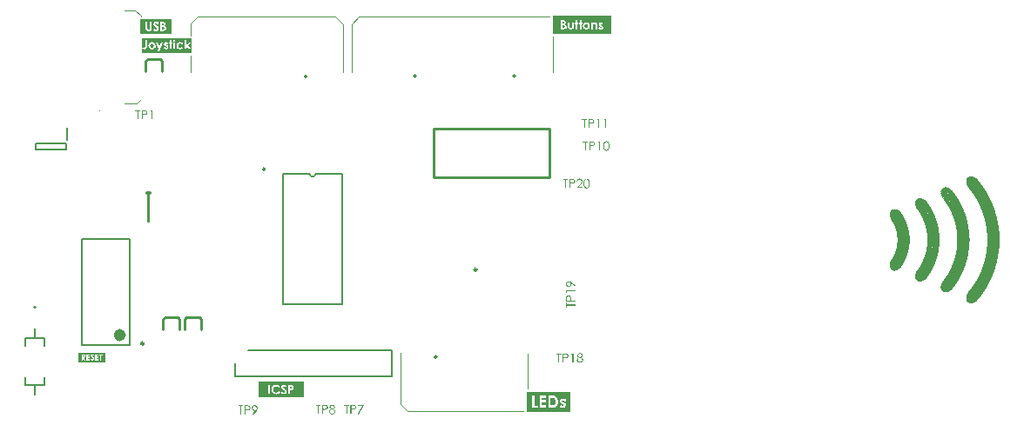
<source format=gbr>
%TF.GenerationSoftware,Altium Limited,Altium Designer,23.9.2 (47)*%
G04 Layer_Color=65535*
%FSLAX45Y45*%
%MOMM*%
%TF.SameCoordinates,CBF7E160-FA54-4A09-933F-9C1B5268631E*%
%TF.FilePolarity,Positive*%
%TF.FileFunction,Legend,Top*%
%TF.Part,Single*%
G01*
G75*
%TA.AperFunction,NonConductor*%
%ADD50C,0.10000*%
%ADD51C,0.20000*%
%ADD52C,0.25000*%
%ADD53C,0.60000*%
%ADD54C,0.25400*%
%ADD55C,0.12700*%
G36*
X14812477Y7404899D02*
X14819412D01*
Y7403165D01*
X14824614D01*
Y7401431D01*
X14828082D01*
Y7399697D01*
X14831549D01*
Y7397963D01*
X14835017D01*
Y7396229D01*
X14838486D01*
Y7394495D01*
X14840218D01*
Y7392761D01*
X14843686D01*
Y7391028D01*
X14845419D01*
Y7389294D01*
X14847154D01*
Y7387560D01*
X14848888D01*
Y7385826D01*
X14852354D01*
Y7384092D01*
X14854089D01*
Y7382358D01*
X14855823D01*
Y7380625D01*
X14857558D01*
Y7378891D01*
X14859291D01*
Y7377157D01*
X14861024D01*
Y7375423D01*
X14862758D01*
Y7373689D01*
X14864491D01*
Y7370221D01*
X14866226D01*
Y7368488D01*
X14867960D01*
Y7366754D01*
X14869695D01*
Y7363286D01*
X14871428D01*
Y7361552D01*
X14873161D01*
Y7358085D01*
X14874895D01*
Y7356351D01*
X14876630D01*
Y7352883D01*
X14878363D01*
Y7349415D01*
X14880096D01*
Y7347682D01*
X14881831D01*
Y7344214D01*
X14883565D01*
Y7340746D01*
X14885298D01*
Y7337278D01*
X14887032D01*
Y7335545D01*
X14888766D01*
Y7332077D01*
X14890500D01*
Y7328609D01*
X14892233D01*
Y7325142D01*
X14893968D01*
Y7321674D01*
X14895702D01*
Y7318206D01*
X14897437D01*
Y7314738D01*
X14899168D01*
Y7311271D01*
X14900903D01*
Y7307803D01*
X14902637D01*
Y7304335D01*
X14904372D01*
Y7300868D01*
X14906105D01*
Y7297400D01*
X14907838D01*
Y7292199D01*
X14909572D01*
Y7288731D01*
X14911307D01*
Y7285263D01*
X14913040D01*
Y7280062D01*
X14914774D01*
Y7276594D01*
X14916508D01*
Y7271392D01*
X14918242D01*
Y7266191D01*
X14919975D01*
Y7260989D01*
X14921709D01*
Y7255788D01*
X14923444D01*
Y7250586D01*
X14925177D01*
Y7245385D01*
X14926910D01*
Y7240183D01*
X14928645D01*
Y7234981D01*
X14930379D01*
Y7228046D01*
X14932112D01*
Y7221111D01*
X14933846D01*
Y7212442D01*
X14935580D01*
Y7205506D01*
X14937314D01*
Y7198571D01*
X14939047D01*
Y7188168D01*
X14940782D01*
Y7177765D01*
X14942516D01*
Y7165628D01*
X14944249D01*
Y7150023D01*
X14945982D01*
Y7118814D01*
X14947717D01*
Y7096274D01*
X14945982D01*
Y7065065D01*
X14944249D01*
Y7047726D01*
X14942516D01*
Y7037323D01*
X14940782D01*
Y7026920D01*
X14939047D01*
Y7016517D01*
X14937314D01*
Y7009582D01*
X14935580D01*
Y7000912D01*
X14933846D01*
Y6993977D01*
X14932112D01*
Y6987041D01*
X14930379D01*
Y6980106D01*
X14928645D01*
Y6974905D01*
X14926910D01*
Y6967969D01*
X14925177D01*
Y6962768D01*
X14923444D01*
Y6957566D01*
X14921709D01*
Y6952365D01*
X14919975D01*
Y6947163D01*
X14918242D01*
Y6943695D01*
X14916508D01*
Y6938494D01*
X14914774D01*
Y6933292D01*
X14913040D01*
Y6929825D01*
X14911307D01*
Y6926357D01*
X14909572D01*
Y6921155D01*
X14907838D01*
Y6917688D01*
X14906105D01*
Y6914220D01*
X14904372D01*
Y6910752D01*
X14902637D01*
Y6907285D01*
X14900903D01*
Y6903817D01*
X14899168D01*
Y6898615D01*
X14897437D01*
Y6895148D01*
X14895702D01*
Y6893414D01*
X14893968D01*
Y6889946D01*
X14892233D01*
Y6886478D01*
X14890500D01*
Y6883011D01*
X14888766D01*
Y6879543D01*
X14887032D01*
Y6876075D01*
X14885298D01*
Y6874342D01*
X14883565D01*
Y6870874D01*
X14881831D01*
Y6867406D01*
X14880096D01*
Y6865672D01*
X14878363D01*
Y6862205D01*
X14876630D01*
Y6858737D01*
X14874895D01*
Y6857003D01*
X14873161D01*
Y6853535D01*
X14871428D01*
Y6851802D01*
X14869695D01*
Y6848334D01*
X14867960D01*
Y6846600D01*
X14866226D01*
Y6843132D01*
X14864491D01*
Y6841399D01*
X14862758D01*
Y6839665D01*
X14861024D01*
Y6837931D01*
X14859291D01*
Y6836197D01*
X14857558D01*
Y6834463D01*
X14855823D01*
Y6832729D01*
X14854089D01*
Y6830995D01*
X14852354D01*
Y6829261D01*
X14850623D01*
Y6827528D01*
X14848888D01*
Y6825794D01*
X14845419D01*
Y6824060D01*
X14843686D01*
Y6822326D01*
X14841953D01*
Y6820592D01*
X14838486D01*
Y6818858D01*
X14835017D01*
Y6817125D01*
X14831549D01*
Y6815391D01*
X14828082D01*
Y6813657D01*
X14824614D01*
Y6811923D01*
X14819412D01*
Y6810189D01*
X14814211D01*
Y6808455D01*
X14803809D01*
Y6806721D01*
X14791672D01*
Y6808455D01*
X14783002D01*
Y6810189D01*
X14779533D01*
Y6811923D01*
X14776067D01*
Y6813657D01*
X14772598D01*
Y6815391D01*
X14770865D01*
Y6817125D01*
X14769131D01*
Y6818858D01*
X14767397D01*
Y6820592D01*
X14765663D01*
Y6824060D01*
X14763930D01*
Y6825794D01*
X14762196D01*
Y6829261D01*
X14760461D01*
Y6832729D01*
X14758728D01*
Y6836197D01*
X14756995D01*
Y6843132D01*
X14755260D01*
Y6853535D01*
X14753526D01*
Y6867406D01*
X14755260D01*
Y6879543D01*
X14756995D01*
Y6886478D01*
X14758728D01*
Y6891680D01*
X14760461D01*
Y6896882D01*
X14762196D01*
Y6900349D01*
X14763930D01*
Y6903817D01*
X14765663D01*
Y6907285D01*
X14767397D01*
Y6910752D01*
X14769131D01*
Y6914220D01*
X14770865D01*
Y6917688D01*
X14772598D01*
Y6919422D01*
X14774332D01*
Y6922889D01*
X14776067D01*
Y6924623D01*
X14777800D01*
Y6928091D01*
X14779533D01*
Y6929825D01*
X14781268D01*
Y6933292D01*
X14783002D01*
Y6936760D01*
X14784735D01*
Y6940228D01*
X14786469D01*
Y6943695D01*
X14788203D01*
Y6947163D01*
X14789937D01*
Y6950631D01*
X14791672D01*
Y6954098D01*
X14793405D01*
Y6957566D01*
X14795139D01*
Y6961034D01*
X14796872D01*
Y6964501D01*
X14798605D01*
Y6967969D01*
X14800340D01*
Y6971437D01*
X14802074D01*
Y6976638D01*
X14803809D01*
Y6980106D01*
X14805542D01*
Y6985308D01*
X14807275D01*
Y6990509D01*
X14809009D01*
Y6995711D01*
X14810744D01*
Y7000912D01*
X14812477D01*
Y7006114D01*
X14814211D01*
Y7013049D01*
X14815945D01*
Y7018251D01*
X14817679D01*
Y7025186D01*
X14819412D01*
Y7032122D01*
X14821146D01*
Y7040791D01*
X14822881D01*
Y7049460D01*
X14824614D01*
Y7061597D01*
X14826347D01*
Y7078935D01*
X14828082D01*
Y7136152D01*
X14826347D01*
Y7153491D01*
X14824614D01*
Y7163894D01*
X14822881D01*
Y7174297D01*
X14821146D01*
Y7181232D01*
X14819412D01*
Y7189902D01*
X14817679D01*
Y7196837D01*
X14815945D01*
Y7203772D01*
X14814211D01*
Y7208974D01*
X14812477D01*
Y7214175D01*
X14810744D01*
Y7219377D01*
X14809009D01*
Y7224578D01*
X14807275D01*
Y7229780D01*
X14805542D01*
Y7233248D01*
X14803809D01*
Y7238449D01*
X14802074D01*
Y7241917D01*
X14800340D01*
Y7247118D01*
X14798605D01*
Y7250586D01*
X14796872D01*
Y7254054D01*
X14795139D01*
Y7257521D01*
X14793405D01*
Y7260989D01*
X14791672D01*
Y7264457D01*
X14789937D01*
Y7267925D01*
X14788203D01*
Y7271392D01*
X14786469D01*
Y7274860D01*
X14784735D01*
Y7278328D01*
X14783002D01*
Y7280062D01*
X14781268D01*
Y7283529D01*
X14779533D01*
Y7286997D01*
X14777800D01*
Y7288731D01*
X14776067D01*
Y7292199D01*
X14774332D01*
Y7295666D01*
X14772598D01*
Y7297400D01*
X14770865D01*
Y7300868D01*
X14769131D01*
Y7304335D01*
X14767397D01*
Y7307803D01*
X14765663D01*
Y7311271D01*
X14763930D01*
Y7314738D01*
X14762196D01*
Y7318206D01*
X14760461D01*
Y7323408D01*
X14758728D01*
Y7328609D01*
X14756995D01*
Y7335545D01*
X14755260D01*
Y7347682D01*
X14753526D01*
Y7361552D01*
X14755260D01*
Y7371955D01*
X14756995D01*
Y7378891D01*
X14758728D01*
Y7382358D01*
X14760461D01*
Y7385826D01*
X14762196D01*
Y7389294D01*
X14763930D01*
Y7391028D01*
X14765663D01*
Y7392761D01*
X14767397D01*
Y7396229D01*
X14769131D01*
Y7397963D01*
X14770865D01*
Y7399697D01*
X14774332D01*
Y7401431D01*
X14777800D01*
Y7403165D01*
X14781268D01*
Y7404899D01*
X14784735D01*
Y7406632D01*
X14812477D01*
Y7404899D01*
D02*
G37*
G36*
X15055215Y7512397D02*
X15063885D01*
Y7510663D01*
X15070821D01*
Y7508929D01*
X15074287D01*
Y7507195D01*
X15079489D01*
Y7505461D01*
X15082957D01*
Y7503728D01*
X15084691D01*
Y7501994D01*
X15088159D01*
Y7500260D01*
X15091626D01*
Y7498526D01*
X15093359D01*
Y7496792D01*
X15095094D01*
Y7495058D01*
X15098563D01*
Y7493325D01*
X15100294D01*
Y7491591D01*
X15102029D01*
Y7489857D01*
X15103763D01*
Y7488123D01*
X15105498D01*
Y7486389D01*
X15107231D01*
Y7484655D01*
X15108965D01*
Y7482922D01*
X15110699D01*
Y7481188D01*
X15112431D01*
Y7479454D01*
X15114166D01*
Y7477720D01*
X15115900D01*
Y7474252D01*
X15117635D01*
Y7472518D01*
X15119368D01*
Y7470785D01*
X15121101D01*
Y7467317D01*
X15122835D01*
Y7465583D01*
X15124570D01*
Y7462115D01*
X15126303D01*
Y7460382D01*
X15128036D01*
Y7458648D01*
X15129771D01*
Y7455180D01*
X15131505D01*
Y7453446D01*
X15133238D01*
Y7451712D01*
X15134972D01*
Y7448245D01*
X15136707D01*
Y7444777D01*
X15138440D01*
Y7443043D01*
X15140173D01*
Y7439575D01*
X15141908D01*
Y7437842D01*
X15143642D01*
Y7434374D01*
X15145375D01*
Y7430906D01*
X15147108D01*
Y7429172D01*
X15148843D01*
Y7425705D01*
X15150577D01*
Y7423971D01*
X15152312D01*
Y7420503D01*
X15154045D01*
Y7417035D01*
X15155779D01*
Y7413568D01*
X15157512D01*
Y7410100D01*
X15159245D01*
Y7408366D01*
X15160980D01*
Y7403165D01*
X15162714D01*
Y7401431D01*
X15164449D01*
Y7397963D01*
X15166182D01*
Y7396229D01*
X15167915D01*
Y7392761D01*
X15169649D01*
Y7389294D01*
X15171384D01*
Y7385826D01*
X15173117D01*
Y7382358D01*
X15174850D01*
Y7378891D01*
X15176585D01*
Y7375423D01*
X15178319D01*
Y7371955D01*
X15180052D01*
Y7368488D01*
X15181786D01*
Y7363286D01*
X15183521D01*
Y7359818D01*
X15185254D01*
Y7356351D01*
X15186987D01*
Y7351149D01*
X15188722D01*
Y7347682D01*
X15190456D01*
Y7344214D01*
X15192189D01*
Y7339012D01*
X15193922D01*
Y7335545D01*
X15195657D01*
Y7330343D01*
X15197391D01*
Y7326875D01*
X15199126D01*
Y7321674D01*
X15200859D01*
Y7316472D01*
X15202592D01*
Y7311271D01*
X15204326D01*
Y7307803D01*
X15206059D01*
Y7302602D01*
X15207794D01*
Y7297400D01*
X15209528D01*
Y7290465D01*
X15211263D01*
Y7285263D01*
X15212994D01*
Y7280062D01*
X15214729D01*
Y7273126D01*
X15216463D01*
Y7267925D01*
X15218198D01*
Y7260989D01*
X15219931D01*
Y7254054D01*
X15221664D01*
Y7247118D01*
X15223399D01*
Y7238449D01*
X15225133D01*
Y7231514D01*
X15226866D01*
Y7221111D01*
X15228600D01*
Y7212442D01*
X15230334D01*
Y7200305D01*
X15232068D01*
Y7188168D01*
X15233801D01*
Y7176031D01*
X15235535D01*
Y7156959D01*
X15237270D01*
Y7120548D01*
X15239003D01*
Y7092806D01*
X15237270D01*
Y7058129D01*
X15235535D01*
Y7040791D01*
X15233801D01*
Y7026920D01*
X15232068D01*
Y7013049D01*
X15230334D01*
Y7002646D01*
X15228600D01*
Y6992243D01*
X15226866D01*
Y6983574D01*
X15225133D01*
Y6976638D01*
X15223399D01*
Y6967969D01*
X15221664D01*
Y6961034D01*
X15219931D01*
Y6954098D01*
X15218198D01*
Y6948897D01*
X15216463D01*
Y6940228D01*
X15214729D01*
Y6935026D01*
X15212994D01*
Y6929825D01*
X15211263D01*
Y6922889D01*
X15209528D01*
Y6917688D01*
X15207794D01*
Y6912486D01*
X15206059D01*
Y6907285D01*
X15204326D01*
Y6902083D01*
X15202592D01*
Y6898615D01*
X15200859D01*
Y6893414D01*
X15199126D01*
Y6888212D01*
X15197391D01*
Y6883011D01*
X15195657D01*
Y6879543D01*
X15193922D01*
Y6876075D01*
X15192189D01*
Y6870874D01*
X15190456D01*
Y6867406D01*
X15188722D01*
Y6862205D01*
X15186987D01*
Y6858737D01*
X15185254D01*
Y6855269D01*
X15183521D01*
Y6851802D01*
X15181786D01*
Y6846600D01*
X15180052D01*
Y6843132D01*
X15178319D01*
Y6839665D01*
X15176585D01*
Y6836197D01*
X15174850D01*
Y6832729D01*
X15173117D01*
Y6829261D01*
X15171384D01*
Y6825794D01*
X15169649D01*
Y6822326D01*
X15167915D01*
Y6818858D01*
X15166182D01*
Y6815391D01*
X15164449D01*
Y6813657D01*
X15162714D01*
Y6810189D01*
X15160980D01*
Y6806721D01*
X15159245D01*
Y6803254D01*
X15157512D01*
Y6799786D01*
X15155779D01*
Y6798052D01*
X15154045D01*
Y6794585D01*
X15152312D01*
Y6791117D01*
X15150577D01*
Y6789383D01*
X15148843D01*
Y6785915D01*
X15147108D01*
Y6782448D01*
X15145375D01*
Y6780714D01*
X15143642D01*
Y6777246D01*
X15141908D01*
Y6773778D01*
X15140173D01*
Y6772045D01*
X15138440D01*
Y6770311D01*
X15136707D01*
Y6766843D01*
X15134972D01*
Y6765109D01*
X15133238D01*
Y6761642D01*
X15131505D01*
Y6759908D01*
X15129771D01*
Y6756440D01*
X15128036D01*
Y6754706D01*
X15126303D01*
Y6751238D01*
X15124570D01*
Y6749505D01*
X15122835D01*
Y6747771D01*
X15121101D01*
Y6744303D01*
X15119368D01*
Y6742569D01*
X15117635D01*
Y6739102D01*
X15115900D01*
Y6737368D01*
X15114166D01*
Y6735634D01*
X15112431D01*
Y6733900D01*
X15110699D01*
Y6732166D01*
X15108965D01*
Y6730432D01*
X15107231D01*
Y6728699D01*
X15105498D01*
Y6726965D01*
X15103763D01*
Y6725231D01*
X15102029D01*
Y6723497D01*
X15100294D01*
Y6721763D01*
X15098563D01*
Y6720029D01*
X15096828D01*
Y6718295D01*
X15093359D01*
Y6716562D01*
X15091626D01*
Y6714828D01*
X15089893D01*
Y6713094D01*
X15086424D01*
Y6711360D01*
X15082957D01*
Y6709626D01*
X15079489D01*
Y6707892D01*
X15076022D01*
Y6706159D01*
X15070821D01*
Y6704424D01*
X15065619D01*
Y6702691D01*
X15058682D01*
Y6700957D01*
X15037877D01*
Y6702691D01*
X15030940D01*
Y6704424D01*
X15027473D01*
Y6706159D01*
X15024007D01*
Y6707892D01*
X15020538D01*
Y6709626D01*
X15018805D01*
Y6711360D01*
X15017072D01*
Y6713094D01*
X15015337D01*
Y6714828D01*
X15013603D01*
Y6716562D01*
X15011868D01*
Y6720029D01*
X15010135D01*
Y6723497D01*
X15008401D01*
Y6725231D01*
X15006668D01*
Y6728699D01*
X15004935D01*
Y6733900D01*
X15003200D01*
Y6742569D01*
X15001466D01*
Y6765109D01*
X15003200D01*
Y6773778D01*
X15004935D01*
Y6778980D01*
X15006668D01*
Y6784182D01*
X15008401D01*
Y6789383D01*
X15010135D01*
Y6792851D01*
X15011868D01*
Y6796318D01*
X15013603D01*
Y6799786D01*
X15015337D01*
Y6803254D01*
X15017072D01*
Y6804988D01*
X15018805D01*
Y6808455D01*
X15020538D01*
Y6810189D01*
X15022272D01*
Y6813657D01*
X15024007D01*
Y6815391D01*
X15025740D01*
Y6817125D01*
X15027473D01*
Y6820592D01*
X15029208D01*
Y6822326D01*
X15030940D01*
Y6824060D01*
X15032677D01*
Y6827528D01*
X15034409D01*
Y6829261D01*
X15036143D01*
Y6832729D01*
X15037877D01*
Y6834463D01*
X15039610D01*
Y6837931D01*
X15041345D01*
Y6841399D01*
X15043079D01*
Y6843132D01*
X15044812D01*
Y6846600D01*
X15046545D01*
Y6848334D01*
X15048280D01*
Y6851802D01*
X15050014D01*
Y6855269D01*
X15051749D01*
Y6857003D01*
X15053482D01*
Y6860471D01*
X15055215D01*
Y6863939D01*
X15056949D01*
Y6867406D01*
X15058682D01*
Y6869140D01*
X15060417D01*
Y6872608D01*
X15062151D01*
Y6876075D01*
X15063885D01*
Y6879543D01*
X15065619D01*
Y6883011D01*
X15067352D01*
Y6886478D01*
X15069086D01*
Y6889946D01*
X15070821D01*
Y6893414D01*
X15072554D01*
Y6896882D01*
X15074287D01*
Y6902083D01*
X15076022D01*
Y6905551D01*
X15077756D01*
Y6909018D01*
X15079489D01*
Y6912486D01*
X15081223D01*
Y6917688D01*
X15082957D01*
Y6921155D01*
X15084691D01*
Y6926357D01*
X15086424D01*
Y6929825D01*
X15088159D01*
Y6935026D01*
X15089893D01*
Y6940228D01*
X15091626D01*
Y6945429D01*
X15093359D01*
Y6950631D01*
X15095094D01*
Y6954098D01*
X15096828D01*
Y6961034D01*
X15098563D01*
Y6966235D01*
X15100294D01*
Y6971437D01*
X15102029D01*
Y6978372D01*
X15103763D01*
Y6985308D01*
X15105498D01*
Y6992243D01*
X15107231D01*
Y6999179D01*
X15108965D01*
Y7007848D01*
X15110699D01*
Y7016517D01*
X15112431D01*
Y7026920D01*
X15114166D01*
Y7039057D01*
X15115900D01*
Y7052928D01*
X15117635D01*
Y7072000D01*
X15119368D01*
Y7143088D01*
X15117635D01*
Y7162160D01*
X15115900D01*
Y7176031D01*
X15114166D01*
Y7188168D01*
X15112431D01*
Y7196837D01*
X15110699D01*
Y7207240D01*
X15108965D01*
Y7214175D01*
X15107231D01*
Y7221111D01*
X15105498D01*
Y7229780D01*
X15103763D01*
Y7236715D01*
X15102029D01*
Y7241917D01*
X15100294D01*
Y7245385D01*
Y7247118D01*
Y7248852D01*
X15098563D01*
Y7254054D01*
X15096828D01*
Y7259255D01*
X15095094D01*
Y7264457D01*
X15093359D01*
Y7269659D01*
X15091626D01*
Y7274860D01*
X15089893D01*
Y7280062D01*
X15088159D01*
Y7283529D01*
X15086424D01*
Y7288731D01*
X15084691D01*
Y7293932D01*
X15082957D01*
Y7297400D01*
X15081223D01*
Y7300868D01*
X15079489D01*
Y7304335D01*
X15077756D01*
Y7309537D01*
X15076022D01*
Y7313005D01*
X15074287D01*
Y7316472D01*
X15072554D01*
Y7321674D01*
X15070821D01*
Y7325142D01*
X15069086D01*
Y7328609D01*
X15067352D01*
Y7332077D01*
X15065619D01*
Y7335545D01*
X15063885D01*
Y7339012D01*
X15062151D01*
Y7342480D01*
X15060417D01*
Y7344214D01*
X15058682D01*
Y7347682D01*
X15056949D01*
Y7351149D01*
X15055215D01*
Y7354617D01*
X15053482D01*
Y7356351D01*
X15051749D01*
Y7359818D01*
X15050014D01*
Y7363286D01*
X15048280D01*
Y7366754D01*
X15046545D01*
Y7368488D01*
X15044812D01*
Y7371955D01*
X15043079D01*
Y7373689D01*
X15041345D01*
Y7377157D01*
X15039610D01*
Y7378891D01*
X15037877D01*
Y7382358D01*
X15036143D01*
Y7384092D01*
X15034409D01*
Y7387560D01*
X15032677D01*
Y7389294D01*
X15030940D01*
Y7392761D01*
X15029208D01*
Y7394495D01*
X15027473D01*
Y7397963D01*
X15025740D01*
Y7399697D01*
X15024007D01*
Y7401431D01*
X15022272D01*
Y7404899D01*
X15020538D01*
Y7406632D01*
X15018805D01*
Y7410100D01*
X15017072D01*
Y7411834D01*
X15015337D01*
Y7415302D01*
X15013603D01*
Y7418769D01*
X15011868D01*
Y7422237D01*
X15010135D01*
Y7425705D01*
X15008401D01*
Y7430906D01*
X15006668D01*
Y7436108D01*
X15004935D01*
Y7441309D01*
X15003200D01*
Y7449978D01*
X15001466D01*
Y7472518D01*
X15003200D01*
Y7481188D01*
X15004935D01*
Y7484655D01*
X15006668D01*
Y7489857D01*
X15008401D01*
Y7491591D01*
X15010135D01*
Y7495058D01*
X15011868D01*
Y7496792D01*
X15013603D01*
Y7500260D01*
X15015337D01*
Y7501994D01*
X15017072D01*
Y7503728D01*
X15018805D01*
Y7505461D01*
X15022272D01*
Y7507195D01*
X15024007D01*
Y7508929D01*
X15027473D01*
Y7510663D01*
X15032677D01*
Y7512397D01*
X15041345D01*
Y7514131D01*
X15055215D01*
Y7512397D01*
D02*
G37*
G36*
X15304889Y7618162D02*
X15315292D01*
Y7616428D01*
X15320494D01*
Y7614694D01*
X15323961D01*
Y7612960D01*
X15329163D01*
Y7611226D01*
X15330898D01*
Y7609492D01*
X15334364D01*
Y7607758D01*
X15337833D01*
Y7606025D01*
X15341299D01*
Y7604291D01*
X15343034D01*
Y7602557D01*
X15344768D01*
Y7600823D01*
X15346503D01*
Y7599089D01*
X15349969D01*
Y7597355D01*
X15351703D01*
Y7593888D01*
X15355171D01*
Y7592154D01*
X15356905D01*
Y7590420D01*
X15358640D01*
Y7588686D01*
X15360371D01*
Y7586952D01*
X15362106D01*
Y7585219D01*
X15363840D01*
Y7581751D01*
X15365575D01*
Y7580017D01*
X15367308D01*
Y7578283D01*
X15369041D01*
Y7576549D01*
X15370775D01*
Y7573082D01*
X15372508D01*
Y7571348D01*
X15374243D01*
Y7569614D01*
X15375977D01*
Y7566146D01*
X15377711D01*
Y7564412D01*
X15379445D01*
Y7560944D01*
X15381178D01*
Y7559211D01*
X15382912D01*
Y7557477D01*
X15384647D01*
Y7554009D01*
X15386380D01*
Y7552275D01*
X15388113D01*
Y7550541D01*
X15389848D01*
Y7547074D01*
X15391582D01*
Y7545340D01*
X15393315D01*
Y7541872D01*
X15395049D01*
Y7540138D01*
X15396783D01*
Y7536671D01*
X15398517D01*
Y7534937D01*
X15400250D01*
Y7531469D01*
X15401985D01*
Y7529735D01*
X15403719D01*
Y7528001D01*
X15405452D01*
Y7524534D01*
X15407185D01*
Y7522800D01*
X15408920D01*
Y7519332D01*
X15410654D01*
Y7515865D01*
X15412389D01*
Y7514131D01*
X15414122D01*
Y7510663D01*
X15415855D01*
Y7507195D01*
X15417589D01*
Y7505461D01*
X15419324D01*
Y7501994D01*
X15421057D01*
Y7500260D01*
X15422791D01*
Y7496792D01*
X15424525D01*
Y7493325D01*
X15426257D01*
Y7491591D01*
X15427992D01*
Y7488123D01*
X15429726D01*
Y7484655D01*
X15431461D01*
Y7481188D01*
X15433194D01*
Y7477720D01*
X15434927D01*
Y7475986D01*
X15436662D01*
Y7472518D01*
X15438396D01*
Y7469051D01*
X15440129D01*
Y7465583D01*
X15441862D01*
Y7462115D01*
X15443597D01*
Y7458648D01*
X15445331D01*
Y7455180D01*
X15447066D01*
Y7451712D01*
X15448798D01*
Y7448245D01*
X15450533D01*
Y7444777D01*
X15452266D01*
Y7441309D01*
X15453999D01*
Y7437842D01*
X15455734D01*
Y7434374D01*
X15457468D01*
Y7430906D01*
X15459201D01*
Y7427439D01*
X15460936D01*
Y7422237D01*
X15462669D01*
Y7418769D01*
X15464403D01*
Y7415302D01*
X15466138D01*
Y7411834D01*
X15467871D01*
Y7406632D01*
X15469604D01*
Y7403165D01*
X15471339D01*
Y7397963D01*
X15473071D01*
Y7394495D01*
X15474806D01*
Y7391028D01*
X15476540D01*
Y7385826D01*
X15478275D01*
Y7380625D01*
X15480008D01*
Y7377157D01*
X15481741D01*
Y7371955D01*
X15483476D01*
Y7366754D01*
X15485210D01*
Y7361552D01*
X15486943D01*
Y7358085D01*
X15488676D01*
Y7352883D01*
X15490411D01*
Y7347682D01*
X15492145D01*
Y7342480D01*
X15493880D01*
Y7337278D01*
X15495612D01*
Y7332077D01*
X15497346D01*
Y7325142D01*
X15499080D01*
Y7319940D01*
X15500813D01*
Y7313005D01*
X15502548D01*
Y7306069D01*
X15504282D01*
Y7300868D01*
X15506015D01*
Y7292199D01*
X15507748D01*
Y7286997D01*
X15509483D01*
Y7278328D01*
X15511217D01*
Y7271392D01*
X15512952D01*
Y7262723D01*
X15514685D01*
Y7254054D01*
X15516418D01*
Y7245385D01*
X15518152D01*
Y7234981D01*
X15519885D01*
Y7224578D01*
X15521620D01*
Y7212442D01*
X15523354D01*
Y7198571D01*
X15525089D01*
Y7182966D01*
X15526822D01*
Y7162160D01*
X15528555D01*
Y7127483D01*
X15530289D01*
Y7087605D01*
X15528555D01*
Y7051194D01*
X15526822D01*
Y7032122D01*
X15525089D01*
Y7014783D01*
X15523354D01*
Y7002646D01*
X15521620D01*
Y6990509D01*
X15519885D01*
Y6980106D01*
X15518152D01*
Y6971437D01*
X15516418D01*
Y6961034D01*
X15514685D01*
Y6950631D01*
X15512952D01*
Y6943695D01*
X15511217D01*
Y6936760D01*
X15509483D01*
Y6928091D01*
X15507748D01*
Y6921155D01*
X15506015D01*
Y6914220D01*
X15504282D01*
Y6907285D01*
X15502548D01*
Y6902083D01*
X15500813D01*
Y6895148D01*
X15499080D01*
Y6888212D01*
X15497346D01*
Y6883011D01*
X15495612D01*
Y6877809D01*
X15493880D01*
Y6872608D01*
X15492145D01*
Y6867406D01*
X15490411D01*
Y6862205D01*
X15488676D01*
Y6857003D01*
X15486943D01*
Y6853535D01*
X15485210D01*
Y6846600D01*
X15483476D01*
Y6843132D01*
X15481741D01*
Y6837931D01*
X15480008D01*
Y6832729D01*
X15478275D01*
Y6829261D01*
X15476540D01*
Y6824060D01*
X15474806D01*
Y6820592D01*
X15473071D01*
Y6815391D01*
X15471339D01*
Y6811923D01*
X15469604D01*
Y6806721D01*
X15467871D01*
Y6803254D01*
X15466138D01*
Y6799786D01*
X15464403D01*
Y6796318D01*
X15462669D01*
Y6791117D01*
X15460936D01*
Y6787649D01*
X15459201D01*
Y6784182D01*
X15457468D01*
Y6780714D01*
X15455734D01*
Y6777246D01*
X15453999D01*
Y6773778D01*
X15452266D01*
Y6770311D01*
X15450533D01*
Y6765109D01*
X15448798D01*
Y6761642D01*
X15447066D01*
Y6759908D01*
X15445331D01*
Y6756440D01*
X15443597D01*
Y6752972D01*
X15441862D01*
Y6749505D01*
X15440129D01*
Y6746037D01*
X15438396D01*
Y6742569D01*
X15436662D01*
Y6739102D01*
X15434927D01*
Y6735634D01*
X15433194D01*
Y6732166D01*
X15431461D01*
Y6730432D01*
X15429726D01*
Y6726965D01*
X15427992D01*
Y6725231D01*
X15426257D01*
Y6721763D01*
X15424525D01*
Y6718295D01*
X15422791D01*
Y6714828D01*
X15421057D01*
Y6713094D01*
X15419324D01*
Y6709626D01*
X15417589D01*
Y6706159D01*
X15415855D01*
Y6704424D01*
X15414122D01*
Y6700957D01*
X15412389D01*
Y6699223D01*
X15410654D01*
Y6695755D01*
X15408920D01*
Y6692288D01*
X15407185D01*
Y6690554D01*
X15405452D01*
Y6687086D01*
X15403719D01*
Y6685352D01*
X15401985D01*
Y6681885D01*
X15400250D01*
Y6680151D01*
X15398517D01*
Y6676683D01*
X15396783D01*
Y6674949D01*
X15395049D01*
Y6671481D01*
X15393315D01*
Y6669748D01*
X15391582D01*
Y6668014D01*
X15389848D01*
Y6664546D01*
X15388113D01*
Y6662812D01*
X15386380D01*
Y6661078D01*
X15384647D01*
Y6657611D01*
X15382912D01*
Y6655877D01*
X15381178D01*
Y6652409D01*
X15379445D01*
Y6650675D01*
X15377711D01*
Y6648941D01*
X15375977D01*
Y6645474D01*
X15374243D01*
Y6643740D01*
X15372508D01*
Y6642006D01*
X15370775D01*
Y6638538D01*
X15369041D01*
Y6636805D01*
X15367308D01*
Y6635071D01*
X15365575D01*
Y6633337D01*
X15363840D01*
Y6629869D01*
X15362106D01*
Y6628135D01*
X15360371D01*
Y6626402D01*
X15358640D01*
Y6624668D01*
X15356905D01*
Y6622934D01*
X15355171D01*
Y6621200D01*
X15353436D01*
Y6619466D01*
X15351703D01*
Y6617732D01*
X15349969D01*
Y6615998D01*
X15348235D01*
Y6614265D01*
X15344768D01*
Y6612531D01*
X15343034D01*
Y6610797D01*
X15341299D01*
Y6609063D01*
X15337833D01*
Y6607329D01*
X15336099D01*
Y6605595D01*
X15332631D01*
Y6603862D01*
X15329163D01*
Y6602128D01*
X15325696D01*
Y6600394D01*
X15320494D01*
Y6598660D01*
X15315292D01*
Y6596926D01*
X15306622D01*
Y6595192D01*
X15287550D01*
Y6596926D01*
X15280615D01*
Y6598660D01*
X15275414D01*
Y6600394D01*
X15271947D01*
Y6602128D01*
X15270212D01*
Y6603862D01*
X15266745D01*
Y6605595D01*
X15265012D01*
Y6607329D01*
X15263277D01*
Y6609063D01*
X15261543D01*
Y6610797D01*
X15259808D01*
Y6614265D01*
X15258075D01*
Y6615998D01*
X15256342D01*
Y6619466D01*
X15254608D01*
Y6622934D01*
X15252875D01*
Y6628135D01*
X15251140D01*
Y6635071D01*
X15249406D01*
Y6659345D01*
X15251140D01*
Y6668014D01*
X15252875D01*
Y6673215D01*
X15254608D01*
Y6678417D01*
X15256342D01*
Y6683618D01*
X15258075D01*
Y6687086D01*
X15259808D01*
Y6690554D01*
X15261543D01*
Y6692288D01*
X15263277D01*
Y6695755D01*
X15265012D01*
Y6697489D01*
X15266745D01*
Y6700957D01*
X15268478D01*
Y6702691D01*
X15270212D01*
Y6706159D01*
X15271947D01*
Y6707892D01*
X15273680D01*
Y6709626D01*
X15275414D01*
Y6711360D01*
X15277148D01*
Y6714828D01*
X15278882D01*
Y6716562D01*
X15280615D01*
Y6718295D01*
X15282349D01*
Y6721763D01*
X15284084D01*
Y6723497D01*
X15285817D01*
Y6725231D01*
X15287550D01*
Y6728699D01*
X15289285D01*
Y6730432D01*
X15291019D01*
Y6733900D01*
X15292752D01*
Y6735634D01*
X15294485D01*
Y6737368D01*
X15296220D01*
Y6740835D01*
X15297954D01*
Y6742569D01*
X15299689D01*
Y6746037D01*
X15301422D01*
Y6747771D01*
X15303156D01*
Y6751238D01*
X15304889D01*
Y6752972D01*
X15306622D01*
Y6756440D01*
X15308357D01*
Y6758174D01*
X15310091D01*
Y6761642D01*
X15311826D01*
Y6765109D01*
X15313557D01*
Y6766843D01*
X15315292D01*
Y6770311D01*
X15317026D01*
Y6772045D01*
X15318761D01*
Y6775512D01*
X15320494D01*
Y6778980D01*
X15322227D01*
Y6782448D01*
X15323961D01*
Y6784182D01*
X15325696D01*
Y6787649D01*
X15327429D01*
Y6791117D01*
X15329163D01*
Y6794585D01*
X15330898D01*
Y6796318D01*
X15332631D01*
Y6799786D01*
X15334364D01*
Y6803254D01*
X15336099D01*
Y6806721D01*
X15337833D01*
Y6810189D01*
X15339566D01*
Y6813657D01*
X15341299D01*
Y6817125D01*
X15343034D01*
Y6820592D01*
X15344768D01*
Y6824060D01*
X15346503D01*
Y6827528D01*
X15348235D01*
Y6830995D01*
X15349969D01*
Y6834463D01*
X15351703D01*
Y6837931D01*
X15353436D01*
Y6841399D01*
X15355171D01*
Y6844866D01*
X15356905D01*
Y6850068D01*
X15358640D01*
Y6853535D01*
X15360371D01*
Y6858737D01*
X15362106D01*
Y6862205D01*
X15363840D01*
Y6867406D01*
X15365575D01*
Y6870874D01*
X15367308D01*
Y6876075D01*
X15369041D01*
Y6879543D01*
X15370775D01*
Y6884745D01*
X15372508D01*
Y6888212D01*
X15374243D01*
Y6895148D01*
X15375977D01*
Y6898615D01*
X15377711D01*
Y6905551D01*
X15379445D01*
Y6909018D01*
X15381178D01*
Y6915954D01*
X15382912D01*
Y6921155D01*
X15384647D01*
Y6926357D01*
X15386380D01*
Y6933292D01*
X15388113D01*
Y6940228D01*
X15389848D01*
Y6945429D01*
X15391582D01*
Y6952365D01*
X15393315D01*
Y6959300D01*
X15395049D01*
Y6967969D01*
X15396783D01*
Y6976638D01*
X15398517D01*
Y6985308D01*
X15400250D01*
Y6993977D01*
X15401985D01*
Y7004380D01*
X15403719D01*
Y7014783D01*
X15405452D01*
Y7026920D01*
X15407185D01*
Y7044258D01*
X15408920D01*
Y7065065D01*
X15410654D01*
Y7148289D01*
X15408920D01*
Y7169095D01*
X15407185D01*
Y7186434D01*
X15405452D01*
Y7198571D01*
X15403719D01*
Y7210708D01*
X15401985D01*
Y7221111D01*
X15400250D01*
Y7229780D01*
X15398517D01*
Y7238449D01*
X15396783D01*
Y7247118D01*
X15395049D01*
Y7254054D01*
X15393315D01*
Y7260989D01*
X15391582D01*
Y7269659D01*
X15389848D01*
Y7274860D01*
X15388113D01*
Y7281795D01*
X15386380D01*
Y7288731D01*
X15384647D01*
Y7293932D01*
X15382912D01*
Y7299134D01*
X15381178D01*
Y7304335D01*
X15379445D01*
Y7311271D01*
X15377711D01*
Y7314738D01*
X15375977D01*
Y7319940D01*
X15374243D01*
Y7325142D01*
X15372508D01*
Y7330343D01*
X15370775D01*
Y7335545D01*
X15369041D01*
Y7339012D01*
X15367308D01*
Y7344214D01*
X15365575D01*
Y7349415D01*
X15363840D01*
Y7352883D01*
X15362106D01*
Y7356351D01*
X15360371D01*
Y7361552D01*
X15358640D01*
Y7365020D01*
X15356905D01*
Y7368488D01*
X15355171D01*
Y7371955D01*
X15353436D01*
Y7375423D01*
X15351703D01*
Y7380625D01*
X15349969D01*
Y7384092D01*
X15348235D01*
Y7387560D01*
X15346503D01*
Y7391028D01*
X15344768D01*
Y7394495D01*
X15343034D01*
Y7397963D01*
X15341299D01*
Y7401431D01*
X15339566D01*
Y7404899D01*
X15337833D01*
Y7408366D01*
X15336099D01*
Y7411834D01*
X15334364D01*
Y7415302D01*
X15332631D01*
Y7417035D01*
X15330898D01*
Y7420503D01*
X15329163D01*
Y7423971D01*
X15327429D01*
Y7427439D01*
X15325696D01*
Y7430906D01*
X15323961D01*
Y7432640D01*
X15322227D01*
Y7436108D01*
X15320494D01*
Y7439575D01*
X15318761D01*
Y7441309D01*
X15317026D01*
Y7444777D01*
X15315292D01*
Y7448245D01*
X15313557D01*
Y7449978D01*
X15311826D01*
Y7453446D01*
X15310091D01*
Y7455180D01*
X15308357D01*
Y7458648D01*
X15306622D01*
Y7460382D01*
X15304889D01*
Y7463849D01*
X15303156D01*
Y7465583D01*
X15301422D01*
Y7469051D01*
X15299689D01*
Y7472518D01*
X15297954D01*
Y7474252D01*
X15296220D01*
Y7475986D01*
X15294485D01*
Y7479454D01*
X15292752D01*
Y7481188D01*
X15291019D01*
Y7482922D01*
X15289285D01*
Y7486389D01*
X15287550D01*
Y7488123D01*
X15285817D01*
Y7491591D01*
X15284084D01*
Y7493325D01*
X15282349D01*
Y7496792D01*
X15280615D01*
Y7498526D01*
X15278882D01*
Y7500260D01*
X15277148D01*
Y7501994D01*
X15275414D01*
Y7505461D01*
X15273680D01*
Y7507195D01*
X15271947D01*
Y7508929D01*
X15270212D01*
Y7512397D01*
X15268478D01*
Y7514131D01*
X15266745D01*
Y7515865D01*
X15265012D01*
Y7519332D01*
X15263277D01*
Y7521066D01*
X15261543D01*
Y7524534D01*
X15259808D01*
Y7528001D01*
X15258075D01*
Y7531469D01*
X15256342D01*
Y7536671D01*
X15254608D01*
Y7540138D01*
X15252875D01*
Y7547074D01*
X15251140D01*
Y7554009D01*
X15249406D01*
Y7567880D01*
X15251140D01*
Y7569614D01*
X15249406D01*
Y7580017D01*
X15251140D01*
Y7586952D01*
X15252875D01*
Y7592154D01*
X15254608D01*
Y7595622D01*
X15256342D01*
Y7597355D01*
X15258075D01*
Y7600823D01*
X15259808D01*
Y7604291D01*
X15261543D01*
Y7606025D01*
X15263277D01*
Y7607758D01*
X15265012D01*
Y7609492D01*
X15268478D01*
Y7611226D01*
X15270212D01*
Y7612960D01*
X15273680D01*
Y7614694D01*
X15277148D01*
Y7616428D01*
X15280615D01*
Y7618162D01*
X15289285D01*
Y7619895D01*
X15304889D01*
Y7618162D01*
D02*
G37*
G36*
X15554562Y7723926D02*
X15563232D01*
Y7722192D01*
X15568434D01*
Y7720459D01*
X15573634D01*
Y7718725D01*
X15577103D01*
Y7716991D01*
X15580571D01*
Y7715257D01*
X15584038D01*
Y7713523D01*
X15585773D01*
Y7711789D01*
X15589240D01*
Y7710055D01*
X15590974D01*
Y7708322D01*
X15594443D01*
Y7706588D01*
X15596176D01*
Y7704854D01*
X15597910D01*
Y7703120D01*
X15599643D01*
Y7701386D01*
X15603111D01*
Y7697919D01*
X15604845D01*
Y7696185D01*
X15606580D01*
Y7694451D01*
X15608311D01*
Y7692717D01*
X15610046D01*
Y7690983D01*
X15611780D01*
Y7689249D01*
X15613515D01*
Y7685781D01*
X15615248D01*
Y7684048D01*
X15616982D01*
Y7682314D01*
X15618716D01*
Y7680580D01*
X15620448D01*
Y7677112D01*
X15622183D01*
Y7675378D01*
X15623917D01*
Y7673645D01*
X15625652D01*
Y7671911D01*
X15627385D01*
Y7670177D01*
X15629118D01*
Y7666709D01*
X15630852D01*
Y7664975D01*
X15632587D01*
Y7661508D01*
X15634320D01*
Y7659774D01*
X15636053D01*
Y7658040D01*
X15637788D01*
Y7656306D01*
X15639522D01*
Y7652838D01*
X15641255D01*
Y7651105D01*
X15642989D01*
Y7649371D01*
X15644724D01*
Y7645903D01*
X15646457D01*
Y7644169D01*
X15648190D01*
Y7640702D01*
X15649925D01*
Y7638968D01*
X15651659D01*
Y7635500D01*
X15653392D01*
Y7633766D01*
X15655125D01*
Y7632032D01*
X15656860D01*
Y7628565D01*
X15658594D01*
Y7626831D01*
X15660329D01*
Y7625097D01*
X15662062D01*
Y7621629D01*
X15663795D01*
Y7619895D01*
X15665529D01*
Y7616428D01*
X15667262D01*
Y7614694D01*
X15668997D01*
Y7611226D01*
X15670731D01*
Y7607758D01*
X15672466D01*
Y7606025D01*
X15674199D01*
Y7604291D01*
X15675932D01*
Y7600823D01*
X15677666D01*
Y7597355D01*
X15679401D01*
Y7595622D01*
X15681134D01*
Y7592154D01*
X15682867D01*
Y7590420D01*
X15684602D01*
Y7586952D01*
X15686336D01*
Y7583485D01*
X15688069D01*
Y7581751D01*
X15689803D01*
Y7578283D01*
X15691537D01*
Y7574815D01*
X15693271D01*
Y7573082D01*
X15695004D01*
Y7569614D01*
X15696738D01*
Y7566146D01*
X15698473D01*
Y7564412D01*
X15700206D01*
Y7560944D01*
X15701939D01*
Y7557477D01*
X15703674D01*
Y7554009D01*
X15705408D01*
Y7550541D01*
X15707143D01*
Y7548808D01*
X15708875D01*
Y7545340D01*
X15710609D01*
Y7541872D01*
X15712343D01*
Y7538405D01*
X15714078D01*
Y7534937D01*
X15715811D01*
Y7531469D01*
X15717545D01*
Y7528001D01*
X15719278D01*
Y7524534D01*
X15721013D01*
Y7522800D01*
X15722746D01*
Y7519332D01*
X15724480D01*
Y7515865D01*
X15726215D01*
Y7512397D01*
X15727948D01*
Y7507195D01*
X15729681D01*
Y7503728D01*
X15731416D01*
Y7500260D01*
X15733150D01*
Y7496792D01*
X15734883D01*
Y7493325D01*
X15736617D01*
Y7489857D01*
X15738351D01*
Y7486389D01*
X15740085D01*
Y7482922D01*
X15741818D01*
Y7477720D01*
X15743552D01*
Y7474252D01*
X15745287D01*
Y7470785D01*
X15747020D01*
Y7467317D01*
X15748753D01*
Y7462115D01*
X15750488D01*
Y7458648D01*
X15752222D01*
Y7453446D01*
X15753957D01*
Y7449978D01*
X15755688D01*
Y7444777D01*
X15757423D01*
Y7441309D01*
X15759157D01*
Y7436108D01*
X15760892D01*
Y7432640D01*
X15762625D01*
Y7427439D01*
X15764359D01*
Y7422237D01*
X15766092D01*
Y7418769D01*
X15767825D01*
Y7413568D01*
X15769560D01*
Y7408366D01*
X15771294D01*
Y7403165D01*
X15773029D01*
Y7397963D01*
X15774762D01*
Y7391028D01*
X15776495D01*
Y7387560D01*
X15778229D01*
Y7382358D01*
X15779964D01*
Y7375423D01*
X15781697D01*
Y7370221D01*
X15783430D01*
Y7365020D01*
X15785165D01*
Y7358085D01*
X15786899D01*
Y7352883D01*
X15788632D01*
Y7345948D01*
X15790366D01*
Y7339012D01*
X15792101D01*
Y7332077D01*
X15793834D01*
Y7325142D01*
X15795567D01*
Y7318206D01*
X15797302D01*
Y7311271D01*
X15799036D01*
Y7304335D01*
X15800769D01*
Y7295666D01*
X15802502D01*
Y7286997D01*
X15804237D01*
Y7278328D01*
X15805971D01*
Y7267925D01*
X15807706D01*
Y7257521D01*
X15809439D01*
Y7247118D01*
X15811172D01*
Y7234981D01*
X15812906D01*
Y7222845D01*
X15814639D01*
Y7208974D01*
X15816374D01*
Y7189902D01*
X15818108D01*
Y7169095D01*
X15819843D01*
Y7132684D01*
X15821574D01*
Y7082403D01*
X15819843D01*
Y7044258D01*
X15818108D01*
Y7023452D01*
X15816374D01*
Y7006114D01*
X15814639D01*
Y6992243D01*
X15812906D01*
Y6980106D01*
X15811172D01*
Y6967969D01*
X15809439D01*
Y6957566D01*
X15807706D01*
Y6947163D01*
X15805971D01*
Y6936760D01*
X15804237D01*
Y6928091D01*
X15802502D01*
Y6919422D01*
X15800769D01*
Y6910752D01*
X15799036D01*
Y6903817D01*
X15797302D01*
Y6895148D01*
X15795567D01*
Y6888212D01*
X15793834D01*
Y6881277D01*
X15792101D01*
Y6876075D01*
X15790366D01*
Y6869140D01*
X15788632D01*
Y6862205D01*
X15786899D01*
Y6857003D01*
X15785165D01*
Y6850068D01*
X15783430D01*
Y6844866D01*
X15781697D01*
Y6839665D01*
X15779964D01*
Y6832729D01*
X15778229D01*
Y6827528D01*
X15776495D01*
Y6822326D01*
X15774762D01*
Y6817125D01*
X15773029D01*
Y6811923D01*
X15771294D01*
Y6806721D01*
X15769560D01*
Y6801520D01*
X15767825D01*
Y6796318D01*
X15766092D01*
Y6791117D01*
X15764359D01*
Y6787649D01*
X15762625D01*
Y6782448D01*
X15760892D01*
Y6777246D01*
X15759157D01*
Y6773778D01*
X15757423D01*
Y6770311D01*
X15755688D01*
Y6765109D01*
X15753957D01*
Y6759908D01*
X15752222D01*
Y6756440D01*
X15750488D01*
Y6752972D01*
X15748753D01*
Y6747771D01*
X15747020D01*
Y6744303D01*
X15745287D01*
Y6740835D01*
X15743552D01*
Y6737368D01*
X15741818D01*
Y6732166D01*
X15740085D01*
Y6728699D01*
X15738351D01*
Y6725231D01*
X15736617D01*
Y6721763D01*
X15734883D01*
Y6716562D01*
X15733150D01*
Y6713094D01*
X15731416D01*
Y6709626D01*
X15729681D01*
Y6706159D01*
X15727948D01*
Y6702691D01*
X15726215D01*
Y6699223D01*
X15724480D01*
Y6695755D01*
X15722746D01*
Y6692288D01*
X15721013D01*
Y6688820D01*
X15719278D01*
Y6685352D01*
X15717545D01*
Y6681885D01*
X15715811D01*
Y6678417D01*
X15714078D01*
Y6676683D01*
X15712343D01*
Y6673215D01*
X15710609D01*
Y6669748D01*
X15708875D01*
Y6666280D01*
X15707143D01*
Y6662812D01*
X15705408D01*
Y6659345D01*
X15703674D01*
Y6657611D01*
X15701939D01*
Y6654143D01*
X15700206D01*
Y6650675D01*
X15698473D01*
Y6647208D01*
X15696738D01*
Y6645474D01*
X15695004D01*
Y6642006D01*
X15693271D01*
Y6640272D01*
X15691537D01*
Y6636805D01*
X15689803D01*
Y6633337D01*
X15688069D01*
Y6629869D01*
X15686336D01*
Y6628135D01*
X15684602D01*
Y6626402D01*
X15682867D01*
Y6622934D01*
X15681134D01*
Y6619466D01*
X15679401D01*
Y6615998D01*
X15677666D01*
Y6614265D01*
X15675932D01*
Y6610797D01*
X15674199D01*
Y6609063D01*
X15672466D01*
Y6605595D01*
X15670731D01*
Y6603862D01*
X15668997D01*
Y6600394D01*
X15667262D01*
Y6598660D01*
X15665529D01*
Y6595192D01*
X15663795D01*
Y6593458D01*
X15662062D01*
Y6589991D01*
X15660329D01*
Y6588257D01*
X15658594D01*
Y6584789D01*
X15656860D01*
Y6583055D01*
X15655125D01*
Y6581322D01*
X15653392D01*
Y6577854D01*
X15651659D01*
Y6576120D01*
X15649925D01*
Y6572652D01*
X15648190D01*
Y6570919D01*
X15646457D01*
Y6567451D01*
X15644724D01*
Y6565717D01*
X15642989D01*
Y6563983D01*
X15641255D01*
Y6560515D01*
X15639522D01*
Y6558781D01*
X15637788D01*
Y6557048D01*
X15636053D01*
Y6553580D01*
X15634320D01*
Y6551846D01*
X15632587D01*
Y6550112D01*
X15630852D01*
Y6548378D01*
X15629118D01*
Y6544911D01*
X15627385D01*
Y6543177D01*
X15625652D01*
Y6541443D01*
X15623917D01*
Y6539709D01*
X15622183D01*
Y6536241D01*
X15620448D01*
Y6534508D01*
X15618716D01*
Y6532774D01*
X15616982D01*
Y6531040D01*
X15615248D01*
Y6527572D01*
X15613515D01*
Y6525838D01*
X15611780D01*
Y6524105D01*
X15610046D01*
Y6522371D01*
X15608311D01*
Y6520637D01*
X15606580D01*
Y6518903D01*
X15604845D01*
Y6517169D01*
X15603111D01*
Y6515435D01*
X15601376D01*
Y6513701D01*
X15599643D01*
Y6511968D01*
X15597910D01*
Y6510234D01*
X15596176D01*
Y6508500D01*
X15594443D01*
Y6506766D01*
X15590974D01*
Y6505032D01*
X15589240D01*
Y6503298D01*
X15587506D01*
Y6501565D01*
X15584038D01*
Y6499831D01*
X15580571D01*
Y6498097D01*
X15577103D01*
Y6496363D01*
X15573634D01*
Y6494629D01*
X15568434D01*
Y6492895D01*
X15563232D01*
Y6491162D01*
X15556297D01*
Y6489428D01*
X15533757D01*
Y6491162D01*
X15528555D01*
Y6492895D01*
X15523354D01*
Y6494629D01*
X15519885D01*
Y6496363D01*
X15518152D01*
Y6498097D01*
X15514685D01*
Y6499831D01*
X15512952D01*
Y6501565D01*
X15511217D01*
Y6503298D01*
X15509483D01*
Y6505032D01*
X15507748D01*
Y6508500D01*
X15506015D01*
Y6510234D01*
X15504282D01*
Y6513701D01*
X15502548D01*
Y6517169D01*
X15500813D01*
Y6520637D01*
X15499080D01*
Y6527572D01*
X15497346D01*
Y6555314D01*
X15499080D01*
Y6562249D01*
X15500813D01*
Y6569184D01*
X15502548D01*
Y6572652D01*
X15504282D01*
Y6577854D01*
X15506015D01*
Y6581322D01*
X15507748D01*
Y6584789D01*
X15509483D01*
Y6586523D01*
X15511217D01*
Y6589991D01*
X15512952D01*
Y6591725D01*
X15514685D01*
Y6595192D01*
X15516418D01*
Y6596926D01*
X15518152D01*
Y6598660D01*
X15519885D01*
Y6600394D01*
X15521620D01*
Y6603862D01*
X15523354D01*
Y6605595D01*
X15525089D01*
Y6607329D01*
X15526822D01*
Y6609063D01*
X15528555D01*
Y6612531D01*
X15530289D01*
Y6614265D01*
X15532024D01*
Y6615998D01*
X15533757D01*
Y6617732D01*
X15535490D01*
Y6621200D01*
X15537225D01*
Y6622934D01*
X15538959D01*
Y6624668D01*
X15540692D01*
Y6628135D01*
X15542426D01*
Y6629869D01*
X15544160D01*
Y6631603D01*
X15545894D01*
Y6635071D01*
X15547627D01*
Y6636805D01*
X15549362D01*
Y6638538D01*
X15551096D01*
Y6642006D01*
X15552829D01*
Y6643740D01*
X15554562D01*
Y6647208D01*
X15556297D01*
Y6648941D01*
X15558031D01*
Y6650675D01*
X15559766D01*
Y6654143D01*
X15561497D01*
Y6655877D01*
X15563232D01*
Y6659345D01*
X15564966D01*
Y6661078D01*
X15566701D01*
Y6664546D01*
X15568434D01*
Y6666280D01*
X15570168D01*
Y6669748D01*
X15571902D01*
Y6671481D01*
X15573634D01*
Y6674949D01*
X15575369D01*
Y6676683D01*
X15577103D01*
Y6680151D01*
X15578838D01*
Y6681885D01*
X15580571D01*
Y6685352D01*
X15582304D01*
Y6688820D01*
X15584038D01*
Y6690554D01*
X15585773D01*
Y6694021D01*
X15587506D01*
Y6695755D01*
X15589240D01*
Y6699223D01*
X15590974D01*
Y6702691D01*
X15592708D01*
Y6704424D01*
X15594443D01*
Y6707892D01*
X15596176D01*
Y6711360D01*
X15597910D01*
Y6714828D01*
X15599643D01*
Y6718295D01*
X15601376D01*
Y6720029D01*
X15603111D01*
Y6723497D01*
X15604845D01*
Y6726965D01*
X15606580D01*
Y6730432D01*
X15608311D01*
Y6733900D01*
X15610046D01*
Y6737368D01*
X15611780D01*
Y6739102D01*
X15613515D01*
Y6742569D01*
X15615248D01*
Y6746037D01*
X15616982D01*
Y6749505D01*
X15618716D01*
Y6752972D01*
X15620448D01*
Y6756440D01*
X15622183D01*
Y6759908D01*
X15623917D01*
Y6765109D01*
X15625652D01*
Y6768577D01*
X15627385D01*
Y6772045D01*
X15629118D01*
Y6775512D01*
X15630852D01*
Y6778980D01*
X15632587D01*
Y6782448D01*
X15634320D01*
Y6787649D01*
X15636053D01*
Y6791117D01*
X15637788D01*
Y6794585D01*
X15639522D01*
Y6798052D01*
X15641255D01*
Y6803254D01*
X15642989D01*
Y6806721D01*
X15644724D01*
Y6811923D01*
X15646457D01*
Y6815391D01*
X15648190D01*
Y6820592D01*
X15649925D01*
Y6824060D01*
X15651659D01*
Y6829261D01*
X15653392D01*
Y6834463D01*
X15655125D01*
Y6839665D01*
X15656860D01*
Y6843132D01*
X15658594D01*
Y6848334D01*
X15660329D01*
Y6853535D01*
X15662062D01*
Y6858737D01*
X15663795D01*
Y6865672D01*
X15665529D01*
Y6870874D01*
X15667262D01*
Y6876075D01*
X15668997D01*
Y6881277D01*
X15670731D01*
Y6888212D01*
X15672466D01*
Y6893414D01*
X15674199D01*
Y6900349D01*
X15675932D01*
Y6907285D01*
X15677666D01*
Y6912486D01*
X15679401D01*
Y6919422D01*
X15681134D01*
Y6928091D01*
X15682867D01*
Y6935026D01*
X15684602D01*
Y6943695D01*
X15686336D01*
Y6952365D01*
X15688069D01*
Y6961034D01*
X15689803D01*
Y6971437D01*
X15691537D01*
Y6981840D01*
X15693271D01*
Y6992243D01*
X15695004D01*
Y7004380D01*
X15696738D01*
Y7019985D01*
X15698473D01*
Y7037323D01*
X15700206D01*
Y7058129D01*
X15701939D01*
Y7155225D01*
X15700206D01*
Y7177765D01*
X15698473D01*
Y7195103D01*
X15696738D01*
Y7208974D01*
X15695004D01*
Y7222845D01*
X15693271D01*
Y7233248D01*
X15691537D01*
Y7243651D01*
X15689803D01*
Y7254054D01*
X15688069D01*
Y7264457D01*
X15686336D01*
Y7271392D01*
X15684602D01*
Y7280062D01*
X15682867D01*
Y7286997D01*
X15681134D01*
Y7293932D01*
X15679401D01*
Y7302602D01*
X15677666D01*
Y7307803D01*
X15675932D01*
Y7314738D01*
X15674199D01*
Y7319940D01*
X15672466D01*
Y7326875D01*
X15670731D01*
Y7332077D01*
X15668997D01*
Y7339012D01*
X15667262D01*
Y7344214D01*
X15665529D01*
Y7349415D01*
X15663795D01*
Y7356351D01*
X15662062D01*
Y7359818D01*
X15660329D01*
Y7366754D01*
X15658594D01*
Y7370221D01*
X15656860D01*
Y7375423D01*
X15655125D01*
Y7380625D01*
X15653392D01*
Y7385826D01*
X15651659D01*
Y7389294D01*
X15649925D01*
Y7394495D01*
X15648190D01*
Y7397963D01*
X15646457D01*
Y7403165D01*
X15644724D01*
Y7408366D01*
X15642989D01*
Y7411834D01*
X15641255D01*
Y7415302D01*
X15639522D01*
Y7420503D01*
X15637788D01*
Y7423971D01*
X15636053D01*
Y7427439D01*
X15634320D01*
Y7432640D01*
X15632587D01*
Y7436108D01*
X15630852D01*
Y7439575D01*
X15629118D01*
Y7443043D01*
X15627385D01*
Y7446511D01*
X15625652D01*
Y7449978D01*
X15623917D01*
Y7453446D01*
X15622183D01*
Y7456914D01*
X15620448D01*
Y7462115D01*
X15618716D01*
Y7463849D01*
X15616982D01*
Y7467317D01*
X15615248D01*
Y7470785D01*
X15613515D01*
Y7474252D01*
X15611780D01*
Y7477720D01*
X15610046D01*
Y7481188D01*
X15608311D01*
Y7484655D01*
X15606580D01*
Y7488123D01*
X15604845D01*
Y7491591D01*
X15603111D01*
Y7495058D01*
X15601376D01*
Y7496792D01*
X15599643D01*
Y7500260D01*
X15597910D01*
Y7503728D01*
X15596176D01*
Y7507195D01*
X15594443D01*
Y7508929D01*
X15592708D01*
Y7512397D01*
X15590974D01*
Y7515865D01*
X15589240D01*
Y7517598D01*
X15587506D01*
Y7521066D01*
X15585773D01*
Y7524534D01*
X15584038D01*
Y7526268D01*
X15582304D01*
Y7529735D01*
X15580571D01*
Y7531469D01*
X15578838D01*
Y7534937D01*
X15577103D01*
Y7536671D01*
X15575369D01*
Y7540138D01*
X15573634D01*
Y7543606D01*
X15571902D01*
Y7545340D01*
X15570168D01*
Y7548808D01*
X15568434D01*
Y7550541D01*
X15566701D01*
Y7552275D01*
X15564966D01*
Y7555743D01*
X15563232D01*
Y7559211D01*
X15561497D01*
Y7560944D01*
X15559766D01*
Y7564412D01*
X15558031D01*
Y7566146D01*
X15556297D01*
Y7567880D01*
X15554562D01*
Y7571348D01*
X15552829D01*
Y7573082D01*
X15551096D01*
Y7576549D01*
X15549362D01*
Y7578283D01*
X15547627D01*
Y7580017D01*
X15545894D01*
Y7581751D01*
X15544160D01*
Y7585219D01*
X15542426D01*
Y7586952D01*
X15540692D01*
Y7590420D01*
X15538959D01*
Y7592154D01*
X15537225D01*
Y7593888D01*
X15535490D01*
Y7595622D01*
X15533757D01*
Y7599089D01*
X15532024D01*
Y7600823D01*
X15530289D01*
Y7602557D01*
X15528555D01*
Y7604291D01*
X15526822D01*
Y7607758D01*
X15525089D01*
Y7609492D01*
X15523354D01*
Y7611226D01*
X15521620D01*
Y7612960D01*
X15519885D01*
Y7616428D01*
X15518152D01*
Y7618162D01*
X15516418D01*
Y7619895D01*
X15514685D01*
Y7621629D01*
X15512952D01*
Y7625097D01*
X15511217D01*
Y7626831D01*
X15509483D01*
Y7630298D01*
X15507748D01*
Y7633766D01*
X15506015D01*
Y7637234D01*
X15504282D01*
Y7640702D01*
X15502548D01*
Y7645903D01*
X15500813D01*
Y7651105D01*
X15499080D01*
Y7658040D01*
X15497346D01*
Y7687515D01*
X15499080D01*
Y7694451D01*
X15500813D01*
Y7697919D01*
X15502548D01*
Y7701386D01*
X15504282D01*
Y7704854D01*
X15506015D01*
Y7706588D01*
X15507748D01*
Y7710055D01*
X15509483D01*
Y7711789D01*
X15511217D01*
Y7713523D01*
X15512952D01*
Y7715257D01*
X15516418D01*
Y7716991D01*
X15518152D01*
Y7718725D01*
X15519885D01*
Y7720459D01*
X15523354D01*
Y7722192D01*
X15528555D01*
Y7723926D01*
X15537225D01*
Y7725660D01*
X15554562D01*
Y7723926D01*
D02*
G37*
G36*
X7769343Y9112842D02*
X7466657D01*
Y9261158D01*
X7769343D01*
Y9112842D01*
D02*
G37*
G36*
X7964686Y8926683D02*
X7483314D01*
Y8964298D01*
D01*
Y9055275D01*
X7513270D01*
Y8993006D01*
Y8990371D01*
X7512992Y8988152D01*
X7512854Y8986349D01*
X7512576Y8985101D01*
X7512299Y8983991D01*
X7512160Y8983437D01*
X7511883Y8983021D01*
Y8982882D01*
X7511328Y8982189D01*
X7510635Y8981634D01*
X7509941Y8981218D01*
X7509387Y8980940D01*
X7508832Y8980802D01*
X7508277Y8980663D01*
X7507861D01*
X7506890Y8980802D01*
X7505919Y8980940D01*
X7504117Y8981495D01*
X7503423Y8981772D01*
X7502868Y8981911D01*
X7502452Y8982189D01*
X7502314D01*
X7501204Y8982882D01*
X7500095Y8983853D01*
X7497876Y8985794D01*
X7496905Y8986765D01*
X7496073Y8987597D01*
X7495518Y8988152D01*
X7495379Y8988291D01*
X7483314Y8977057D01*
X7485256Y8974838D01*
X7487336Y8972897D01*
X7489416Y8971094D01*
X7491496Y8969707D01*
X7493577Y8968459D01*
X7495657Y8967349D01*
X7497737Y8966517D01*
X7499540Y8965963D01*
X7501343Y8965408D01*
X7503007Y8964992D01*
X7504394Y8964714D01*
X7505642Y8964437D01*
X7506752D01*
X7507445Y8964298D01*
X7508138D01*
X7510773Y8964437D01*
X7513131Y8964853D01*
X7515211Y8965408D01*
X7517014Y8965963D01*
X7518401Y8966517D01*
X7519510Y8967072D01*
X7520065Y8967488D01*
X7520343Y8967627D01*
X7522145Y8969014D01*
X7523671Y8970400D01*
X7524919Y8971926D01*
X7525890Y8973451D01*
X7526722Y8974700D01*
X7527277Y8975670D01*
X7527554Y8976364D01*
X7527693Y8976641D01*
X7528109Y8977751D01*
X7528525Y8979137D01*
X7529080Y8982189D01*
X7529496Y8985378D01*
X7529773Y8988568D01*
X7529912Y8991619D01*
X7530050Y8992867D01*
Y8965408D01*
Y9055275D01*
X7483314D01*
Y9075000D01*
X7964686D01*
Y8926683D01*
D02*
G37*
G36*
X11651847Y5627303D02*
Y5434698D01*
X11228153D01*
Y5627303D01*
X11651847D01*
D02*
G37*
G36*
X7127410Y5916209D02*
X6868591D01*
Y6009791D01*
X7127410D01*
Y5916209D01*
D02*
G37*
G36*
X9055042Y5578260D02*
X8612958D01*
Y5723739D01*
X9055042D01*
Y5578260D01*
D02*
G37*
G36*
X12046000Y9115250D02*
X11476000D01*
Y9291000D01*
X12046000D01*
Y9115250D01*
D02*
G37*
G36*
X11740145Y7704222D02*
X11741255Y7704083D01*
X11742364Y7703944D01*
X11743751Y7703667D01*
X11745277Y7703390D01*
X11748466Y7702419D01*
X11750131Y7701726D01*
X11751934Y7701032D01*
X11753598Y7700061D01*
X11755262Y7698952D01*
X11756788Y7697704D01*
X11758313Y7696317D01*
X11758452Y7696178D01*
X11758590Y7695901D01*
X11759006Y7695485D01*
X11759561Y7694930D01*
X11760116Y7694098D01*
X11760809Y7693266D01*
X11761503Y7692156D01*
X11762196Y7690908D01*
X11763583Y7688134D01*
X11764831Y7684945D01*
X11765802Y7681339D01*
X11765941Y7679397D01*
X11766079Y7677317D01*
Y7677178D01*
Y7677040D01*
Y7676624D01*
Y7676069D01*
X11765941Y7674543D01*
X11765663Y7672602D01*
X11765109Y7670383D01*
X11764554Y7668025D01*
X11763583Y7665529D01*
X11762335Y7662894D01*
Y7662755D01*
X11762196Y7662617D01*
X11761919Y7662201D01*
X11761641Y7661646D01*
X11761087Y7660952D01*
X11760532Y7660120D01*
X11759977Y7659288D01*
X11759145Y7658179D01*
X11757204Y7655544D01*
X11756094Y7654018D01*
X11754707Y7652493D01*
X11753320Y7650690D01*
X11751656Y7648748D01*
X11749992Y7646807D01*
X11748050Y7644726D01*
X11725445Y7620457D01*
X11767327D01*
Y7611858D01*
X11706029D01*
X11740423Y7649026D01*
X11740561Y7649164D01*
X11740839Y7649580D01*
X11741394Y7650135D01*
X11742087Y7650828D01*
X11742919Y7651799D01*
X11743890Y7652909D01*
X11746109Y7655266D01*
X11748466Y7658040D01*
X11750685Y7660814D01*
X11752627Y7663449D01*
X11753459Y7664558D01*
X11754153Y7665668D01*
X11754291Y7665945D01*
X11754707Y7666638D01*
X11755123Y7667748D01*
X11755817Y7669135D01*
X11756371Y7670938D01*
X11756788Y7672879D01*
X11757204Y7674960D01*
X11757342Y7677178D01*
Y7677317D01*
Y7677456D01*
Y7677872D01*
X11757204Y7678427D01*
X11757065Y7679952D01*
X11756649Y7681755D01*
X11755955Y7683697D01*
X11754846Y7685916D01*
X11753459Y7688134D01*
X11751518Y7690353D01*
X11751240Y7690631D01*
X11750547Y7691186D01*
X11749299Y7692156D01*
X11747634Y7693127D01*
X11745693Y7694098D01*
X11743335Y7695069D01*
X11740561Y7695623D01*
X11737649Y7695901D01*
X11736817D01*
X11736262Y7695762D01*
X11734598Y7695623D01*
X11732518Y7695207D01*
X11730299Y7694514D01*
X11727803Y7693404D01*
X11725445Y7692018D01*
X11723087Y7690076D01*
X11722810Y7689799D01*
X11722255Y7688967D01*
X11721284Y7687718D01*
X11720175Y7685916D01*
X11719065Y7683697D01*
X11717956Y7680923D01*
X11717124Y7677733D01*
X11716708Y7673989D01*
X11708109D01*
Y7674127D01*
Y7674543D01*
X11708248Y7675237D01*
Y7676208D01*
X11708387Y7677317D01*
X11708664Y7678565D01*
X11708942Y7680091D01*
X11709358Y7681616D01*
X11710467Y7685083D01*
X11711160Y7686886D01*
X11711993Y7688689D01*
X11712963Y7690631D01*
X11714073Y7692295D01*
X11715460Y7694098D01*
X11716985Y7695762D01*
X11717124Y7695901D01*
X11717401Y7696178D01*
X11717817Y7696594D01*
X11718511Y7697149D01*
X11719343Y7697704D01*
X11720314Y7698536D01*
X11721562Y7699229D01*
X11722810Y7700061D01*
X11724335Y7700893D01*
X11725861Y7701587D01*
X11729467Y7702974D01*
X11731547Y7703528D01*
X11733627Y7703944D01*
X11735708Y7704222D01*
X11738065Y7704361D01*
X11739313D01*
X11740145Y7704222D01*
D02*
G37*
G36*
X11665117Y7702003D02*
X11668584Y7701864D01*
X11672052Y7701587D01*
X11673716Y7701448D01*
X11675103Y7701171D01*
X11676489Y7701032D01*
X11677599Y7700755D01*
X11677738D01*
X11678015Y7700616D01*
X11678292Y7700477D01*
X11678847Y7700339D01*
X11680373Y7699784D01*
X11682037Y7699091D01*
X11684117Y7697981D01*
X11686197Y7696594D01*
X11688278Y7694930D01*
X11690219Y7692850D01*
X11690497Y7692572D01*
X11691051Y7691740D01*
X11691745Y7690492D01*
X11692716Y7688828D01*
X11693686Y7686609D01*
X11694380Y7684113D01*
X11694934Y7681200D01*
X11695212Y7678011D01*
Y7677872D01*
Y7677594D01*
Y7677178D01*
X11695073Y7676485D01*
Y7675653D01*
X11694934Y7674821D01*
X11694657Y7672741D01*
X11693964Y7670383D01*
X11693132Y7667887D01*
X11692022Y7665390D01*
X11690358Y7663033D01*
X11690081Y7662755D01*
X11689526Y7662062D01*
X11688416Y7661091D01*
X11686891Y7659843D01*
X11685088Y7658595D01*
X11682869Y7657208D01*
X11680234Y7656098D01*
X11677183Y7655128D01*
X11676906D01*
X11676489Y7654989D01*
X11675935Y7654850D01*
X11675241D01*
X11674409Y7654712D01*
X11673300Y7654573D01*
X11672052Y7654434D01*
X11670526Y7654296D01*
X11668862Y7654157D01*
X11667059Y7654018D01*
X11664979D01*
X11662621Y7653880D01*
X11660125Y7653741D01*
X11647921D01*
Y7611858D01*
X11638906D01*
Y7702142D01*
X11661928D01*
X11665117Y7702003D01*
D02*
G37*
G36*
X11625731Y7693266D02*
X11605622D01*
Y7611858D01*
X11596607D01*
Y7693266D01*
X11576498D01*
Y7702142D01*
X11625731D01*
Y7693266D01*
D02*
G37*
G36*
X11807685Y7704222D02*
X11808378D01*
X11809349Y7704083D01*
X11811429Y7703667D01*
X11813925Y7703112D01*
X11816560Y7702142D01*
X11819195Y7700893D01*
X11821969Y7699229D01*
X11822108D01*
X11822246Y7698952D01*
X11822662Y7698674D01*
X11823217Y7698258D01*
X11824465Y7697149D01*
X11826130Y7695485D01*
X11827932Y7693404D01*
X11829874Y7690769D01*
X11831677Y7687718D01*
X11833341Y7684113D01*
Y7683974D01*
X11833480Y7683697D01*
X11833757Y7683003D01*
X11834034Y7682310D01*
X11834312Y7681200D01*
X11834728Y7679952D01*
X11835005Y7678565D01*
X11835421Y7676901D01*
X11835837Y7675098D01*
X11836253Y7673018D01*
X11836531Y7670799D01*
X11836808Y7668441D01*
X11837086Y7665806D01*
X11837363Y7663033D01*
X11837502Y7660120D01*
Y7656931D01*
Y7656792D01*
Y7656237D01*
Y7655266D01*
Y7654157D01*
X11837363Y7652631D01*
X11837224Y7650967D01*
Y7649164D01*
X11836947Y7647084D01*
X11836531Y7642785D01*
X11835699Y7638208D01*
X11834728Y7633770D01*
X11834034Y7631690D01*
X11833341Y7629749D01*
Y7629610D01*
X11833202Y7629332D01*
X11832925Y7628778D01*
X11832648Y7628084D01*
X11832232Y7627252D01*
X11831677Y7626281D01*
X11830429Y7624062D01*
X11828903Y7621705D01*
X11826962Y7619209D01*
X11824604Y7616712D01*
X11822108Y7614632D01*
X11821969D01*
X11821830Y7614355D01*
X11821414Y7614216D01*
X11820860Y7613800D01*
X11819334Y7613106D01*
X11817392Y7612136D01*
X11815035Y7611165D01*
X11812400Y7610471D01*
X11809349Y7609917D01*
X11806159Y7609639D01*
X11805327D01*
X11804772Y7609778D01*
X11803940D01*
X11803108Y7609917D01*
X11801028Y7610194D01*
X11798531Y7610887D01*
X11796035Y7611720D01*
X11793261Y7612829D01*
X11790626Y7614493D01*
X11790488D01*
X11790349Y7614771D01*
X11789517Y7615464D01*
X11788269Y7616574D01*
X11786743Y7618238D01*
X11784940Y7620318D01*
X11783137Y7622814D01*
X11781335Y7625865D01*
X11779809Y7629332D01*
Y7629471D01*
X11779670Y7629749D01*
X11779393Y7630303D01*
X11779254Y7631135D01*
X11778977Y7632106D01*
X11778561Y7633354D01*
X11778284Y7634880D01*
X11777867Y7636544D01*
X11777451Y7638347D01*
X11777174Y7640427D01*
X11776897Y7642646D01*
X11776481Y7645142D01*
X11776342Y7647777D01*
X11776065Y7650690D01*
X11775926Y7653741D01*
Y7656931D01*
Y7657069D01*
Y7657763D01*
Y7658595D01*
Y7659843D01*
X11776065Y7661368D01*
Y7663033D01*
X11776203Y7664974D01*
X11776342Y7667055D01*
X11776897Y7671492D01*
X11777451Y7676069D01*
X11778422Y7680368D01*
X11778977Y7682448D01*
X11779670Y7684390D01*
Y7684529D01*
X11779809Y7684806D01*
X11780086Y7685361D01*
X11780364Y7686054D01*
X11780780Y7686886D01*
X11781335Y7687718D01*
X11782444Y7689937D01*
X11783970Y7692295D01*
X11785911Y7694791D01*
X11787991Y7697149D01*
X11790488Y7699229D01*
X11790626D01*
X11790765Y7699507D01*
X11791181Y7699645D01*
X11791736Y7700061D01*
X11793123Y7700893D01*
X11795064Y7701864D01*
X11797422Y7702696D01*
X11800057Y7703528D01*
X11802969Y7704083D01*
X11806159Y7704361D01*
X11806991D01*
X11807685Y7704222D01*
D02*
G37*
G36*
X11634456Y6704421D02*
X11635843Y6704283D01*
X11637646Y6704005D01*
X11639588Y6703589D01*
X11641807Y6703034D01*
X11644025Y6702202D01*
X11644303Y6702064D01*
X11645135Y6701786D01*
X11646383Y6701231D01*
X11648186Y6700399D01*
X11650266Y6699290D01*
X11652763Y6697903D01*
X11655675Y6696239D01*
X11658726Y6694297D01*
X11699360Y6666977D01*
X11694645Y6659488D01*
X11657755Y6683896D01*
Y6683619D01*
X11658033Y6683064D01*
X11658171Y6682093D01*
X11658449Y6680984D01*
X11658726Y6679597D01*
X11659003Y6677933D01*
X11659142Y6676407D01*
X11659281Y6674743D01*
Y6673633D01*
X11659142Y6672940D01*
X11659003Y6671969D01*
X11658865Y6670998D01*
X11658310Y6668363D01*
X11657478Y6665590D01*
X11656091Y6662400D01*
X11655120Y6660874D01*
X11654149Y6659349D01*
X11653040Y6657823D01*
X11651653Y6656437D01*
X11651514Y6656298D01*
X11651237Y6656159D01*
X11650821Y6655743D01*
X11650266Y6655327D01*
X11649434Y6654772D01*
X11648602Y6654079D01*
X11647493Y6653385D01*
X11646383Y6652692D01*
X11643609Y6651305D01*
X11640281Y6650057D01*
X11636537Y6649225D01*
X11634595Y6649086D01*
X11632515Y6648948D01*
X11632376D01*
X11632099D01*
X11631821D01*
X11631267D01*
X11629741Y6649086D01*
X11627799Y6649364D01*
X11625719Y6649780D01*
X11623362Y6650473D01*
X11620865Y6651305D01*
X11618508Y6652553D01*
X11618369D01*
X11618230Y6652692D01*
X11617398Y6653247D01*
X11616289Y6654079D01*
X11614902Y6655188D01*
X11613238Y6656714D01*
X11611573Y6658378D01*
X11609909Y6660458D01*
X11608384Y6662816D01*
Y6662955D01*
X11608245Y6663093D01*
X11607968Y6663509D01*
X11607829Y6663925D01*
X11607136Y6665312D01*
X11606442Y6667115D01*
X11605887Y6669195D01*
X11605194Y6671692D01*
X11604778Y6674327D01*
X11604639Y6677100D01*
Y6678349D01*
X11604778Y6679735D01*
X11605055Y6681677D01*
X11605610Y6683757D01*
X11606165Y6686115D01*
X11607136Y6688473D01*
X11608384Y6690830D01*
Y6690969D01*
X11608522Y6691108D01*
X11609077Y6691940D01*
X11609909Y6693049D01*
X11611019Y6694436D01*
X11612406Y6696100D01*
X11614208Y6697764D01*
X11616150Y6699290D01*
X11618508Y6700815D01*
X11618785Y6700954D01*
X11619617Y6701370D01*
X11620865Y6702064D01*
X11622668Y6702757D01*
X11624748Y6703312D01*
X11627106Y6704005D01*
X11629602Y6704421D01*
X11632376Y6704560D01*
X11632653D01*
X11633347D01*
X11634456Y6704421D01*
D02*
G37*
G36*
X11697141Y6605123D02*
X11615734D01*
Y6590978D01*
X11606858Y6596248D01*
Y6614138D01*
X11697141D01*
Y6605123D01*
D02*
G37*
G36*
X11632515Y6566015D02*
X11633347D01*
X11634179Y6565876D01*
X11636259Y6565599D01*
X11638617Y6564905D01*
X11641113Y6564073D01*
X11643609Y6562964D01*
X11645967Y6561299D01*
X11646244Y6561022D01*
X11646938Y6560467D01*
X11647909Y6559358D01*
X11649157Y6557832D01*
X11650405Y6556029D01*
X11651792Y6553810D01*
X11652901Y6551175D01*
X11653872Y6548124D01*
Y6547847D01*
X11654011Y6547431D01*
X11654149Y6546876D01*
Y6546183D01*
X11654288Y6545351D01*
X11654427Y6544241D01*
X11654565Y6542993D01*
X11654704Y6541467D01*
X11654843Y6539803D01*
X11654982Y6538000D01*
Y6535920D01*
X11655120Y6533562D01*
X11655259Y6531066D01*
Y6518862D01*
X11697141D01*
Y6509848D01*
X11606858D01*
Y6532869D01*
X11606997Y6536059D01*
X11607136Y6539526D01*
X11607413Y6542993D01*
X11607552Y6544657D01*
X11607829Y6546044D01*
X11607968Y6547431D01*
X11608245Y6548540D01*
Y6548679D01*
X11608384Y6548956D01*
X11608522Y6549234D01*
X11608661Y6549789D01*
X11609216Y6551314D01*
X11609909Y6552978D01*
X11611019Y6555059D01*
X11612406Y6557139D01*
X11614070Y6559219D01*
X11616150Y6561161D01*
X11616427Y6561438D01*
X11617259Y6561993D01*
X11618508Y6562686D01*
X11620172Y6563657D01*
X11622391Y6564628D01*
X11624887Y6565321D01*
X11627799Y6565876D01*
X11630989Y6566153D01*
X11631128D01*
X11631405D01*
X11631821D01*
X11632515Y6566015D01*
D02*
G37*
G36*
X11615734Y6476563D02*
X11697141D01*
Y6467549D01*
X11615734D01*
Y6447440D01*
X11606858D01*
Y6496673D01*
X11615734D01*
Y6476563D01*
D02*
G37*
G36*
X11678335Y5911858D02*
X11669321D01*
Y5993266D01*
X11655175D01*
X11660445Y6002142D01*
X11678335D01*
Y5911858D01*
D02*
G37*
G36*
X11600256Y6002003D02*
X11603723Y6001864D01*
X11607190Y6001587D01*
X11608855Y6001448D01*
X11610241Y6001171D01*
X11611628Y6001032D01*
X11612738Y6000755D01*
X11612876D01*
X11613154Y6000616D01*
X11613431Y6000477D01*
X11613986Y6000339D01*
X11615511Y5999784D01*
X11617176Y5999091D01*
X11619256Y5997981D01*
X11621336Y5996594D01*
X11623416Y5994930D01*
X11625358Y5992850D01*
X11625635Y5992572D01*
X11626190Y5991740D01*
X11626884Y5990492D01*
X11627854Y5988828D01*
X11628825Y5986609D01*
X11629519Y5984113D01*
X11630073Y5981200D01*
X11630351Y5978011D01*
Y5977872D01*
Y5977595D01*
Y5977179D01*
X11630212Y5976485D01*
Y5975653D01*
X11630073Y5974821D01*
X11629796Y5972741D01*
X11629102Y5970383D01*
X11628270Y5967887D01*
X11627161Y5965390D01*
X11625497Y5963033D01*
X11625219Y5962755D01*
X11624665Y5962062D01*
X11623555Y5961091D01*
X11622030Y5959843D01*
X11620227Y5958595D01*
X11618008Y5957208D01*
X11615373Y5956099D01*
X11612322Y5955128D01*
X11612044D01*
X11611628Y5954989D01*
X11611074Y5954850D01*
X11610380D01*
X11609548Y5954712D01*
X11608439Y5954573D01*
X11607190Y5954434D01*
X11605665Y5954296D01*
X11604001Y5954157D01*
X11602198Y5954018D01*
X11600118D01*
X11597760Y5953880D01*
X11595264Y5953741D01*
X11583059D01*
Y5911858D01*
X11574045D01*
Y6002142D01*
X11597066D01*
X11600256Y6002003D01*
D02*
G37*
G36*
X11560870Y5993266D02*
X11540761D01*
Y5911858D01*
X11531746D01*
Y5993266D01*
X11511637D01*
Y6002142D01*
X11560870D01*
Y5993266D01*
D02*
G37*
G36*
X11744765Y6004222D02*
X11746429Y6003945D01*
X11748509Y6003529D01*
X11750590Y6002974D01*
X11752947Y6002142D01*
X11755166Y6001032D01*
X11755305D01*
X11755444Y6000894D01*
X11756137Y6000477D01*
X11757246Y5999784D01*
X11758633Y5998675D01*
X11760159Y5997426D01*
X11761684Y5995901D01*
X11763210Y5994237D01*
X11764597Y5992156D01*
X11764735Y5991879D01*
X11765151Y5991186D01*
X11765706Y5990076D01*
X11766400Y5988689D01*
X11766954Y5986886D01*
X11767509Y5984945D01*
X11767925Y5982726D01*
X11768064Y5980507D01*
Y5980230D01*
Y5979536D01*
X11767925Y5978288D01*
X11767648Y5976901D01*
X11767232Y5975098D01*
X11766677Y5973295D01*
X11765845Y5971354D01*
X11764735Y5969551D01*
X11764597Y5969412D01*
X11764181Y5968719D01*
X11763349Y5967887D01*
X11762378Y5966777D01*
X11760991Y5965390D01*
X11759327Y5964004D01*
X11757385Y5962617D01*
X11755166Y5961230D01*
X11755305D01*
X11755582Y5961091D01*
X11755998Y5960814D01*
X11756692Y5960398D01*
X11758217Y5959566D01*
X11760298Y5958318D01*
X11762378Y5956792D01*
X11764597Y5954989D01*
X11766677Y5953048D01*
X11768341Y5950967D01*
X11768480Y5950690D01*
X11769035Y5949996D01*
X11769589Y5948748D01*
X11770421Y5947084D01*
X11771115Y5945143D01*
X11771808Y5942924D01*
X11772224Y5940427D01*
X11772363Y5937654D01*
Y5937515D01*
Y5937238D01*
Y5936683D01*
X11772224Y5935851D01*
Y5935019D01*
X11771947Y5933909D01*
X11771531Y5931413D01*
X11770699Y5928639D01*
X11769451Y5925588D01*
X11768619Y5923924D01*
X11767786Y5922398D01*
X11766677Y5920873D01*
X11765429Y5919347D01*
X11765290Y5919209D01*
X11765013Y5918931D01*
X11764597Y5918515D01*
X11763903Y5917822D01*
X11763071Y5917128D01*
X11761962Y5916296D01*
X11760714Y5915464D01*
X11759327Y5914493D01*
X11757801Y5913661D01*
X11755998Y5912690D01*
X11754057Y5911858D01*
X11751976Y5911165D01*
X11749619Y5910472D01*
X11747123Y5910055D01*
X11744488Y5909778D01*
X11741714Y5909639D01*
X11740327D01*
X11739218Y5909778D01*
X11737969Y5909917D01*
X11736583Y5910055D01*
X11734918Y5910333D01*
X11733254Y5910749D01*
X11729648Y5911720D01*
X11727707Y5912413D01*
X11725765Y5913245D01*
X11723962Y5914216D01*
X11722159Y5915325D01*
X11720495Y5916574D01*
X11718970Y5918099D01*
X11718831Y5918238D01*
X11718692Y5918515D01*
X11718276Y5918931D01*
X11717722Y5919625D01*
X11717167Y5920457D01*
X11716612Y5921428D01*
X11715919Y5922398D01*
X11715225Y5923647D01*
X11713700Y5926420D01*
X11712590Y5929749D01*
X11711619Y5933216D01*
X11711481Y5935019D01*
X11711342Y5936960D01*
Y5937099D01*
Y5937238D01*
Y5937654D01*
Y5938208D01*
X11711619Y5939595D01*
X11711897Y5941398D01*
X11712313Y5943478D01*
X11713006Y5945836D01*
X11713977Y5948194D01*
X11715364Y5950413D01*
Y5950551D01*
X11715503Y5950690D01*
X11716196Y5951383D01*
X11717167Y5952631D01*
X11718554Y5954018D01*
X11720357Y5955683D01*
X11722714Y5957624D01*
X11725488Y5959427D01*
X11728816Y5961230D01*
X11728678D01*
X11728539Y5961369D01*
X11727707Y5961923D01*
X11726597Y5962617D01*
X11725072Y5963588D01*
X11723408Y5964836D01*
X11721743Y5966361D01*
X11720218Y5968025D01*
X11718831Y5969828D01*
X11718692Y5970106D01*
X11718276Y5970660D01*
X11717860Y5971770D01*
X11717305Y5973157D01*
X11716612Y5974821D01*
X11716196Y5976624D01*
X11715780Y5978704D01*
X11715641Y5980784D01*
Y5981062D01*
Y5981755D01*
X11715780Y5982865D01*
X11716057Y5984390D01*
X11716473Y5986193D01*
X11717167Y5987996D01*
X11717999Y5990076D01*
X11719108Y5992156D01*
X11719247Y5992434D01*
X11719802Y5993127D01*
X11720495Y5994098D01*
X11721605Y5995346D01*
X11722992Y5996872D01*
X11724656Y5998259D01*
X11726597Y5999784D01*
X11728816Y6001032D01*
X11728955D01*
X11729094Y6001171D01*
X11729926Y6001587D01*
X11731174Y6002142D01*
X11732838Y6002696D01*
X11734780Y6003251D01*
X11737137Y6003806D01*
X11739634Y6004222D01*
X11742269Y6004361D01*
X11743517D01*
X11744765Y6004222D01*
D02*
G37*
G36*
X11998159Y8196858D02*
X11989144D01*
Y8278266D01*
X11974999D01*
X11980269Y8287142D01*
X11998159D01*
Y8196858D01*
D02*
G37*
G36*
X11928540D02*
X11919525D01*
Y8278266D01*
X11905379D01*
X11910649Y8287142D01*
X11928540D01*
Y8196858D01*
D02*
G37*
G36*
X11850460Y8287003D02*
X11853928Y8286864D01*
X11857395Y8286587D01*
X11859059Y8286448D01*
X11860446Y8286171D01*
X11861833Y8286032D01*
X11862942Y8285755D01*
X11863081D01*
X11863358Y8285616D01*
X11863635Y8285477D01*
X11864190Y8285339D01*
X11865716Y8284784D01*
X11867380Y8284091D01*
X11869460Y8282981D01*
X11871540Y8281594D01*
X11873621Y8279930D01*
X11875562Y8277850D01*
X11875840Y8277572D01*
X11876394Y8276740D01*
X11877088Y8275492D01*
X11878059Y8273828D01*
X11879029Y8271609D01*
X11879723Y8269113D01*
X11880277Y8266200D01*
X11880555Y8263011D01*
Y8262872D01*
Y8262595D01*
Y8262179D01*
X11880416Y8261485D01*
Y8260653D01*
X11880277Y8259821D01*
X11880000Y8257741D01*
X11879307Y8255383D01*
X11878475Y8252887D01*
X11877365Y8250390D01*
X11875701Y8248033D01*
X11875424Y8247755D01*
X11874869Y8247062D01*
X11873759Y8246091D01*
X11872234Y8244843D01*
X11870431Y8243595D01*
X11868212Y8242208D01*
X11865577Y8241099D01*
X11862526Y8240128D01*
X11862249D01*
X11861833Y8239989D01*
X11861278Y8239850D01*
X11860584D01*
X11859752Y8239712D01*
X11858643Y8239573D01*
X11857395Y8239434D01*
X11855869Y8239296D01*
X11854205Y8239157D01*
X11852402Y8239018D01*
X11850322D01*
X11847964Y8238880D01*
X11845468Y8238741D01*
X11833264D01*
Y8196858D01*
X11824249D01*
Y8287142D01*
X11847271D01*
X11850460Y8287003D01*
D02*
G37*
G36*
X11811074Y8278266D02*
X11790965D01*
Y8196858D01*
X11781951D01*
Y8278266D01*
X11761841D01*
Y8287142D01*
X11811074D01*
Y8278266D01*
D02*
G37*
G36*
X11935197Y7976858D02*
X11926182D01*
Y8058266D01*
X11912036D01*
X11917306Y8067142D01*
X11935197D01*
Y7976858D01*
D02*
G37*
G36*
X11857118Y8067003D02*
X11860585Y8066864D01*
X11864052Y8066587D01*
X11865716Y8066448D01*
X11867103Y8066171D01*
X11868490Y8066032D01*
X11869599Y8065755D01*
X11869738D01*
X11870015Y8065616D01*
X11870292Y8065477D01*
X11870847Y8065339D01*
X11872373Y8064784D01*
X11874037Y8064091D01*
X11876117Y8062981D01*
X11878197Y8061594D01*
X11880278Y8059930D01*
X11882219Y8057850D01*
X11882497Y8057572D01*
X11883051Y8056740D01*
X11883745Y8055492D01*
X11884716Y8053828D01*
X11885686Y8051609D01*
X11886380Y8049113D01*
X11886935Y8046200D01*
X11887212Y8043011D01*
Y8042872D01*
Y8042595D01*
Y8042178D01*
X11887073Y8041485D01*
Y8040653D01*
X11886935Y8039821D01*
X11886657Y8037741D01*
X11885964Y8035383D01*
X11885132Y8032887D01*
X11884022Y8030390D01*
X11882358Y8028033D01*
X11882081Y8027755D01*
X11881526Y8027062D01*
X11880416Y8026091D01*
X11878891Y8024843D01*
X11877088Y8023595D01*
X11874869Y8022208D01*
X11872234Y8021099D01*
X11869183Y8020128D01*
X11868906D01*
X11868490Y8019989D01*
X11867935Y8019850D01*
X11867241D01*
X11866409Y8019712D01*
X11865300Y8019573D01*
X11864052Y8019434D01*
X11862526Y8019296D01*
X11860862Y8019157D01*
X11859059Y8019018D01*
X11856979D01*
X11854621Y8018880D01*
X11852125Y8018741D01*
X11839921D01*
Y7976858D01*
X11830906D01*
Y8067142D01*
X11853928D01*
X11857118Y8067003D01*
D02*
G37*
G36*
X11817731Y8058266D02*
X11797622D01*
Y7976858D01*
X11788608D01*
Y8058266D01*
X11768498D01*
Y8067142D01*
X11817731D01*
Y8058266D01*
D02*
G37*
G36*
X11999685Y8069222D02*
X12000378D01*
X12001349Y8069083D01*
X12003429Y8068667D01*
X12005925Y8068112D01*
X12008560Y8067142D01*
X12011195Y8065893D01*
X12013969Y8064229D01*
X12014108D01*
X12014246Y8063952D01*
X12014663Y8063674D01*
X12015217Y8063258D01*
X12016465Y8062149D01*
X12018130Y8060485D01*
X12019933Y8058405D01*
X12021874Y8055770D01*
X12023677Y8052718D01*
X12025341Y8049113D01*
Y8048974D01*
X12025480Y8048697D01*
X12025757Y8048003D01*
X12026035Y8047310D01*
X12026312Y8046200D01*
X12026728Y8044952D01*
X12027005Y8043565D01*
X12027421Y8041901D01*
X12027838Y8040098D01*
X12028254Y8038018D01*
X12028531Y8035799D01*
X12028808Y8033441D01*
X12029086Y8030806D01*
X12029363Y8028033D01*
X12029502Y8025120D01*
Y8021931D01*
Y8021792D01*
Y8021237D01*
Y8020266D01*
Y8019157D01*
X12029363Y8017631D01*
X12029224Y8015967D01*
Y8014164D01*
X12028947Y8012084D01*
X12028531Y8007785D01*
X12027699Y8003208D01*
X12026728Y7998770D01*
X12026035Y7996690D01*
X12025341Y7994749D01*
Y7994610D01*
X12025203Y7994333D01*
X12024925Y7993778D01*
X12024648Y7993084D01*
X12024232Y7992252D01*
X12023677Y7991281D01*
X12022429Y7989063D01*
X12020903Y7986705D01*
X12018962Y7984209D01*
X12016604Y7981712D01*
X12014108Y7979632D01*
X12013969D01*
X12013830Y7979355D01*
X12013414Y7979216D01*
X12012860Y7978800D01*
X12011334Y7978106D01*
X12009393Y7977136D01*
X12007035Y7976165D01*
X12004400Y7975471D01*
X12001349Y7974917D01*
X11998159Y7974639D01*
X11997327D01*
X11996772Y7974778D01*
X11995940D01*
X11995108Y7974917D01*
X11993028Y7975194D01*
X11990532Y7975888D01*
X11988035Y7976720D01*
X11985262Y7977829D01*
X11982627Y7979493D01*
X11982488D01*
X11982349Y7979771D01*
X11981517Y7980464D01*
X11980269Y7981574D01*
X11978743Y7983238D01*
X11976940Y7985318D01*
X11975138Y7987814D01*
X11973335Y7990865D01*
X11971809Y7994333D01*
Y7994471D01*
X11971670Y7994749D01*
X11971393Y7995303D01*
X11971254Y7996135D01*
X11970977Y7997106D01*
X11970561Y7998354D01*
X11970284Y7999880D01*
X11969868Y8001544D01*
X11969452Y8003347D01*
X11969174Y8005427D01*
X11968897Y8007646D01*
X11968481Y8010142D01*
X11968342Y8012777D01*
X11968065Y8015690D01*
X11967926Y8018741D01*
Y8021931D01*
Y8022069D01*
Y8022763D01*
Y8023595D01*
Y8024843D01*
X11968065Y8026369D01*
Y8028033D01*
X11968203Y8029974D01*
X11968342Y8032055D01*
X11968897Y8036492D01*
X11969452Y8041069D01*
X11970422Y8045368D01*
X11970977Y8047448D01*
X11971670Y8049390D01*
Y8049529D01*
X11971809Y8049806D01*
X11972087Y8050361D01*
X11972364Y8051054D01*
X11972780Y8051886D01*
X11973335Y8052718D01*
X11974444Y8054937D01*
X11975970Y8057295D01*
X11977911Y8059791D01*
X11979992Y8062149D01*
X11982488Y8064229D01*
X11982627D01*
X11982765Y8064507D01*
X11983181Y8064645D01*
X11983736Y8065061D01*
X11985123Y8065893D01*
X11987064Y8066864D01*
X11989422Y8067696D01*
X11992057Y8068528D01*
X11994969Y8069083D01*
X11998159Y8069361D01*
X11998991D01*
X11999685Y8069222D01*
D02*
G37*
G36*
X8507869Y5495003D02*
X8511336Y5494864D01*
X8514803Y5494587D01*
X8516467Y5494448D01*
X8517854Y5494171D01*
X8519241Y5494032D01*
X8520350Y5493755D01*
X8520489D01*
X8520766Y5493616D01*
X8521044Y5493477D01*
X8521598Y5493339D01*
X8523124Y5492784D01*
X8524788Y5492091D01*
X8526868Y5490981D01*
X8528949Y5489594D01*
X8531029Y5487930D01*
X8532970Y5485850D01*
X8533248Y5485572D01*
X8533803Y5484740D01*
X8534496Y5483492D01*
X8535467Y5481828D01*
X8536438Y5479609D01*
X8537131Y5477113D01*
X8537686Y5474200D01*
X8537963Y5471011D01*
Y5470872D01*
Y5470595D01*
Y5470179D01*
X8537824Y5469485D01*
Y5468653D01*
X8537686Y5467821D01*
X8537408Y5465741D01*
X8536715Y5463383D01*
X8535883Y5460887D01*
X8534773Y5458390D01*
X8533109Y5456033D01*
X8532832Y5455755D01*
X8532277Y5455062D01*
X8531168Y5454091D01*
X8529642Y5452843D01*
X8527839Y5451595D01*
X8525620Y5450208D01*
X8522985Y5449099D01*
X8519934Y5448128D01*
X8519657D01*
X8519241Y5447989D01*
X8518686Y5447850D01*
X8517993D01*
X8517161Y5447712D01*
X8516051Y5447573D01*
X8514803Y5447434D01*
X8513277Y5447296D01*
X8511613Y5447157D01*
X8509810Y5447018D01*
X8507730D01*
X8505372Y5446880D01*
X8502876Y5446741D01*
X8490672D01*
Y5404858D01*
X8481657D01*
Y5495142D01*
X8504679D01*
X8507869Y5495003D01*
D02*
G37*
G36*
X8468482Y5486266D02*
X8448373D01*
Y5404858D01*
X8439359D01*
Y5486266D01*
X8419250D01*
Y5495142D01*
X8468482D01*
Y5486266D01*
D02*
G37*
G36*
X8581926Y5497222D02*
X8583868Y5496945D01*
X8585948Y5496390D01*
X8588305Y5495835D01*
X8590663Y5494864D01*
X8593021Y5493616D01*
X8593159D01*
X8593298Y5493477D01*
X8594130Y5492923D01*
X8595240Y5492091D01*
X8596626Y5490981D01*
X8598291Y5489594D01*
X8599955Y5487791D01*
X8601480Y5485850D01*
X8603006Y5483492D01*
X8603145Y5483215D01*
X8603561Y5482383D01*
X8604254Y5481135D01*
X8604947Y5479332D01*
X8605502Y5477251D01*
X8606196Y5474894D01*
X8606612Y5472397D01*
X8606750Y5469624D01*
Y5469346D01*
Y5468653D01*
X8606612Y5467544D01*
X8606473Y5466157D01*
X8606196Y5464354D01*
X8605780Y5462412D01*
X8605225Y5460193D01*
X8604393Y5457974D01*
X8604254Y5457697D01*
X8603977Y5456865D01*
X8603422Y5455617D01*
X8602590Y5453814D01*
X8601480Y5451734D01*
X8600094Y5449237D01*
X8598429Y5446325D01*
X8596488Y5443274D01*
X8569167Y5402639D01*
X8561678Y5407355D01*
X8586086Y5444245D01*
X8585809D01*
X8585254Y5443967D01*
X8584284Y5443829D01*
X8583174Y5443551D01*
X8581787Y5443274D01*
X8580123Y5442996D01*
X8578598Y5442858D01*
X8576933Y5442719D01*
X8575824D01*
X8575130Y5442858D01*
X8574160Y5442996D01*
X8573189Y5443135D01*
X8570554Y5443690D01*
X8567780Y5444522D01*
X8564590Y5445909D01*
X8563065Y5446880D01*
X8561539Y5447850D01*
X8560014Y5448960D01*
X8558627Y5450347D01*
X8558488Y5450485D01*
X8558350Y5450763D01*
X8557934Y5451179D01*
X8557518Y5451734D01*
X8556963Y5452566D01*
X8556269Y5453398D01*
X8555576Y5454507D01*
X8554883Y5455617D01*
X8553496Y5458390D01*
X8552248Y5461719D01*
X8551415Y5465463D01*
X8551277Y5467405D01*
X8551138Y5469485D01*
Y5469624D01*
Y5469901D01*
Y5470179D01*
Y5470733D01*
X8551277Y5472259D01*
X8551554Y5474200D01*
X8551970Y5476281D01*
X8552664Y5478638D01*
X8553496Y5481135D01*
X8554744Y5483492D01*
Y5483631D01*
X8554883Y5483770D01*
X8555437Y5484602D01*
X8556269Y5485711D01*
X8557379Y5487098D01*
X8558904Y5488762D01*
X8560569Y5490426D01*
X8562649Y5492091D01*
X8565006Y5493616D01*
X8565145D01*
X8565284Y5493755D01*
X8565700Y5494032D01*
X8566116Y5494171D01*
X8567503Y5494864D01*
X8569306Y5495558D01*
X8571386Y5496112D01*
X8573882Y5496806D01*
X8576517Y5497222D01*
X8579291Y5497361D01*
X8580539D01*
X8581926Y5497222D01*
D02*
G37*
G36*
X9261066Y5500003D02*
X9264533Y5499864D01*
X9268000Y5499587D01*
X9269664Y5499448D01*
X9271051Y5499171D01*
X9272438Y5499032D01*
X9273547Y5498755D01*
X9273686D01*
X9273963Y5498616D01*
X9274241Y5498477D01*
X9274796Y5498339D01*
X9276321Y5497784D01*
X9277985Y5497091D01*
X9280066Y5495981D01*
X9282146Y5494594D01*
X9284226Y5492930D01*
X9286168Y5490850D01*
X9286445Y5490572D01*
X9287000Y5489740D01*
X9287693Y5488492D01*
X9288664Y5486828D01*
X9289635Y5484609D01*
X9290328Y5482113D01*
X9290883Y5479200D01*
X9291160Y5476011D01*
Y5475872D01*
Y5475595D01*
Y5475179D01*
X9291022Y5474485D01*
Y5473653D01*
X9290883Y5472821D01*
X9290605Y5470741D01*
X9289912Y5468383D01*
X9289080Y5465887D01*
X9287971Y5463390D01*
X9286306Y5461033D01*
X9286029Y5460755D01*
X9285474Y5460062D01*
X9284365Y5459091D01*
X9282839Y5457843D01*
X9281036Y5456595D01*
X9278817Y5455208D01*
X9276182Y5454099D01*
X9273131Y5453128D01*
X9272854D01*
X9272438Y5452989D01*
X9271883Y5452850D01*
X9271190D01*
X9270358Y5452712D01*
X9269248Y5452573D01*
X9268000Y5452434D01*
X9266474Y5452296D01*
X9264810Y5452157D01*
X9263007Y5452018D01*
X9260927D01*
X9258569Y5451880D01*
X9256073Y5451741D01*
X9243869D01*
Y5409858D01*
X9234855D01*
Y5500142D01*
X9257876D01*
X9261066Y5500003D01*
D02*
G37*
G36*
X9221680Y5491266D02*
X9201570D01*
Y5409858D01*
X9192556D01*
Y5491266D01*
X9172447D01*
Y5500142D01*
X9221680D01*
Y5491266D01*
D02*
G37*
G36*
X9335955Y5502222D02*
X9337619Y5501945D01*
X9339700Y5501528D01*
X9341780Y5500974D01*
X9344138Y5500142D01*
X9346356Y5499032D01*
X9346495D01*
X9346634Y5498893D01*
X9347327Y5498477D01*
X9348437Y5497784D01*
X9349824Y5496675D01*
X9351349Y5495426D01*
X9352875Y5493901D01*
X9354400Y5492237D01*
X9355787Y5490156D01*
X9355926Y5489879D01*
X9356342Y5489186D01*
X9356896Y5488076D01*
X9357590Y5486689D01*
X9358145Y5484886D01*
X9358699Y5482945D01*
X9359115Y5480726D01*
X9359254Y5478507D01*
Y5478230D01*
Y5477536D01*
X9359115Y5476288D01*
X9358838Y5474901D01*
X9358422Y5473098D01*
X9357867Y5471295D01*
X9357035Y5469354D01*
X9355926Y5467551D01*
X9355787Y5467412D01*
X9355371Y5466719D01*
X9354539Y5465887D01*
X9353568Y5464777D01*
X9352181Y5463390D01*
X9350517Y5462004D01*
X9348575Y5460617D01*
X9346356Y5459230D01*
X9346495D01*
X9346773Y5459091D01*
X9347189Y5458814D01*
X9347882Y5458398D01*
X9349408Y5457566D01*
X9351488Y5456318D01*
X9353568Y5454792D01*
X9355787Y5452989D01*
X9357867Y5451048D01*
X9359531Y5448967D01*
X9359670Y5448690D01*
X9360225Y5447996D01*
X9360780Y5446748D01*
X9361612Y5445084D01*
X9362305Y5443143D01*
X9362999Y5440924D01*
X9363415Y5438427D01*
X9363553Y5435654D01*
Y5435515D01*
Y5435238D01*
Y5434683D01*
X9363415Y5433851D01*
Y5433019D01*
X9363137Y5431909D01*
X9362721Y5429413D01*
X9361889Y5426639D01*
X9360641Y5423588D01*
X9359809Y5421924D01*
X9358977Y5420398D01*
X9357867Y5418873D01*
X9356619Y5417347D01*
X9356480Y5417209D01*
X9356203Y5416931D01*
X9355787Y5416515D01*
X9355094Y5415822D01*
X9354261Y5415128D01*
X9353152Y5414296D01*
X9351904Y5413464D01*
X9350517Y5412493D01*
X9348991Y5411661D01*
X9347189Y5410690D01*
X9345247Y5409858D01*
X9343167Y5409165D01*
X9340809Y5408472D01*
X9338313Y5408055D01*
X9335678Y5407778D01*
X9332904Y5407639D01*
X9331517D01*
X9330408Y5407778D01*
X9329160Y5407917D01*
X9327773Y5408055D01*
X9326109Y5408333D01*
X9324444Y5408749D01*
X9320839Y5409720D01*
X9318897Y5410413D01*
X9316955Y5411245D01*
X9315153Y5412216D01*
X9313350Y5413325D01*
X9311685Y5414574D01*
X9310160Y5416099D01*
X9310021Y5416238D01*
X9309883Y5416515D01*
X9309467Y5416931D01*
X9308912Y5417625D01*
X9308357Y5418457D01*
X9307802Y5419428D01*
X9307109Y5420398D01*
X9306415Y5421647D01*
X9304890Y5424420D01*
X9303780Y5427749D01*
X9302810Y5431216D01*
X9302671Y5433019D01*
X9302532Y5434960D01*
Y5435099D01*
Y5435238D01*
Y5435654D01*
Y5436208D01*
X9302810Y5437595D01*
X9303087Y5439398D01*
X9303503Y5441478D01*
X9304197Y5443836D01*
X9305167Y5446194D01*
X9306554Y5448413D01*
Y5448551D01*
X9306693Y5448690D01*
X9307386Y5449383D01*
X9308357Y5450631D01*
X9309744Y5452018D01*
X9311547Y5453683D01*
X9313904Y5455624D01*
X9316678Y5457427D01*
X9320007Y5459230D01*
X9319868D01*
X9319729Y5459369D01*
X9318897Y5459923D01*
X9317788Y5460617D01*
X9316262Y5461588D01*
X9314598Y5462836D01*
X9312934Y5464361D01*
X9311408Y5466025D01*
X9310021Y5467828D01*
X9309883Y5468106D01*
X9309467Y5468660D01*
X9309050Y5469770D01*
X9308496Y5471157D01*
X9307802Y5472821D01*
X9307386Y5474624D01*
X9306970Y5476704D01*
X9306832Y5478784D01*
Y5479062D01*
Y5479755D01*
X9306970Y5480865D01*
X9307248Y5482390D01*
X9307664Y5484193D01*
X9308357Y5485996D01*
X9309189Y5488076D01*
X9310299Y5490156D01*
X9310437Y5490434D01*
X9310992Y5491127D01*
X9311685Y5492098D01*
X9312795Y5493346D01*
X9314182Y5494872D01*
X9315846Y5496259D01*
X9317788Y5497784D01*
X9320007Y5499032D01*
X9320145D01*
X9320284Y5499171D01*
X9321116Y5499587D01*
X9322364Y5500142D01*
X9324028Y5500696D01*
X9325970Y5501251D01*
X9328328Y5501806D01*
X9330824Y5502222D01*
X9333459Y5502361D01*
X9334707D01*
X9335955Y5502222D01*
D02*
G37*
G36*
X9536580Y5501112D02*
X9540047Y5500974D01*
X9543515Y5500696D01*
X9545179Y5500558D01*
X9546566Y5500280D01*
X9547952Y5500142D01*
X9549062Y5499864D01*
X9549201D01*
X9549478Y5499726D01*
X9549755Y5499587D01*
X9550310Y5499448D01*
X9551836Y5498893D01*
X9553500Y5498200D01*
X9555580Y5497091D01*
X9557660Y5495704D01*
X9559741Y5494040D01*
X9561682Y5491959D01*
X9561960Y5491682D01*
X9562514Y5490850D01*
X9563208Y5489602D01*
X9564178Y5487937D01*
X9565149Y5485719D01*
X9565843Y5483222D01*
X9566397Y5480310D01*
X9566675Y5477120D01*
Y5476981D01*
Y5476704D01*
Y5476288D01*
X9566536Y5475595D01*
Y5474762D01*
X9566397Y5473930D01*
X9566120Y5471850D01*
X9565427Y5469492D01*
X9564595Y5466996D01*
X9563485Y5464500D01*
X9561821Y5462142D01*
X9561543Y5461865D01*
X9560989Y5461171D01*
X9559879Y5460201D01*
X9558354Y5458953D01*
X9556551Y5457704D01*
X9554332Y5456318D01*
X9551697Y5455208D01*
X9548646Y5454237D01*
X9548369D01*
X9547952Y5454099D01*
X9547398Y5453960D01*
X9546704D01*
X9545872Y5453821D01*
X9544763Y5453683D01*
X9543515Y5453544D01*
X9541989Y5453405D01*
X9540325Y5453266D01*
X9538522Y5453128D01*
X9536442D01*
X9534084Y5452989D01*
X9531588Y5452850D01*
X9519384D01*
Y5410968D01*
X9510369D01*
Y5501251D01*
X9533391D01*
X9536580Y5501112D01*
D02*
G37*
G36*
X9497194Y5492375D02*
X9477085D01*
Y5410968D01*
X9468070D01*
Y5492375D01*
X9447961D01*
Y5501251D01*
X9497194D01*
Y5492375D01*
D02*
G37*
G36*
X9591777Y5408749D02*
X9584149Y5412493D01*
X9625893Y5492653D01*
X9582762D01*
Y5501251D01*
X9640039D01*
X9591777Y5408749D01*
D02*
G37*
G36*
X7583349Y8280858D02*
X7574335D01*
Y8362266D01*
X7560189D01*
X7565459Y8371142D01*
X7583349D01*
Y8280858D01*
D02*
G37*
G36*
X7505270Y8371003D02*
X7508737Y8370864D01*
X7512204Y8370587D01*
X7513868Y8370448D01*
X7515255Y8370171D01*
X7516642Y8370032D01*
X7517752Y8369755D01*
X7517890D01*
X7518168Y8369616D01*
X7518445Y8369478D01*
X7519000Y8369339D01*
X7520525Y8368784D01*
X7522189Y8368091D01*
X7524270Y8366981D01*
X7526350Y8365594D01*
X7528430Y8363930D01*
X7530372Y8361850D01*
X7530649Y8361573D01*
X7531204Y8360740D01*
X7531897Y8359492D01*
X7532868Y8357828D01*
X7533839Y8355609D01*
X7534532Y8353113D01*
X7535087Y8350200D01*
X7535364Y8347011D01*
Y8346872D01*
Y8346595D01*
Y8346179D01*
X7535226Y8345485D01*
Y8344653D01*
X7535087Y8343821D01*
X7534810Y8341741D01*
X7534116Y8339383D01*
X7533284Y8336887D01*
X7532175Y8334390D01*
X7530510Y8332033D01*
X7530233Y8331755D01*
X7529678Y8331062D01*
X7528569Y8330091D01*
X7527043Y8328843D01*
X7525240Y8327595D01*
X7523022Y8326208D01*
X7520387Y8325099D01*
X7517335Y8324128D01*
X7517058D01*
X7516642Y8323989D01*
X7516087Y8323851D01*
X7515394D01*
X7514562Y8323712D01*
X7513452Y8323573D01*
X7512204Y8323434D01*
X7510679Y8323296D01*
X7509014Y8323157D01*
X7507212Y8323018D01*
X7505131D01*
X7502774Y8322880D01*
X7500277Y8322741D01*
X7488073D01*
Y8280858D01*
X7479059D01*
Y8371142D01*
X7502080D01*
X7505270Y8371003D01*
D02*
G37*
G36*
X7465884Y8362266D02*
X7445775D01*
Y8280858D01*
X7436760D01*
Y8362266D01*
X7416651D01*
Y8371142D01*
X7465884D01*
Y8362266D01*
D02*
G37*
%LPC*%
G36*
X14831549Y7366754D02*
X14829816D01*
Y7365020D01*
X14831549D01*
Y7366754D01*
D02*
G37*
G36*
X15154045Y7396229D02*
X15152312D01*
Y7394495D01*
X15150577D01*
Y7392761D01*
X15152312D01*
X15154045Y7394495D01*
Y7396229D01*
D02*
G37*
G36*
X15148843Y7391028D02*
X15147108D01*
Y7389294D01*
X15148843D01*
Y7391028D01*
D02*
G37*
G36*
X15140173Y7382358D02*
X15138440D01*
Y7380625D01*
X15140173D01*
Y7382358D01*
D02*
G37*
G36*
X15138440Y7380625D02*
X15136707D01*
Y7378891D01*
X15138440D01*
Y7380625D01*
D02*
G37*
G36*
X15134972Y7377157D02*
X15133238D01*
Y7375423D01*
X15134972D01*
Y7377157D01*
D02*
G37*
G36*
X15126303Y7368488D02*
X15124570D01*
Y7366754D01*
X15122835D01*
Y7365020D01*
X15124570D01*
X15126303Y7366754D01*
Y7368488D01*
D02*
G37*
G36*
X15121101Y7363286D02*
X15119368D01*
Y7361552D01*
X15121101D01*
Y7363286D01*
D02*
G37*
G36*
X15112431Y7354617D02*
X15110699D01*
Y7352883D01*
X15112431D01*
Y7354617D01*
D02*
G37*
G36*
X15110699Y7352883D02*
X15108965D01*
Y7351149D01*
X15110699D01*
Y7352883D01*
D02*
G37*
G36*
X15108965Y7351149D02*
X15107231D01*
Y7349415D01*
X15108965D01*
Y7351149D01*
D02*
G37*
G36*
X15124570Y7077201D02*
X15122835D01*
Y7075468D01*
X15124570D01*
Y7077201D01*
D02*
G37*
G36*
X15128036Y7073734D02*
X15126303D01*
Y7072000D01*
X15128036D01*
Y7073734D01*
D02*
G37*
G36*
X15138440Y7063331D02*
X15136707D01*
Y7061597D01*
X15138440D01*
Y7059863D01*
X15140173D01*
Y7061597D01*
X15138440D01*
Y7063331D01*
D02*
G37*
G36*
X15143642Y7058129D02*
X15141908D01*
Y7056395D01*
X15143642D01*
Y7058129D01*
D02*
G37*
G36*
X15152312Y7049460D02*
X15150577D01*
Y7047726D01*
X15152312D01*
Y7045992D01*
X15154045D01*
Y7047726D01*
X15152312D01*
Y7049460D01*
D02*
G37*
G36*
X15157512Y7044258D02*
X15155779D01*
Y7042525D01*
X15157512D01*
Y7044258D01*
D02*
G37*
G36*
X15166182Y7035589D02*
X15164449D01*
Y7033855D01*
X15166182D01*
Y7032122D01*
X15167915D01*
Y7033855D01*
X15166182D01*
Y7035589D01*
D02*
G37*
G36*
X15171384Y7030388D02*
X15169649D01*
Y7028654D01*
X15171384D01*
Y7030388D01*
D02*
G37*
G36*
X15180052Y7021718D02*
X15178319D01*
Y7019985D01*
X15180052D01*
Y7018251D01*
X15181786D01*
Y7019985D01*
X15180052D01*
Y7021718D01*
D02*
G37*
G36*
X15185254Y7016517D02*
X15183521D01*
Y7014783D01*
X15185254D01*
Y7016517D01*
D02*
G37*
G36*
X15193922Y7007848D02*
X15192189D01*
Y7006114D01*
X15193922D01*
Y7004380D01*
X15195657D01*
Y7006114D01*
X15193922D01*
Y7007848D01*
D02*
G37*
G36*
X15199126Y7002646D02*
X15197391D01*
Y7000912D01*
X15199126D01*
Y7002646D01*
D02*
G37*
G36*
X15207794Y6993977D02*
X15206059D01*
Y6992243D01*
X15207794D01*
Y6990509D01*
X15209528D01*
Y6992243D01*
X15207794D01*
Y6993977D01*
D02*
G37*
G36*
X15212994Y6988775D02*
X15211263D01*
Y6987041D01*
X15212994D01*
Y6988775D01*
D02*
G37*
G36*
X15348235Y7590420D02*
X15346503D01*
X15344768Y7588686D01*
Y7586952D01*
X15346503D01*
Y7588686D01*
X15348235D01*
Y7590420D01*
D02*
G37*
G36*
X15343034Y7585219D02*
X15341299D01*
Y7583485D01*
X15343034D01*
Y7585219D01*
D02*
G37*
G36*
X15334364Y7576549D02*
X15332631D01*
Y7574815D01*
X15330898D01*
Y7573082D01*
X15332631D01*
X15334364Y7574815D01*
Y7576549D01*
D02*
G37*
G36*
X15329163Y7571348D02*
X15327429D01*
Y7569614D01*
X15329163D01*
Y7571348D01*
D02*
G37*
G36*
X15320494Y7562679D02*
X15318761D01*
Y7560944D01*
X15320494D01*
Y7562679D01*
D02*
G37*
G36*
X15318761Y7560944D02*
X15317026D01*
Y7559211D01*
X15318761D01*
Y7560944D01*
D02*
G37*
G36*
X15315292Y7557477D02*
X15313557D01*
Y7555743D01*
X15315292D01*
Y7557477D01*
D02*
G37*
G36*
X15266745Y7554009D02*
X15265012D01*
Y7552275D01*
X15266745D01*
Y7554009D01*
D02*
G37*
G36*
X15306622Y7548808D02*
X15304889D01*
Y7547074D01*
X15306622D01*
Y7548808D01*
D02*
G37*
G36*
X15304889Y7547074D02*
X15303156D01*
Y7545340D01*
X15304889D01*
Y7547074D01*
D02*
G37*
G36*
X15301422Y7543606D02*
X15299689D01*
Y7541872D01*
X15301422D01*
Y7543606D01*
D02*
G37*
G36*
X15280615Y7540138D02*
X15278882D01*
Y7538405D01*
X15280615D01*
Y7540138D01*
D02*
G37*
G36*
X15289285Y7531469D02*
X15287550D01*
Y7529735D01*
X15289285D01*
Y7531469D01*
D02*
G37*
G36*
X15296220Y7524534D02*
X15294485D01*
Y7522800D01*
X15296220D01*
Y7524534D01*
D02*
G37*
G36*
X15278882Y7521066D02*
X15277148D01*
Y7519332D01*
X15278882D01*
Y7521066D01*
D02*
G37*
G36*
X15277148Y7519332D02*
X15275414D01*
Y7517598D01*
X15277148D01*
Y7519332D01*
D02*
G37*
G36*
X15275414Y7517598D02*
X15273680D01*
Y7515865D01*
X15275414D01*
Y7517598D01*
D02*
G37*
G36*
X15273680Y7515865D02*
X15271947D01*
Y7514131D01*
X15273680D01*
Y7515865D01*
D02*
G37*
G36*
X15308357Y7512397D02*
X15306622D01*
Y7510663D01*
X15308357D01*
Y7512397D01*
D02*
G37*
G36*
X15322227Y7498526D02*
X15320494D01*
Y7496792D01*
X15322227D01*
Y7498526D01*
D02*
G37*
G36*
X15336099Y7484655D02*
X15334364D01*
Y7482922D01*
X15336099D01*
Y7484655D01*
D02*
G37*
G36*
X15349969Y7470785D02*
X15348235D01*
Y7469051D01*
X15349969D01*
Y7470785D01*
D02*
G37*
G36*
X15363840Y7456914D02*
X15362106D01*
Y7455180D01*
X15363840D01*
Y7456914D01*
D02*
G37*
G36*
X15377711Y7443043D02*
X15375977D01*
Y7441309D01*
X15377711D01*
Y7443043D01*
D02*
G37*
G36*
X15391582Y7429172D02*
X15389848D01*
Y7427439D01*
X15391582D01*
Y7429172D01*
D02*
G37*
G36*
X15405452Y7415302D02*
X15403719D01*
Y7413568D01*
X15405452D01*
Y7415302D01*
D02*
G37*
G36*
X15419324Y7401431D02*
X15417589D01*
Y7399697D01*
X15419324D01*
Y7401431D01*
D02*
G37*
G36*
X15433194Y7387560D02*
X15431461D01*
Y7385826D01*
X15433194D01*
Y7387560D01*
D02*
G37*
G36*
X15447066Y7373689D02*
X15445331D01*
Y7371955D01*
X15447066D01*
Y7373689D01*
D02*
G37*
G36*
X15457468Y7077201D02*
X15455734D01*
Y7075468D01*
X15457468D01*
Y7077201D01*
D02*
G37*
G36*
X15453999Y7073734D02*
X15452266D01*
Y7072000D01*
X15453999D01*
Y7073734D01*
D02*
G37*
G36*
X15443597Y7063331D02*
X15441862D01*
Y7061597D01*
X15443597D01*
Y7063331D01*
D02*
G37*
G36*
X15440129Y7059863D02*
X15438396D01*
Y7058129D01*
X15440129D01*
Y7059863D01*
D02*
G37*
G36*
X15429726Y7049460D02*
X15427992D01*
Y7047726D01*
X15429726D01*
Y7049460D01*
D02*
G37*
G36*
X15426257Y7045992D02*
X15424525D01*
Y7044258D01*
X15426257D01*
Y7045992D01*
D02*
G37*
G36*
X15412389Y7032122D02*
X15410654D01*
Y7030388D01*
X15412389D01*
Y7032122D01*
D02*
G37*
G36*
X15360371Y6841399D02*
X15358640D01*
Y6839665D01*
X15360371D01*
Y6837931D01*
X15362106D01*
Y6836197D01*
X15363840D01*
Y6834463D01*
X15365575D01*
Y6836197D01*
X15363840D01*
Y6837931D01*
X15362106D01*
Y6839665D01*
X15360371D01*
Y6841399D01*
D02*
G37*
G36*
X15374243Y6827528D02*
X15372508D01*
Y6825794D01*
X15374243Y6824060D01*
X15375977D01*
Y6825794D01*
X15374243D01*
Y6827528D01*
D02*
G37*
G36*
X15379445Y6822326D02*
X15377711D01*
Y6820592D01*
X15379445D01*
Y6822326D01*
D02*
G37*
G36*
X15388113Y6813657D02*
X15386380D01*
Y6811923D01*
X15388113D01*
Y6810189D01*
X15389848D01*
Y6811923D01*
X15388113D01*
Y6813657D01*
D02*
G37*
G36*
X15393315Y6808455D02*
X15391582D01*
Y6806721D01*
X15393315D01*
Y6808455D01*
D02*
G37*
G36*
X15401985Y6799786D02*
X15400250D01*
Y6798052D01*
X15401985D01*
Y6796318D01*
X15403719D01*
Y6798052D01*
X15401985D01*
Y6799786D01*
D02*
G37*
G36*
X15407185Y6794585D02*
X15405452D01*
Y6792851D01*
X15407185D01*
Y6794585D01*
D02*
G37*
G36*
X15415855Y6785915D02*
X15414122D01*
Y6784182D01*
X15415855D01*
Y6782448D01*
X15417589D01*
Y6784182D01*
X15415855D01*
Y6785915D01*
D02*
G37*
G36*
X15421057Y6780714D02*
X15419324D01*
Y6778980D01*
X15421057D01*
Y6780714D01*
D02*
G37*
G36*
X15429726Y6772045D02*
X15427992D01*
Y6770311D01*
X15429726D01*
Y6768577D01*
X15431461D01*
Y6770311D01*
X15429726D01*
Y6772045D01*
D02*
G37*
G36*
X15434927Y6766843D02*
X15433194D01*
Y6765109D01*
X15434927D01*
Y6766843D01*
D02*
G37*
G36*
X15766092Y7382358D02*
X15764359D01*
Y7380625D01*
X15766092D01*
Y7382358D01*
D02*
G37*
G36*
X15740085Y7084137D02*
X15738351D01*
Y7082403D01*
X15740085D01*
Y7084137D01*
D02*
G37*
G36*
X15747020Y7077201D02*
X15745287D01*
Y7075468D01*
X15747020D01*
Y7077201D01*
D02*
G37*
G36*
X15760892Y7063331D02*
X15759157D01*
Y7061597D01*
X15760892D01*
Y7063331D01*
D02*
G37*
G36*
X15774762Y7049460D02*
X15773029D01*
Y7047726D01*
X15774762D01*
Y7049460D01*
D02*
G37*
G36*
X15788632Y7035589D02*
X15786899D01*
Y7033855D01*
X15788632D01*
Y7035589D01*
D02*
G37*
G36*
X15802502Y7021718D02*
X15800769D01*
Y7019985D01*
X15802502D01*
Y7021718D01*
D02*
G37*
G36*
X7646014Y9233598D02*
D01*
Y9165365D01*
X7645875Y9167445D01*
X7645737Y9169387D01*
X7645321Y9171190D01*
X7644905Y9172715D01*
X7644489Y9173964D01*
X7644211Y9174934D01*
X7643934Y9175489D01*
X7643795Y9175767D01*
X7642824Y9177569D01*
X7641854Y9179234D01*
X7640605Y9180898D01*
X7639357Y9182423D01*
X7638387Y9183810D01*
X7637416Y9184781D01*
X7636861Y9185336D01*
X7636584Y9185613D01*
X7636168Y9186029D01*
X7635474Y9186584D01*
X7633810Y9188109D01*
X7632007Y9189774D01*
X7629927Y9191438D01*
X7627985Y9193102D01*
X7626321Y9194489D01*
X7625766Y9195044D01*
X7625212Y9195460D01*
X7624934Y9195598D01*
X7624796Y9195737D01*
X7622993Y9197263D01*
X7621328Y9198788D01*
X7619803Y9200036D01*
X7618555Y9201146D01*
X7617445Y9202255D01*
X7616336Y9203226D01*
X7614810Y9204751D01*
X7613701Y9205861D01*
X7613007Y9206554D01*
X7612591Y9206970D01*
X7612453Y9207109D01*
X7611621Y9208635D01*
X7611204Y9210021D01*
Y9210576D01*
X7611066Y9210992D01*
Y9211270D01*
Y9211408D01*
X7611204Y9212240D01*
X7611343Y9212934D01*
X7612175Y9214321D01*
X7612869Y9215153D01*
X7613007Y9215291D01*
X7613146Y9215430D01*
X7613978Y9215985D01*
X7614810Y9216540D01*
X7616613Y9216956D01*
X7617445Y9217094D01*
X7618000Y9217233D01*
X7618555D01*
X7619803Y9217094D01*
X7621051Y9216817D01*
X7622299Y9216401D01*
X7623547Y9215846D01*
X7625766Y9214321D01*
X7627708Y9212656D01*
X7629511Y9210992D01*
X7630759Y9209467D01*
X7631175Y9208912D01*
X7631591Y9208496D01*
X7631730Y9208219D01*
X7631868Y9208080D01*
X7644489Y9219175D01*
X7641854Y9221948D01*
X7639496Y9224445D01*
X7637277Y9226386D01*
X7635197Y9227912D01*
X7633671Y9229021D01*
X7632423Y9229853D01*
X7631591Y9230269D01*
X7631452Y9230408D01*
X7631314D01*
X7629095Y9231517D01*
X7626876Y9232211D01*
X7624657Y9232766D01*
X7622715Y9233182D01*
X7621051Y9233459D01*
X7619803Y9233598D01*
X7590263D01*
X7618693D01*
X7616752Y9233459D01*
X7614949Y9233320D01*
X7611621Y9232627D01*
X7608708Y9231517D01*
X7606212Y9230269D01*
X7604132Y9229021D01*
X7603299Y9228466D01*
X7602606Y9228050D01*
X7602051Y9227496D01*
X7601635Y9227218D01*
X7601497Y9227080D01*
X7601358Y9226941D01*
X7600110Y9225693D01*
X7599139Y9224306D01*
X7598168Y9223058D01*
X7597336Y9221671D01*
X7596088Y9219036D01*
X7595256Y9216540D01*
X7594840Y9214321D01*
X7594701Y9213489D01*
X7594562Y9212656D01*
X7594424Y9211963D01*
Y9211547D01*
Y9211270D01*
Y9211131D01*
X7594562Y9208773D01*
X7595117Y9206416D01*
X7595811Y9204197D01*
X7596504Y9202255D01*
X7597336Y9200591D01*
X7597891Y9199343D01*
X7598446Y9198511D01*
X7598584Y9198372D01*
Y9198233D01*
X7599416Y9196985D01*
X7600526Y9195598D01*
X7601913Y9194211D01*
X7603299Y9192686D01*
X7606351Y9189635D01*
X7609540Y9186723D01*
X7612453Y9184088D01*
X7613839Y9182978D01*
X7614949Y9182007D01*
X7615920Y9181175D01*
X7616613Y9180620D01*
X7617168Y9180204D01*
X7617307Y9180066D01*
X7619942Y9177847D01*
X7622022Y9176044D01*
X7623686Y9174380D01*
X7624934Y9173132D01*
X7625905Y9172022D01*
X7626598Y9171329D01*
X7626876Y9170913D01*
X7627014Y9170774D01*
X7627847Y9169664D01*
X7628401Y9168555D01*
X7628817Y9167584D01*
X7629095Y9166752D01*
X7629233Y9165920D01*
X7629372Y9165365D01*
Y9164949D01*
Y9164810D01*
X7629233Y9163562D01*
X7628956Y9162453D01*
X7628401Y9161482D01*
X7627847Y9160650D01*
X7627292Y9159957D01*
X7626737Y9159402D01*
X7626460Y9159124D01*
X7626321Y9158986D01*
X7625212Y9158154D01*
X7623963Y9157599D01*
X7622715Y9157044D01*
X7621606Y9156767D01*
X7620635Y9156628D01*
X7619803Y9156489D01*
X7619109D01*
X7617584Y9156628D01*
X7616058Y9157044D01*
X7614672Y9157599D01*
X7613285Y9158292D01*
X7610788Y9160234D01*
X7608708Y9162453D01*
X7606905Y9164533D01*
X7605518Y9166475D01*
X7605102Y9167168D01*
X7604686Y9167723D01*
X7604548Y9168139D01*
X7604409Y9168278D01*
X7590263Y9159679D01*
X7592205Y9156212D01*
X7594285Y9153161D01*
X7596227Y9150665D01*
X7598168Y9148584D01*
X7599694Y9147059D01*
X7601081Y9145811D01*
X7601913Y9145256D01*
X7602051Y9144979D01*
X7602190D01*
X7604964Y9143453D01*
X7607737Y9142344D01*
X7610511Y9141512D01*
X7613146Y9140957D01*
X7615365Y9140679D01*
X7616336Y9140541D01*
X7617168D01*
X7617723Y9140402D01*
X7590263D01*
X7618693D01*
X7620912Y9140541D01*
X7622993Y9140679D01*
X7626876Y9141512D01*
X7630343Y9142621D01*
X7631730Y9143314D01*
X7633117Y9144008D01*
X7634365Y9144563D01*
X7635336Y9145256D01*
X7636306Y9145811D01*
X7637000Y9146366D01*
X7637554Y9146782D01*
X7638109Y9147198D01*
X7638248Y9147336D01*
X7638387Y9147475D01*
X7639773Y9148862D01*
X7640883Y9150249D01*
X7641992Y9151774D01*
X7642824Y9153300D01*
X7644211Y9156212D01*
X7645043Y9159124D01*
X7645598Y9161621D01*
X7645737Y9162592D01*
X7645875Y9163562D01*
X7646014Y9164256D01*
Y9152606D01*
Y9233598D01*
D02*
G37*
G36*
X7717714Y9231379D02*
D01*
Y9168416D01*
X7717575Y9171190D01*
X7717159Y9173825D01*
X7716466Y9176044D01*
X7715772Y9178124D01*
X7715079Y9179650D01*
X7714385Y9180898D01*
X7713969Y9181591D01*
X7713831Y9181869D01*
X7712305Y9183949D01*
X7710364Y9185752D01*
X7708422Y9187416D01*
X7706480Y9188803D01*
X7704816Y9189912D01*
X7703429Y9190744D01*
X7702875Y9191022D01*
X7702459Y9191299D01*
X7702181Y9191438D01*
X7702043D01*
X7703707Y9192825D01*
X7705232Y9194211D01*
X7706342Y9195460D01*
X7707313Y9196708D01*
X7708006Y9197679D01*
X7708561Y9198511D01*
X7708838Y9199065D01*
X7708977Y9199204D01*
X7709670Y9200730D01*
X7710225Y9202394D01*
X7710641Y9203919D01*
X7710918Y9205306D01*
X7711057Y9206554D01*
X7711196Y9207525D01*
Y9208080D01*
Y9208357D01*
X7711057Y9211131D01*
X7710502Y9213766D01*
X7709670Y9215985D01*
X7708838Y9218065D01*
X7707867Y9219591D01*
X7707174Y9220839D01*
X7706619Y9221532D01*
X7706342Y9221810D01*
X7704400Y9223890D01*
X7702320Y9225554D01*
X7700240Y9226941D01*
X7698298Y9227912D01*
X7696495Y9228744D01*
X7694970Y9229299D01*
X7694554Y9229437D01*
X7694138Y9229576D01*
X7693860Y9229715D01*
X7693721D01*
X7692612Y9229992D01*
X7691364Y9230269D01*
X7688590Y9230685D01*
X7685539Y9230963D01*
X7682627Y9231240D01*
X7679992D01*
X7678882Y9231379D01*
X7661963D01*
Y9142621D01*
X7717714D01*
Y9231379D01*
D02*
G37*
G36*
X7578336D02*
X7561556D01*
Y9176044D01*
Y9172993D01*
X7561278Y9170358D01*
X7561140Y9168278D01*
X7560862Y9166752D01*
X7560585Y9165504D01*
X7560446Y9164672D01*
X7560169Y9164117D01*
Y9163978D01*
X7559614Y9162869D01*
X7558921Y9161759D01*
X7558227Y9160927D01*
X7557395Y9160095D01*
X7556702Y9159540D01*
X7556147Y9159124D01*
X7555731Y9158847D01*
X7555592Y9158708D01*
X7554344Y9158015D01*
X7553096Y9157599D01*
X7551848Y9157183D01*
X7550600Y9157044D01*
X7549490Y9156905D01*
X7548658Y9156767D01*
X7547965D01*
X7546439Y9156905D01*
X7545052Y9157044D01*
X7543804Y9157322D01*
X7542695Y9157738D01*
X7541862Y9158015D01*
X7541169Y9158292D01*
X7540753Y9158431D01*
X7540614Y9158570D01*
X7539505Y9159263D01*
X7538673Y9160095D01*
X7537979Y9160927D01*
X7537286Y9161621D01*
X7536870Y9162314D01*
X7536592Y9162869D01*
X7536315Y9163285D01*
Y9163424D01*
X7535899Y9164810D01*
X7535622Y9166336D01*
X7535344Y9168139D01*
X7535206Y9169803D01*
Y9171467D01*
X7535067Y9172715D01*
Y9173270D01*
Y9173686D01*
Y9173825D01*
Y9173964D01*
Y9231379D01*
X7548311D01*
X7518286D01*
Y9175489D01*
X7518425Y9172854D01*
X7518564Y9170497D01*
X7518702Y9168139D01*
X7518980Y9166197D01*
X7519257Y9164256D01*
X7519534Y9162592D01*
X7519812Y9161205D01*
X7520089Y9159957D01*
X7520366Y9158847D01*
X7520644Y9157876D01*
X7520921Y9157044D01*
X7521060Y9156489D01*
X7521199Y9156073D01*
X7521337Y9155935D01*
Y9155796D01*
X7522585Y9153438D01*
X7524250Y9151219D01*
X7525914Y9149417D01*
X7527578Y9147752D01*
X7529104Y9146504D01*
X7530352Y9145533D01*
X7531184Y9144979D01*
X7531323Y9144701D01*
X7531461D01*
X7534235Y9143314D01*
X7537147Y9142205D01*
X7539921Y9141512D01*
X7542556Y9140957D01*
X7544775Y9140679D01*
X7545746Y9140541D01*
X7546578D01*
X7547271Y9140402D01*
X7518286D01*
X7578336D01*
Y9231379D01*
D02*
G37*
%LPD*%
G36*
X7685123Y9215153D02*
X7686926Y9214875D01*
X7688451Y9214459D01*
X7689700Y9214043D01*
X7690670Y9213627D01*
X7691364Y9213211D01*
X7691780Y9212934D01*
X7691919Y9212795D01*
X7692889Y9211824D01*
X7693583Y9210715D01*
X7694138Y9209605D01*
X7694415Y9208496D01*
X7694692Y9207525D01*
X7694831Y9206832D01*
Y9206277D01*
Y9206138D01*
X7694692Y9204613D01*
X7694415Y9203226D01*
X7693860Y9201978D01*
X7693305Y9201007D01*
X7692751Y9200175D01*
X7692196Y9199620D01*
X7691919Y9199204D01*
X7691780Y9199065D01*
X7690532Y9198233D01*
X7689006Y9197679D01*
X7687481Y9197124D01*
X7685955Y9196846D01*
X7684568Y9196708D01*
X7683459Y9196569D01*
X7678744D01*
Y9215291D01*
X7683043D01*
X7685123Y9215153D01*
D02*
G37*
G36*
X7685678Y9181314D02*
X7688729Y9180898D01*
X7691225Y9180343D01*
X7693167Y9179788D01*
X7694692Y9179234D01*
X7695802Y9178679D01*
X7696495Y9178263D01*
X7696634Y9178124D01*
X7698159Y9176737D01*
X7699269Y9175350D01*
X7699962Y9173825D01*
X7700517Y9172299D01*
X7700794Y9171051D01*
X7701072Y9169942D01*
Y9169248D01*
Y9168971D01*
X7700933Y9167168D01*
X7700517Y9165643D01*
X7699824Y9164394D01*
X7699269Y9163285D01*
X7698575Y9162453D01*
X7697882Y9161898D01*
X7697466Y9161482D01*
X7697327Y9161343D01*
X7696495Y9160927D01*
X7695663Y9160511D01*
X7693444Y9159818D01*
X7691086Y9159402D01*
X7688729Y9158986D01*
X7686510Y9158847D01*
X7685539D01*
X7684568Y9158708D01*
X7678744D01*
Y9181453D01*
X7682211D01*
X7685678Y9181314D01*
D02*
G37*
G36*
X7717714Y9142621D02*
X7686926D01*
X7690670Y9142760D01*
X7693999Y9143037D01*
X7696911Y9143592D01*
X7699269Y9144147D01*
X7701210Y9144563D01*
X7702597Y9145117D01*
X7703429Y9145395D01*
X7703707Y9145533D01*
X7705926Y9146782D01*
X7707867Y9148307D01*
X7709670Y9149833D01*
X7711057Y9151219D01*
X7712305Y9152606D01*
X7713137Y9153716D01*
X7713692Y9154409D01*
X7713831Y9154687D01*
X7715079Y9157044D01*
X7716050Y9159402D01*
X7716743Y9161759D01*
X7717298Y9163840D01*
X7717575Y9165781D01*
X7717714Y9167168D01*
Y9142621D01*
D02*
G37*
G36*
X7578336Y9140402D02*
X7548242D01*
X7550877Y9140541D01*
X7553373Y9140818D01*
X7555592Y9141096D01*
X7557395Y9141512D01*
X7559059Y9141928D01*
X7560169Y9142344D01*
X7560862Y9142482D01*
X7561140Y9142621D01*
X7563220Y9143592D01*
X7565023Y9144701D01*
X7566687Y9145949D01*
X7568212Y9147059D01*
X7569322Y9148168D01*
X7570293Y9149000D01*
X7570847Y9149555D01*
X7570986Y9149833D01*
X7572512Y9151635D01*
X7573760Y9153438D01*
X7574731Y9155103D01*
X7575563Y9156628D01*
X7576117Y9157876D01*
X7576533Y9158986D01*
X7576672Y9159540D01*
X7576811Y9159818D01*
X7577088Y9160927D01*
X7577366Y9162037D01*
X7577643Y9164949D01*
X7577920Y9168000D01*
X7578198Y9171051D01*
Y9173825D01*
X7578336Y9175073D01*
Y9140402D01*
D02*
G37*
%LPC*%
G36*
X7797988Y9059158D02*
X7797295D01*
X7795769Y9059019D01*
X7794382Y9058603D01*
X7793134Y9058187D01*
X7792025Y9057633D01*
X7791192Y9056939D01*
X7790499Y9056523D01*
X7790083Y9056107D01*
X7789944Y9055968D01*
X7788974Y9054720D01*
X7788141Y9053472D01*
X7787587Y9052363D01*
X7787309Y9051114D01*
X7787032Y9050144D01*
X7786893Y9049312D01*
Y9048618D01*
X7787032Y9046954D01*
X7787309Y9045428D01*
X7787864Y9044180D01*
X7788419Y9043071D01*
X7788974Y9042100D01*
X7789528Y9041407D01*
X7789806Y9040991D01*
X7789944Y9040852D01*
X7791192Y9039881D01*
X7792441Y9039049D01*
X7793689Y9038494D01*
X7794798Y9038217D01*
X7795908Y9037940D01*
X7796740Y9037801D01*
X7797433D01*
X7798959Y9037940D01*
X7800346Y9038217D01*
X7801594Y9038772D01*
X7802565Y9039326D01*
X7803397Y9039881D01*
X7804090Y9040436D01*
X7804506Y9040713D01*
X7804645Y9040852D01*
X7805754Y9042100D01*
X7806448Y9043348D01*
X7807002Y9044596D01*
X7807418Y9045706D01*
X7807696Y9046815D01*
X7807835Y9047647D01*
Y9048341D01*
X7807696Y9050005D01*
X7807280Y9051392D01*
X7806864Y9052640D01*
X7806309Y9053888D01*
X7805616Y9054720D01*
X7805200Y9055414D01*
X7804783Y9055830D01*
X7804645Y9055968D01*
X7803397Y9057078D01*
X7802148Y9057771D01*
X7801039Y9058326D01*
X7799791Y9058742D01*
X7798820Y9059019D01*
X7797988Y9059158D01*
D02*
G37*
G36*
X7781901Y9056384D02*
X7747230D01*
D01*
X7755689D01*
Y9032115D01*
X7747230D01*
D01*
D01*
Y9017969D01*
X7755689D01*
Y8966517D01*
X7772193D01*
Y9017969D01*
X7781901D01*
Y9017553D01*
Y9056384D01*
D02*
G37*
G36*
X7718938Y9033779D02*
X7717829D01*
X7714500Y9033502D01*
X7711588Y9032947D01*
X7708953Y9031976D01*
X7706734Y9031005D01*
X7704931Y9030035D01*
X7703683Y9029064D01*
X7702851Y9028509D01*
X7702712Y9028232D01*
X7702573D01*
X7701464Y9027122D01*
X7700632Y9026013D01*
X7699106Y9023794D01*
X7698135Y9021575D01*
X7697303Y9019495D01*
X7696887Y9017692D01*
X7696749Y9016166D01*
X7696610Y9015611D01*
Y9015334D01*
Y9015057D01*
Y9014918D01*
X7696749Y9012699D01*
X7697303Y9010619D01*
X7698135Y9008538D01*
X7699106Y9006736D01*
X7700216Y9004933D01*
X7701603Y9003269D01*
X7702989Y9001743D01*
X7704515Y9000356D01*
X7706040Y8999108D01*
X7707427Y8997999D01*
X7708814Y8997028D01*
X7709924Y8996196D01*
X7711033Y8995641D01*
X7711727Y8995225D01*
X7712281Y8994947D01*
X7712420Y8994809D01*
X7717967Y8992035D01*
X7719215Y8991342D01*
X7720325Y8990648D01*
X7721296Y8989955D01*
X7722128Y8989400D01*
X7723376Y8988152D01*
X7724347Y8987042D01*
X7724763Y8986072D01*
X7725040Y8985378D01*
X7725179Y8984824D01*
Y8984685D01*
X7725040Y8983991D01*
X7724901Y8983298D01*
X7724208Y8982050D01*
X7723376Y8981356D01*
X7723237Y8981218D01*
X7723099Y8981079D01*
X7722266Y8980524D01*
X7721434Y8980247D01*
X7719770Y8979692D01*
X7719077D01*
X7718522Y8979554D01*
X7717967D01*
X7716858Y8979692D01*
X7715610Y8979831D01*
X7714500Y8980108D01*
X7713391Y8980524D01*
X7712420Y8980940D01*
X7711727Y8981218D01*
X7711172Y8981356D01*
X7711033Y8981495D01*
X7708398Y8983298D01*
X7707150Y8984130D01*
X7706179Y8985101D01*
X7705347Y8985794D01*
X7704792Y8986488D01*
X7704376Y8986904D01*
X7704238Y8987042D01*
X7694252Y8975948D01*
X7695917Y8974006D01*
X7697719Y8972342D01*
X7699522Y8970816D01*
X7701325Y8969568D01*
X7703267Y8968459D01*
X7705208Y8967627D01*
X7707011Y8966795D01*
X7708814Y8966240D01*
X7710478Y8965824D01*
X7712004Y8965408D01*
X7713391Y8965130D01*
X7714639Y8964992D01*
X7715610D01*
X7716303Y8964853D01*
X7694252D01*
X7740711D01*
Y8985101D01*
X7740573Y8987459D01*
X7740157Y8989677D01*
X7739602Y8991619D01*
X7738909Y8993283D01*
X7738215Y8994531D01*
X7737660Y8995641D01*
X7737244Y8996196D01*
X7737106Y8996473D01*
X7735580Y8998276D01*
X7733500Y9000079D01*
X7731420Y9001604D01*
X7729201Y9003130D01*
X7727259Y9004239D01*
X7725595Y9005210D01*
X7724901Y9005626D01*
X7724485Y9005904D01*
X7724208Y9006042D01*
X7724069D01*
X7717967Y9009093D01*
X7716580Y9009787D01*
X7715610Y9010341D01*
X7714778Y9010896D01*
X7714084Y9011312D01*
X7713668Y9011728D01*
X7713391Y9012006D01*
X7713113Y9012144D01*
X7712559Y9012976D01*
X7712281Y9013808D01*
X7712143Y9014363D01*
Y9014502D01*
X7712281Y9015195D01*
X7712420Y9015750D01*
X7712975Y9016582D01*
X7713391Y9017276D01*
X7713668Y9017414D01*
X7715055Y9018108D01*
X7716442Y9018524D01*
X7716997Y9018662D01*
X7718938D01*
X7719909Y9018385D01*
X7721850Y9017692D01*
X7723653Y9016721D01*
X7725456Y9015611D01*
X7726982Y9014502D01*
X7728091Y9013531D01*
X7728923Y9012838D01*
X7729201Y9012699D01*
Y9012560D01*
X7739463Y9022823D01*
X7737938Y9024626D01*
X7736274Y9026290D01*
X7734609Y9027677D01*
X7733084Y9028786D01*
X7731836Y9029757D01*
X7730726Y9030312D01*
X7730033Y9030728D01*
X7729755Y9030867D01*
X7727675Y9031837D01*
X7725595Y9032531D01*
X7723515Y9033086D01*
X7721712Y9033363D01*
X7720186Y9033640D01*
X7718938Y9033779D01*
D02*
G37*
G36*
X7855958D02*
X7817265D01*
Y8964853D01*
Y8998969D01*
X7817404Y8996473D01*
X7817681Y8993977D01*
X7818097Y8991619D01*
X7818791Y8989400D01*
X7819484Y8987320D01*
X7820316Y8985378D01*
X7821287Y8983575D01*
X7822119Y8981772D01*
X7823090Y8980247D01*
X7823922Y8978999D01*
X7824754Y8977751D01*
X7825447Y8976780D01*
X7826141Y8976086D01*
X7826557Y8975393D01*
X7826834Y8975116D01*
X7826973Y8974977D01*
X7828914Y8973174D01*
X7830995Y8971649D01*
X7833075Y8970262D01*
X7835433Y8969152D01*
X7837652Y8968181D01*
X7839871Y8967349D01*
X7842089Y8966656D01*
X7844308Y8966101D01*
X7846250Y8965685D01*
X7848192Y8965408D01*
X7849856Y8965130D01*
X7851243Y8964992D01*
X7852491D01*
X7853462Y8964853D01*
X7854155D01*
X7857622Y8964992D01*
X7860950Y8965408D01*
X7864002Y8966101D01*
X7866914Y8966933D01*
X7869549Y8968043D01*
X7872045Y8969152D01*
X7874264Y8970400D01*
X7876206Y8971649D01*
X7878009Y8972897D01*
X7879534Y8974145D01*
X7880921Y8975254D01*
X7882030Y8976364D01*
X7882863Y8977196D01*
X7883417Y8977889D01*
X7883833Y8978305D01*
X7883972Y8978444D01*
X7870936Y8987459D01*
X7869688Y8986210D01*
X7868439Y8984962D01*
X7867053Y8983991D01*
X7865666Y8983159D01*
X7862753Y8981772D01*
X7860118Y8980940D01*
X7857622Y8980386D01*
X7856513Y8980247D01*
X7855542Y8980108D01*
X7854848Y8979970D01*
X7853739D01*
X7850549Y8980247D01*
X7847776Y8980802D01*
X7845279Y8981634D01*
X7843199Y8982605D01*
X7841535Y8983575D01*
X7840287Y8984407D01*
X7839593Y8984962D01*
X7839316Y8985240D01*
X7837513Y8987320D01*
X7836126Y8989539D01*
X7835294Y8991896D01*
X7834601Y8993977D01*
X7834184Y8995918D01*
X7834046Y8997444D01*
X7833907Y8997999D01*
Y8998415D01*
Y8998692D01*
Y8998831D01*
X7834184Y9001882D01*
X7834739Y9004655D01*
X7835710Y9007013D01*
X7836819Y9008955D01*
X7837790Y9010619D01*
X7838761Y9011867D01*
X7839316Y9012560D01*
X7839593Y9012838D01*
X7841812Y9014641D01*
X7844308Y9016027D01*
X7846805Y9016998D01*
X7849162Y9017692D01*
X7851243Y9018108D01*
X7852075Y9018246D01*
X7852907D01*
X7853600Y9018385D01*
X7856235D01*
X7858038Y9018108D01*
X7859564Y9017830D01*
X7860812Y9017553D01*
X7861921Y9017276D01*
X7862615Y9016998D01*
X7863169Y9016860D01*
X7863308Y9016721D01*
X7864695Y9016027D01*
X7866082Y9015195D01*
X7867330Y9014363D01*
X7868578Y9013392D01*
X7869549Y9012560D01*
X7870242Y9011867D01*
X7870797Y9011312D01*
X7870936Y9011173D01*
X7884665Y9018662D01*
X7882724Y9021159D01*
X7880505Y9023378D01*
X7878425Y9025319D01*
X7876483Y9026983D01*
X7874680Y9028093D01*
X7873155Y9029064D01*
X7872600Y9029341D01*
X7872323Y9029618D01*
X7872045Y9029757D01*
X7871907D01*
X7868855Y9031144D01*
X7865943Y9032115D01*
X7862892Y9032808D01*
X7860257Y9033224D01*
X7857761Y9033640D01*
X7856790D01*
X7855958Y9033779D01*
D02*
G37*
G36*
X7689814Y9032115D02*
X7660334D01*
X7672756D01*
X7654034Y8991203D01*
X7637115Y9032115D01*
X7620195D01*
X7645158Y8971510D01*
X7631706Y8942525D01*
X7620195D01*
X7648764D01*
X7689814Y9032115D01*
D02*
G37*
G36*
X7964686Y9057494D02*
X7899643D01*
Y8966517D01*
X7916147D01*
Y8996750D01*
X7943884Y8966517D01*
X7964686D01*
X7932927Y9000911D01*
X7960803Y9032115D01*
X7940278D01*
X7916147Y9005071D01*
Y9057494D01*
X7964686D01*
D01*
D02*
G37*
G36*
X7805477Y9032115D02*
X7788974D01*
Y8966517D01*
X7786893D01*
X7807835D01*
X7805477D01*
Y9032115D01*
D02*
G37*
G36*
X7614232Y9033779D02*
X7545444D01*
Y8999247D01*
X7545583Y8996612D01*
X7545860Y8994115D01*
X7546415Y8991619D01*
X7546970Y8989400D01*
X7547663Y8987181D01*
X7548495Y8985240D01*
X7549466Y8983298D01*
X7550437Y8981634D01*
X7551269Y8980108D01*
X7552240Y8978721D01*
X7553072Y8977612D01*
X7553765Y8976641D01*
X7554320Y8975809D01*
X7554875Y8975254D01*
X7555152Y8974977D01*
X7555291Y8974838D01*
X7557233Y8973035D01*
X7559174Y8971510D01*
X7561254Y8970262D01*
X7563335Y8969014D01*
X7565276Y8968043D01*
X7567356Y8967349D01*
X7569298Y8966656D01*
X7571101Y8966101D01*
X7572904Y8965685D01*
X7574429Y8965408D01*
X7575816Y8965130D01*
X7577064Y8964992D01*
X7578035D01*
X7578867Y8964853D01*
X7545444D01*
X7579422D01*
X7582889Y8964992D01*
X7586217Y8965546D01*
X7589130Y8966240D01*
X7591765Y8967072D01*
X7593845Y8967904D01*
X7594816Y8968320D01*
X7595509Y8968598D01*
X7596064Y8968875D01*
X7596480Y8969152D01*
X7596757Y8969291D01*
X7596896D01*
X7599809Y8971094D01*
X7602305Y8973174D01*
X7604385Y8975254D01*
X7606188Y8977335D01*
X7607714Y8979137D01*
X7608684Y8980524D01*
X7609100Y8981079D01*
X7609378Y8981495D01*
X7609516Y8981772D01*
Y8981911D01*
X7611042Y8984962D01*
X7612290Y8988013D01*
X7613122Y8991064D01*
X7613677Y8993699D01*
X7613954Y8995918D01*
X7614093Y8996889D01*
X7614232Y8997721D01*
Y8964992D01*
Y8999247D01*
X7614093Y9002714D01*
X7613538Y9005904D01*
X7612706Y9008816D01*
X7611874Y9011312D01*
X7611042Y9013392D01*
X7610626Y9014363D01*
X7610210Y9015057D01*
X7609932Y9015611D01*
X7609655Y9016027D01*
X7609516Y9016305D01*
Y9016443D01*
X7607714Y9019356D01*
X7605633Y9021852D01*
X7603414Y9023932D01*
X7601473Y9025735D01*
X7599531Y9027261D01*
X7598144Y9028232D01*
X7597590Y9028648D01*
X7597174Y9028925D01*
X7596896Y9029064D01*
X7596757D01*
X7593706Y9030589D01*
X7590655Y9031837D01*
X7587743Y9032670D01*
X7585108Y9033224D01*
X7582750Y9033502D01*
X7581780Y9033640D01*
X7580948Y9033779D01*
X7614232D01*
D02*
G37*
%LPD*%
G36*
X7781901Y9032115D02*
X7772193D01*
Y9056384D01*
X7781901D01*
Y9032115D01*
D02*
G37*
G36*
X7740711Y8964853D02*
X7716997D01*
X7720880Y8965130D01*
X7724208Y8965685D01*
X7727259Y8966656D01*
X7729617Y8967765D01*
X7731558Y8968736D01*
X7733084Y8969707D01*
X7733500Y8969984D01*
X7733916Y8970262D01*
X7734055Y8970539D01*
X7734193D01*
X7735303Y8971649D01*
X7736412Y8972897D01*
X7737938Y8975254D01*
X7739186Y8977751D01*
X7739879Y8979970D01*
X7740434Y8982050D01*
X7740573Y8983714D01*
X7740711Y8984269D01*
Y8964853D01*
D02*
G37*
G36*
X7850411Y9033640D02*
X7846805Y9033086D01*
X7843615Y9032253D01*
X7840841Y9031421D01*
X7839593Y9031005D01*
X7838484Y9030589D01*
X7837513Y9030173D01*
X7836681Y9029757D01*
X7835987Y9029480D01*
X7835571Y9029202D01*
X7835294Y9029064D01*
X7835155D01*
X7832104Y9027261D01*
X7829469Y9025181D01*
X7827250Y9023100D01*
X7825447Y9021020D01*
X7823922Y9019217D01*
X7822812Y9017830D01*
X7822535Y9017276D01*
X7822258Y9016860D01*
X7821980Y9016582D01*
Y9016443D01*
X7820455Y9013392D01*
X7819207Y9010341D01*
X7818375Y9007429D01*
X7817820Y9004794D01*
X7817542Y9002436D01*
X7817404Y9001466D01*
Y9000634D01*
X7817265Y8999940D01*
Y9033779D01*
X7854294D01*
X7850411Y9033640D01*
D02*
G37*
G36*
X7577064D02*
X7574707Y9033363D01*
X7572488Y9032947D01*
X7570408Y9032392D01*
X7566524Y9030867D01*
X7564860Y9030173D01*
X7563196Y9029341D01*
X7561809Y9028370D01*
X7560422Y9027677D01*
X7559313Y9026845D01*
X7558481Y9026151D01*
X7557649Y9025597D01*
X7557094Y9025181D01*
X7556816Y9024903D01*
X7556678Y9024765D01*
X7554736Y9022823D01*
X7552933Y9020743D01*
X7551408Y9018662D01*
X7550160Y9016443D01*
X7549050Y9014363D01*
X7548218Y9012144D01*
X7547386Y9010064D01*
X7546831Y9008122D01*
X7546415Y9006320D01*
X7545999Y9004655D01*
X7545860Y9003130D01*
X7545583Y9001743D01*
Y9000772D01*
X7545444Y8999940D01*
Y9033779D01*
X7579422D01*
X7577064Y9033640D01*
D02*
G37*
G36*
X7582334Y9017969D02*
X7584969Y9017414D01*
X7587188Y9016582D01*
X7588991Y9015611D01*
X7590517Y9014641D01*
X7591626Y9013808D01*
X7592181Y9013254D01*
X7592458Y9012976D01*
X7594122Y9010896D01*
X7595371Y9008677D01*
X7596341Y9006320D01*
X7596896Y9004101D01*
X7597312Y9002159D01*
X7597451Y9000634D01*
X7597590Y9000079D01*
Y8999663D01*
Y8999385D01*
Y8999247D01*
X7597312Y8996334D01*
X7596757Y8993561D01*
X7595925Y8991203D01*
X7595093Y8989261D01*
X7594122Y8987736D01*
X7593290Y8986488D01*
X7592736Y8985794D01*
X7592458Y8985517D01*
X7590378Y8983714D01*
X7588298Y8982466D01*
X7586079Y8981495D01*
X7584137Y8980940D01*
X7582334Y8980524D01*
X7580809Y8980386D01*
X7580254Y8980247D01*
X7579561D01*
X7576787Y8980524D01*
X7574291Y8981079D01*
X7572072Y8981911D01*
X7570269Y8982882D01*
X7568743Y8983853D01*
X7567773Y8984685D01*
X7567079Y8985240D01*
X7566802Y8985517D01*
X7565138Y8987597D01*
X7563889Y8989955D01*
X7563057Y8992174D01*
X7562503Y8994393D01*
X7562086Y8996334D01*
X7561948Y8997860D01*
X7561809Y8998415D01*
Y8998831D01*
Y8999108D01*
Y8999247D01*
X7562086Y9002159D01*
X7562641Y9004933D01*
X7563335Y9007152D01*
X7564305Y9009232D01*
X7565276Y9010757D01*
X7565970Y9011867D01*
X7566524Y9012560D01*
X7566802Y9012838D01*
X7568882Y9014641D01*
X7570962Y9016027D01*
X7573043Y9016998D01*
X7575123Y9017553D01*
X7576926Y9017969D01*
X7578313Y9018108D01*
X7578867Y9018246D01*
X7579561D01*
X7582334Y9017969D01*
D02*
G37*
%LPC*%
G36*
X11603409Y5562664D02*
D01*
Y5497670D01*
X11603224Y5500818D01*
X11602668Y5503781D01*
X11601928Y5506373D01*
X11601002Y5508595D01*
X11600076Y5510262D01*
X11599335Y5511743D01*
X11598780Y5512484D01*
X11598595Y5512854D01*
X11596558Y5515261D01*
X11593780Y5517668D01*
X11591003Y5519705D01*
X11588040Y5521742D01*
X11585448Y5523223D01*
X11583226Y5524519D01*
X11582300Y5525075D01*
X11581745Y5525445D01*
X11581374Y5525630D01*
X11581189D01*
X11573042Y5529704D01*
X11571190Y5530630D01*
X11569894Y5531370D01*
X11568783Y5532111D01*
X11567857Y5532667D01*
X11567302Y5533222D01*
X11566931Y5533592D01*
X11566561Y5533778D01*
X11565820Y5534889D01*
X11565450Y5536000D01*
X11565265Y5536740D01*
Y5536925D01*
X11565450Y5537851D01*
X11565635Y5538592D01*
X11566376Y5539703D01*
X11566931Y5540629D01*
X11567302Y5540814D01*
X11569153Y5541740D01*
X11571005Y5542295D01*
X11571746Y5542480D01*
X11574338D01*
X11575634Y5542110D01*
X11578227Y5541184D01*
X11580634Y5539888D01*
X11583041Y5538407D01*
X11585078Y5536925D01*
X11586559Y5535629D01*
X11587670Y5534703D01*
X11588040Y5534518D01*
Y5534333D01*
X11601743Y5548035D01*
X11599706Y5550443D01*
X11597484Y5552665D01*
X11595262Y5554516D01*
X11593225Y5555998D01*
X11591558Y5557294D01*
X11590077Y5558034D01*
X11589151Y5558590D01*
X11588781Y5558775D01*
X11586003Y5560071D01*
X11583226Y5560997D01*
X11580449Y5561738D01*
X11578041Y5562108D01*
X11576005Y5562478D01*
X11574338Y5562664D01*
X11572857D01*
X11568413Y5562293D01*
X11564524Y5561553D01*
X11561006Y5560256D01*
X11558043Y5558960D01*
X11555636Y5557664D01*
X11553970Y5556368D01*
X11552859Y5555627D01*
X11552674Y5555257D01*
X11552488D01*
X11551007Y5553776D01*
X11549896Y5552294D01*
X11547859Y5549332D01*
X11546563Y5546369D01*
X11545452Y5543591D01*
X11544897Y5541184D01*
X11544711Y5539147D01*
X11544526Y5538407D01*
Y5538036D01*
Y5537666D01*
Y5537481D01*
X11544711Y5534518D01*
X11545452Y5531741D01*
X11546563Y5528963D01*
X11547859Y5526556D01*
X11549341Y5524149D01*
X11551192Y5521927D01*
X11553044Y5519890D01*
X11555081Y5518038D01*
X11557118Y5516372D01*
X11558969Y5514891D01*
X11560821Y5513595D01*
X11562302Y5512484D01*
X11563784Y5511743D01*
X11564709Y5511187D01*
X11565450Y5510817D01*
X11565635Y5510632D01*
X11573042Y5506929D01*
X11574708Y5506003D01*
X11576190Y5505077D01*
X11577486Y5504151D01*
X11578597Y5503410D01*
X11580263Y5501744D01*
X11581560Y5500263D01*
X11582115Y5498966D01*
X11582485Y5498041D01*
X11582671Y5497300D01*
Y5497115D01*
X11582485Y5496189D01*
X11582300Y5495263D01*
X11581374Y5493597D01*
X11580263Y5492671D01*
X11580078Y5492486D01*
X11579893Y5492300D01*
X11578782Y5491560D01*
X11577671Y5491189D01*
X11575449Y5490449D01*
X11574523D01*
X11573783Y5490264D01*
X11573042D01*
X11571561Y5490449D01*
X11569894Y5490634D01*
X11568413Y5491004D01*
X11566931Y5491560D01*
X11565635Y5492115D01*
X11564709Y5492486D01*
X11563969Y5492671D01*
X11563784Y5492856D01*
X11560265Y5495263D01*
X11558599Y5496374D01*
X11557303Y5497670D01*
X11556192Y5498596D01*
X11555451Y5499522D01*
X11554896Y5500077D01*
X11554710Y5500263D01*
X11541378Y5485449D01*
D01*
X11543600Y5482857D01*
X11546008Y5480635D01*
X11548415Y5478598D01*
X11550822Y5476932D01*
X11553414Y5475450D01*
X11556007Y5474339D01*
X11558414Y5473228D01*
X11560821Y5472488D01*
X11563043Y5471932D01*
X11565080Y5471377D01*
X11566931Y5471006D01*
X11568598Y5470821D01*
X11569894D01*
X11570820Y5470636D01*
X11541378D01*
D01*
X11603409D01*
D01*
X11571746D01*
X11576930Y5471006D01*
X11581374Y5471747D01*
X11585448Y5473043D01*
X11588596Y5474524D01*
X11591188Y5475821D01*
X11593225Y5477117D01*
X11593780Y5477487D01*
X11594336Y5477857D01*
X11594521Y5478228D01*
X11594706D01*
X11596188Y5479709D01*
X11597669Y5481376D01*
X11599706Y5484523D01*
X11601372Y5487856D01*
X11602298Y5490819D01*
X11603039Y5493597D01*
X11603224Y5495819D01*
X11603409Y5496559D01*
Y5562664D01*
D02*
G37*
G36*
X11332141Y5591364D02*
Y5494337D01*
X11298996D01*
Y5591364D01*
X11332141D01*
X11276591D01*
Y5472858D01*
X11332141D01*
Y5591364D01*
D02*
G37*
G36*
X11464349D02*
X11435278D01*
Y5472858D01*
X11529158D01*
Y5533963D01*
X11528787Y5537481D01*
X11527861Y5543777D01*
X11527306Y5546739D01*
X11526565Y5549517D01*
X11525825Y5552109D01*
X11525084Y5554516D01*
X11524343Y5556553D01*
X11523603Y5558405D01*
X11522862Y5560071D01*
X11522306Y5561367D01*
X11521751Y5562478D01*
X11521381Y5563404D01*
X11521195Y5563774D01*
X11521010Y5563960D01*
X11519529Y5566552D01*
X11517862Y5568959D01*
X11514344Y5573403D01*
X11510826Y5576921D01*
X11507678Y5579884D01*
X11504716Y5582106D01*
X11503419Y5583032D01*
X11502308Y5583587D01*
X11501568Y5584143D01*
X11500827Y5584513D01*
X11500457Y5584883D01*
X11500272D01*
X11497864Y5585994D01*
X11495087Y5587105D01*
X11492124Y5587846D01*
X11488977Y5588587D01*
X11482681Y5589698D01*
X11476385Y5590624D01*
X11473423Y5590809D01*
X11470830Y5590994D01*
X11468238Y5591179D01*
X11466201D01*
X11464349Y5591364D01*
D02*
G37*
G36*
X11414169D02*
X11349547D01*
Y5472858D01*
X11414169D01*
Y5591364D01*
D02*
G37*
%LPD*%
G36*
X11469164Y5569144D02*
X11472682Y5568959D01*
X11476015Y5568404D01*
X11478978Y5567848D01*
X11481755Y5567107D01*
X11484162Y5566367D01*
X11486384Y5565441D01*
X11488421Y5564700D01*
X11490273Y5563774D01*
X11491754Y5562849D01*
X11493050Y5562108D01*
X11493976Y5561367D01*
X11494902Y5560812D01*
X11495457Y5560256D01*
X11495642Y5560071D01*
X11495828Y5559886D01*
X11497679Y5557849D01*
X11499346Y5555627D01*
X11500827Y5553405D01*
X11502123Y5550998D01*
X11503049Y5548591D01*
X11503975Y5546184D01*
X11505271Y5541555D01*
X11505641Y5539333D01*
X11506012Y5537296D01*
X11506197Y5535444D01*
X11506382Y5533963D01*
X11506567Y5532667D01*
Y5531556D01*
Y5531000D01*
Y5530815D01*
X11506382Y5526371D01*
X11505827Y5522482D01*
X11505086Y5518964D01*
X11504345Y5516002D01*
X11503605Y5513595D01*
X11502864Y5511743D01*
X11502308Y5510632D01*
X11502123Y5510447D01*
Y5510262D01*
X11500272Y5507299D01*
X11498420Y5504892D01*
X11496568Y5502855D01*
X11494717Y5501188D01*
X11493050Y5499892D01*
X11491754Y5499152D01*
X11491013Y5498596D01*
X11490643Y5498411D01*
X11489162Y5497855D01*
X11487680Y5497300D01*
X11484162Y5496374D01*
X11480459Y5495819D01*
X11476756Y5495263D01*
X11473423Y5495078D01*
X11471941D01*
X11470645Y5494893D01*
X11457683D01*
Y5569329D01*
X11465275D01*
X11469164Y5569144D01*
D02*
G37*
G36*
X11529158Y5472858D02*
X11466386D01*
X11470275Y5473043D01*
X11473793D01*
X11477126Y5473228D01*
X11479903Y5473599D01*
X11482681Y5473784D01*
X11484903Y5473969D01*
X11487125Y5474339D01*
X11488791Y5474524D01*
X11490458Y5474710D01*
X11491754Y5475080D01*
X11492680Y5475265D01*
X11493606Y5475450D01*
X11494161D01*
X11494346Y5475635D01*
X11494531D01*
X11498050Y5476932D01*
X11501197Y5478598D01*
X11504160Y5480265D01*
X11506752Y5482116D01*
X11508974Y5483598D01*
X11510641Y5484894D01*
X11511567Y5485820D01*
X11511937Y5486190D01*
X11514715Y5489153D01*
X11517307Y5492300D01*
X11519344Y5495633D01*
X11521195Y5498596D01*
X11522677Y5501188D01*
X11523603Y5503410D01*
X11523973Y5504151D01*
X11524343Y5504707D01*
X11524528Y5505077D01*
Y5505262D01*
X11526010Y5509706D01*
X11527121Y5513965D01*
X11528047Y5518224D01*
X11528602Y5522112D01*
X11528972Y5525445D01*
Y5526926D01*
X11529158Y5528223D01*
Y5472858D01*
D02*
G37*
G36*
X11414169Y5548035D02*
X11371952D01*
Y5569515D01*
X11414169D01*
Y5548035D01*
D02*
G37*
G36*
Y5495078D02*
X11371952D01*
Y5526186D01*
X11414169D01*
Y5495078D01*
D02*
G37*
%LPC*%
G36*
X6976180Y5992586D02*
X6943913D01*
Y5933414D01*
X6976180D01*
Y5971968D01*
Y5970951D01*
X6955100D01*
Y5981676D01*
X6976180D01*
Y5981029D01*
Y5992586D01*
D02*
G37*
G36*
X7061795D02*
X7029527D01*
Y5933414D01*
X7061795D01*
Y5959117D01*
Y5944509D01*
X7040715D01*
Y5960041D01*
X7061795D01*
Y5971136D01*
Y5970951D01*
X7040715D01*
Y5981676D01*
X7061795D01*
Y5980659D01*
Y5981676D01*
Y5992586D01*
D02*
G37*
G36*
X7018710Y5994065D02*
Y5948577D01*
X7018618Y5949964D01*
X7018525Y5951258D01*
X7018248Y5952460D01*
X7017970Y5953477D01*
X7017693Y5954309D01*
X7017508Y5954956D01*
X7017323Y5955326D01*
X7017231Y5955511D01*
X7016584Y5956713D01*
X7015936Y5957822D01*
X7015104Y5958932D01*
X7014272Y5959949D01*
X7013625Y5960874D01*
X7012978Y5961521D01*
X7012608Y5961891D01*
X7012423Y5962075D01*
X7012146Y5962353D01*
X7011683Y5962723D01*
X7010574Y5963740D01*
X7009372Y5964849D01*
X7007985Y5965959D01*
X7006691Y5967068D01*
X7005581Y5967993D01*
X7005212Y5968362D01*
X7004842Y5968640D01*
X7004657Y5968732D01*
X7004564Y5968825D01*
X7003362Y5969842D01*
X7002253Y5970859D01*
X7001236Y5971691D01*
X7000404Y5972431D01*
X6999664Y5973170D01*
X6998925Y5973817D01*
X6997908Y5974834D01*
X6997168Y5975574D01*
X6996706Y5976036D01*
X6996428Y5976314D01*
X6996336Y5976406D01*
X6995781Y5977423D01*
X6995504Y5978348D01*
Y5978718D01*
X6995411Y5978995D01*
Y5979180D01*
Y5979272D01*
X6995504Y5979827D01*
X6995596Y5980289D01*
X6996151Y5981214D01*
X6996613Y5981769D01*
X6996706Y5981861D01*
X6996798Y5981953D01*
X6997353Y5982323D01*
X6997908Y5982693D01*
X6999109Y5982971D01*
X6999664Y5983063D01*
X7000034Y5983155D01*
X7000404D01*
X7001236Y5983063D01*
X7002068Y5982878D01*
X7002900Y5982601D01*
X7003732Y5982231D01*
X7005212Y5981214D01*
X7006506Y5980104D01*
X7007708Y5978995D01*
X7008540Y5977978D01*
X7008817Y5977608D01*
X7009095Y5977331D01*
X7009187Y5977146D01*
X7009280Y5977053D01*
X7017693Y5984450D01*
X7015936Y5986299D01*
X7014365Y5987963D01*
X7012885Y5989258D01*
X7011499Y5990275D01*
X7010482Y5991014D01*
X7009649Y5991569D01*
X7009095Y5991846D01*
X7009002Y5991939D01*
X7008910D01*
X7007430Y5992678D01*
X7005951Y5993141D01*
X7004472Y5993510D01*
X7003178Y5993788D01*
X7002068Y5993973D01*
X7001236Y5994065D01*
X7018710D01*
X6981543D01*
D01*
X7000496D01*
X6999202Y5993973D01*
X6998000Y5993880D01*
X6995781Y5993418D01*
X6993839Y5992678D01*
X6992175Y5991846D01*
X6990788Y5991014D01*
X6990234Y5990644D01*
X6989771Y5990367D01*
X6989402Y5989997D01*
X6989124Y5989812D01*
X6989032Y5989720D01*
X6988939Y5989627D01*
X6988107Y5988795D01*
X6987460Y5987871D01*
X6986813Y5987039D01*
X6986258Y5986114D01*
X6985426Y5984357D01*
X6984871Y5982693D01*
X6984594Y5981214D01*
X6984501Y5980659D01*
X6984409Y5980104D01*
X6984316Y5979642D01*
Y5979365D01*
Y5979180D01*
Y5979087D01*
X6984409Y5977516D01*
X6984779Y5975944D01*
X6985241Y5974465D01*
X6985703Y5973170D01*
X6986258Y5972061D01*
X6986628Y5971229D01*
X6986998Y5970674D01*
X6987090Y5970581D01*
Y5970489D01*
X6987645Y5969657D01*
X6988385Y5968732D01*
X6989309Y5967808D01*
X6990234Y5966791D01*
X6992268Y5964757D01*
X6994394Y5962815D01*
X6996336Y5961058D01*
X6997260Y5960319D01*
X6998000Y5959672D01*
X6998647Y5959117D01*
X6999109Y5958747D01*
X6999479Y5958470D01*
X6999572Y5958377D01*
X7001328Y5956898D01*
X7002715Y5955696D01*
X7003825Y5954587D01*
X7004657Y5953754D01*
X7005304Y5953015D01*
X7005766Y5952552D01*
X7005951Y5952275D01*
X7006044Y5952183D01*
X7006598Y5951443D01*
X7006968Y5950703D01*
X7007246Y5950056D01*
X7007430Y5949501D01*
X7007523Y5948947D01*
X7007615Y5948577D01*
Y5948300D01*
Y5948207D01*
X7007523Y5947375D01*
X7007338Y5946635D01*
X7006968Y5945988D01*
X7006598Y5945433D01*
X7006229Y5944971D01*
X7005859Y5944601D01*
X7005674Y5944416D01*
X7005581Y5944324D01*
X7004842Y5943769D01*
X7004010Y5943399D01*
X7003178Y5943030D01*
X7002438Y5942845D01*
X7001791Y5942752D01*
X7001236Y5942660D01*
X7000774D01*
X6999757Y5942752D01*
X6998740Y5943030D01*
X6997815Y5943399D01*
X6996891Y5943862D01*
X6995226Y5945156D01*
X6993839Y5946635D01*
X6992638Y5948022D01*
X6991713Y5949317D01*
X6991436Y5949779D01*
X6991158Y5950149D01*
X6991066Y5950426D01*
X6990973Y5950518D01*
X6981543Y5944786D01*
X6982837Y5942475D01*
X6984224Y5940441D01*
X6985518Y5938777D01*
X6986813Y5937390D01*
X6987830Y5936373D01*
X6988754Y5935541D01*
X6989309Y5935171D01*
X6989402Y5934986D01*
X6989494D01*
X6991343Y5933969D01*
X6993192Y5933229D01*
X6995041Y5932674D01*
X6996798Y5932305D01*
X6998277Y5932120D01*
X6998925Y5932027D01*
X6999479D01*
X6999849Y5931935D01*
X7000496D01*
X7001976Y5932027D01*
X7003362Y5932120D01*
X7005951Y5932674D01*
X7008263Y5933414D01*
X7009187Y5933876D01*
X7010112Y5934339D01*
X7010944Y5934708D01*
X7011591Y5935171D01*
X7012238Y5935541D01*
X7012700Y5935910D01*
X7013070Y5936188D01*
X7013440Y5936465D01*
X7013533Y5936558D01*
X7013625Y5936650D01*
X7014550Y5937575D01*
X7015289Y5938499D01*
X7016029Y5939516D01*
X7016584Y5940533D01*
X7017508Y5942475D01*
X7018063Y5944416D01*
X7018433Y5946081D01*
X7018525Y5946728D01*
X7018618Y5947375D01*
X7018710Y5947837D01*
Y5933414D01*
Y5994065D01*
D02*
G37*
G36*
X7099239Y5992586D02*
X7066417D01*
Y5981491D01*
X7076957D01*
Y5933414D01*
X7088422D01*
Y5981491D01*
X7099239D01*
Y5940533D01*
Y5992586D01*
D02*
G37*
G36*
X6934668D02*
X6896761D01*
Y5933414D01*
X6907948D01*
Y5958470D01*
X6908965D01*
X6922371Y5933414D01*
X6934668D01*
X6920614Y5959672D01*
X6922556Y5960504D01*
X6924313Y5961428D01*
X6925792Y5962445D01*
X6926901Y5963370D01*
X6927826Y5964294D01*
X6928473Y5964942D01*
X6928935Y5965404D01*
X6929028Y5965589D01*
X6929952Y5967161D01*
X6930692Y5968825D01*
X6931154Y5970396D01*
X6931524Y5971968D01*
X6931709Y5973355D01*
X6931894Y5974465D01*
Y5974834D01*
Y5975112D01*
Y5975297D01*
Y5975389D01*
X6931801Y5977423D01*
X6931524Y5979272D01*
X6931062Y5980844D01*
X6930600Y5982323D01*
X6930137Y5983433D01*
X6929675Y5984265D01*
X6929398Y5984820D01*
X6929305Y5985005D01*
X6928288Y5986391D01*
X6927179Y5987593D01*
X6926069Y5988610D01*
X6925052Y5989442D01*
X6924128Y5990090D01*
X6923296Y5990459D01*
X6922833Y5990737D01*
X6922741Y5990829D01*
X6922648D01*
X6921816Y5991107D01*
X6920892Y5991384D01*
X6918673Y5991846D01*
X6916361Y5992124D01*
X6914142Y5992401D01*
X6913033D01*
X6912016Y5992493D01*
X6911091D01*
X6910259Y5992586D01*
X6934668D01*
D02*
G37*
%LPD*%
G36*
X6976180Y5944509D02*
X6955100D01*
Y5960041D01*
X6976180D01*
Y5944509D01*
D02*
G37*
G36*
X6913865Y5981491D02*
X6914974Y5981399D01*
X6915807Y5981306D01*
X6916454Y5981121D01*
X6916824Y5981029D01*
X6917101Y5980936D01*
X6917193D01*
X6918395Y5980289D01*
X6919227Y5979642D01*
X6919782Y5979087D01*
X6919967Y5978902D01*
Y5978810D01*
X6920337Y5978255D01*
X6920522Y5977701D01*
X6920892Y5976591D01*
Y5976129D01*
X6920984Y5975851D01*
Y5975574D01*
Y5975482D01*
X6920892Y5974372D01*
X6920614Y5973355D01*
X6920337Y5972615D01*
X6919967Y5971968D01*
X6919505Y5971506D01*
X6919227Y5971136D01*
X6918950Y5970951D01*
X6918858Y5970859D01*
X6917933Y5970396D01*
X6916824Y5970027D01*
X6915622Y5969842D01*
X6914420Y5969657D01*
X6913310Y5969564D01*
X6912293Y5969472D01*
X6907948D01*
Y5981584D01*
X6912571D01*
X6913865Y5981491D01*
D02*
G37*
%LPC*%
G36*
X8863540Y5697598D02*
X8862430D01*
X8860489Y5697459D01*
X8858686Y5697320D01*
X8855357Y5696627D01*
X8852445Y5695517D01*
X8849949Y5694269D01*
X8847869Y5693021D01*
X8847036Y5692466D01*
X8846343Y5692050D01*
X8845788Y5691496D01*
X8845372Y5691218D01*
X8845234Y5691080D01*
X8845095Y5690941D01*
X8843847Y5689693D01*
X8842876Y5688306D01*
X8841905Y5687058D01*
X8841073Y5685671D01*
X8839825Y5683036D01*
X8838993Y5680540D01*
X8838577Y5678321D01*
X8838438Y5677489D01*
X8838299Y5676656D01*
X8838161Y5675963D01*
Y5675547D01*
Y5675270D01*
Y5675131D01*
X8838299Y5672773D01*
X8838854Y5670416D01*
X8839547Y5668197D01*
X8840241Y5666255D01*
X8841073Y5664591D01*
X8841628Y5663343D01*
X8842182Y5662511D01*
X8842321Y5662372D01*
Y5662233D01*
X8843153Y5660985D01*
X8844263Y5659598D01*
X8845650Y5658211D01*
X8847036Y5656686D01*
X8850087Y5653635D01*
X8853277Y5650723D01*
X8856190Y5648088D01*
X8857576Y5646978D01*
X8858686Y5646007D01*
X8859657Y5645175D01*
X8860350Y5644620D01*
X8860905Y5644204D01*
X8861043Y5644066D01*
X8863678Y5641847D01*
X8865759Y5640044D01*
X8867423Y5638380D01*
X8868671Y5637131D01*
X8869642Y5636022D01*
X8870335Y5635329D01*
X8870613Y5634913D01*
X8870751Y5634774D01*
X8871583Y5633664D01*
X8872138Y5632555D01*
X8872554Y5631584D01*
X8872832Y5630752D01*
X8872970Y5629920D01*
X8873109Y5629365D01*
Y5628949D01*
Y5628810D01*
X8872970Y5627562D01*
X8872693Y5626453D01*
X8872138Y5625482D01*
X8871583Y5624650D01*
X8871029Y5623956D01*
X8870474Y5623402D01*
X8870197Y5623124D01*
X8870058Y5622986D01*
X8868948Y5622154D01*
X8867700Y5621599D01*
X8866452Y5621044D01*
X8865343Y5620767D01*
X8864372Y5620628D01*
X8863540Y5620489D01*
X8862846D01*
X8861321Y5620628D01*
X8859795Y5621044D01*
X8858408Y5621599D01*
X8857022Y5622292D01*
X8854525Y5624234D01*
X8852445Y5626453D01*
X8850642Y5628533D01*
X8849255Y5630475D01*
X8848839Y5631168D01*
X8848423Y5631723D01*
X8848285Y5632139D01*
X8848146Y5632278D01*
X8834000Y5623679D01*
X8835942Y5620212D01*
X8838022Y5617161D01*
X8839964Y5614665D01*
X8841905Y5612584D01*
X8843431Y5611059D01*
X8844817Y5609811D01*
X8845650Y5609256D01*
X8845788Y5608979D01*
X8845927D01*
X8848701Y5607453D01*
X8851474Y5606344D01*
X8854248Y5605512D01*
X8856883Y5604957D01*
X8859102Y5604679D01*
X8860073Y5604541D01*
X8860905D01*
X8861460Y5604402D01*
X8834000D01*
D01*
X8889751D01*
Y5629781D01*
Y5629365D01*
X8889612Y5631445D01*
X8889474Y5633387D01*
X8889058Y5635190D01*
X8888642Y5636715D01*
X8888226Y5637964D01*
X8887948Y5638934D01*
X8887671Y5639489D01*
X8887532Y5639766D01*
X8886561Y5641569D01*
X8885591Y5643234D01*
X8884342Y5644898D01*
X8883094Y5646423D01*
X8882123Y5647810D01*
X8881153Y5648781D01*
X8880598Y5649336D01*
X8880321Y5649613D01*
X8879905Y5650029D01*
X8879211Y5650584D01*
X8877547Y5652109D01*
X8875744Y5653774D01*
X8873664Y5655438D01*
X8871722Y5657102D01*
X8870058Y5658489D01*
X8869503Y5659044D01*
X8868948Y5659460D01*
X8868671Y5659598D01*
X8868532Y5659737D01*
X8866730Y5661262D01*
X8865065Y5662788D01*
X8863540Y5664036D01*
X8862292Y5665146D01*
X8861182Y5666255D01*
X8860073Y5667226D01*
X8858547Y5668751D01*
X8857438Y5669861D01*
X8856744Y5670554D01*
X8856328Y5670970D01*
X8856190Y5671109D01*
X8855357Y5672635D01*
X8854941Y5674021D01*
Y5674576D01*
X8854803Y5674992D01*
Y5675270D01*
Y5675408D01*
X8854941Y5676240D01*
X8855080Y5676934D01*
X8855912Y5678321D01*
X8856606Y5679153D01*
X8856744Y5679291D01*
X8856883Y5679430D01*
X8857715Y5679985D01*
X8858547Y5680540D01*
X8860350Y5680956D01*
X8861182Y5681094D01*
X8861737Y5681233D01*
X8862292D01*
X8863540Y5681094D01*
X8864788Y5680817D01*
X8866036Y5680401D01*
X8867284Y5679846D01*
X8869503Y5678321D01*
X8871445Y5676656D01*
X8873248Y5674992D01*
X8874496Y5673467D01*
X8874912Y5672912D01*
X8875328Y5672496D01*
X8875467Y5672219D01*
X8875605Y5672080D01*
X8888226Y5683175D01*
X8885591Y5685948D01*
X8883233Y5688445D01*
X8881014Y5690386D01*
X8878934Y5691912D01*
X8877408Y5693021D01*
X8876160Y5693853D01*
X8875328Y5694269D01*
X8875189Y5694408D01*
X8875051D01*
X8872832Y5695517D01*
X8870613Y5696211D01*
X8868394Y5696766D01*
X8866452Y5697182D01*
X8864788Y5697459D01*
X8863540Y5697598D01*
D02*
G37*
G36*
X8790037D02*
X8785738D01*
X8783380Y5697320D01*
X8778943Y5696627D01*
X8774782Y5695517D01*
X8772979Y5694963D01*
X8771176Y5694408D01*
X8769651Y5693853D01*
X8768264Y5693298D01*
X8767016Y5692744D01*
X8765906Y5692189D01*
X8765074Y5691773D01*
X8764519Y5691496D01*
X8764103Y5691357D01*
X8763965Y5691218D01*
X8759943Y5688722D01*
X8756476Y5685948D01*
X8753563Y5683175D01*
X8751206Y5680540D01*
X8749264Y5678182D01*
X8748432Y5677211D01*
X8747877Y5676240D01*
X8747461Y5675547D01*
X8747045Y5674992D01*
X8746907Y5674715D01*
X8746768Y5674576D01*
X8745658Y5672635D01*
X8744826Y5670693D01*
X8743301Y5666532D01*
X8742330Y5662649D01*
X8741498Y5659044D01*
X8741359Y5657379D01*
X8741082Y5655854D01*
X8740943Y5654467D01*
Y5653358D01*
X8740804Y5652387D01*
Y5651139D01*
X8740943Y5647394D01*
X8741359Y5643788D01*
X8742053Y5640460D01*
X8742885Y5637270D01*
X8743856Y5634219D01*
X8744965Y5631445D01*
X8746213Y5628949D01*
X8747461Y5626591D01*
X8748571Y5624511D01*
X8749819Y5622708D01*
X8750928Y5621183D01*
X8751899Y5619796D01*
X8752731Y5618825D01*
X8753425Y5617993D01*
X8753841Y5617577D01*
X8753979Y5617438D01*
X8756476Y5615081D01*
X8759249Y5613139D01*
X8762023Y5611336D01*
X8764797Y5609949D01*
X8767709Y5608701D01*
X8770483Y5607592D01*
X8773257Y5606760D01*
X8775892Y5606066D01*
X8778249Y5605512D01*
X8780607Y5605095D01*
X8782687Y5604818D01*
X8784351Y5604679D01*
X8785877Y5604541D01*
X8786848Y5604402D01*
X8740804D01*
X8826927D01*
D01*
X8787818D01*
X8791840Y5604541D01*
X8795723Y5604957D01*
X8799052Y5605512D01*
X8801964Y5606205D01*
X8803351Y5606482D01*
X8804460Y5606898D01*
X8805431Y5607176D01*
X8806263Y5607453D01*
X8806957Y5607730D01*
X8807373Y5607869D01*
X8807650Y5608008D01*
X8807789D01*
X8809453Y5608840D01*
X8811117Y5609672D01*
X8814446Y5611752D01*
X8817635Y5613971D01*
X8820548Y5616190D01*
X8822905Y5618132D01*
X8824015Y5619103D01*
X8824847Y5619935D01*
X8825540Y5620489D01*
X8826095Y5621044D01*
X8826372Y5621321D01*
X8826511Y5621460D01*
X8815000Y5633387D01*
X8812365Y5630891D01*
X8809869Y5628810D01*
X8807511Y5627008D01*
X8805570Y5625759D01*
X8803906Y5624650D01*
X8802658Y5623956D01*
X8801825Y5623540D01*
X8801687Y5623402D01*
X8801548D01*
X8799329Y5622570D01*
X8796971Y5621876D01*
X8794614Y5621460D01*
X8792534Y5621044D01*
X8790731Y5620905D01*
X8789344Y5620767D01*
X8788096D01*
X8784906Y5620905D01*
X8781994Y5621321D01*
X8779359Y5622015D01*
X8777001Y5622708D01*
X8775059Y5623402D01*
X8773673Y5624095D01*
X8773118Y5624234D01*
X8772702Y5624511D01*
X8772563Y5624650D01*
X8772424D01*
X8769928Y5626175D01*
X8767709Y5627978D01*
X8765906Y5629781D01*
X8764242Y5631445D01*
X8763133Y5632971D01*
X8762162Y5634219D01*
X8761607Y5635051D01*
X8761468Y5635190D01*
Y5635329D01*
X8760220Y5637964D01*
X8759249Y5640737D01*
X8758695Y5643372D01*
X8758140Y5645869D01*
X8757863Y5647949D01*
Y5648920D01*
X8757724Y5649613D01*
Y5650306D01*
Y5650723D01*
Y5651000D01*
Y5651139D01*
X8757863Y5653496D01*
X8758140Y5655715D01*
X8758556Y5657795D01*
X8759111Y5659737D01*
X8760498Y5663481D01*
X8761191Y5665007D01*
X8762023Y5666532D01*
X8762855Y5667919D01*
X8763549Y5669029D01*
X8764381Y5670138D01*
X8764935Y5670970D01*
X8765490Y5671664D01*
X8765906Y5672080D01*
X8766184Y5672357D01*
X8766322Y5672496D01*
X8767987Y5674021D01*
X8769789Y5675408D01*
X8771592Y5676518D01*
X8773395Y5677489D01*
X8775198Y5678459D01*
X8777001Y5679153D01*
X8780329Y5680124D01*
X8781855Y5680540D01*
X8783380Y5680817D01*
X8784629Y5680956D01*
X8785738Y5681094D01*
X8786570Y5681233D01*
X8787818D01*
X8790592Y5681094D01*
X8793366Y5680678D01*
X8796001Y5680124D01*
X8798497Y5679291D01*
X8800855Y5678321D01*
X8803074Y5677211D01*
X8805154Y5676102D01*
X8807095Y5674854D01*
X8808898Y5673605D01*
X8810424Y5672496D01*
X8811811Y5671386D01*
X8812920Y5670416D01*
X8813752Y5669722D01*
X8814446Y5669029D01*
X8814862Y5668613D01*
X8815000Y5668474D01*
X8826927Y5679707D01*
X8824015Y5682759D01*
X8820964Y5685394D01*
X8818051Y5687612D01*
X8815278Y5689554D01*
X8812781Y5690941D01*
X8811811Y5691496D01*
X8810840Y5692050D01*
X8810146Y5692466D01*
X8809592Y5692605D01*
X8809314Y5692882D01*
X8809176D01*
X8805431Y5694408D01*
X8801548Y5695656D01*
X8798081Y5696488D01*
X8794891Y5697043D01*
X8793366Y5697182D01*
X8792118Y5697320D01*
X8791008Y5697459D01*
X8790037Y5697598D01*
D02*
G37*
G36*
X8925948Y5695379D02*
X8905700D01*
Y5606621D01*
X8958538D01*
D01*
X8922481D01*
Y5644204D01*
X8926918D01*
X8928860Y5644343D01*
X8930663Y5644482D01*
X8932327D01*
X8933853Y5644620D01*
X8935101Y5644759D01*
X8936210Y5644898D01*
X8937320Y5645036D01*
X8938152Y5645175D01*
X8938845Y5645314D01*
X8939400D01*
X8940093Y5645591D01*
X8940371D01*
X8943283Y5646701D01*
X8945918Y5647949D01*
X8948137Y5649336D01*
X8950079Y5650723D01*
X8951604Y5651971D01*
X8952714Y5653080D01*
X8953268Y5653774D01*
X8953546Y5654051D01*
X8955210Y5656547D01*
X8956458Y5659182D01*
X8957290Y5661679D01*
X8957984Y5664175D01*
X8958261Y5666255D01*
X8958400Y5667226D01*
Y5668058D01*
X8958538Y5668751D01*
Y5669861D01*
Y5669584D01*
X8958400Y5672635D01*
X8957984Y5675270D01*
X8957290Y5677766D01*
X8956735Y5679846D01*
X8956042Y5681510D01*
X8955349Y5682759D01*
X8954933Y5683591D01*
X8954794Y5683868D01*
X8953268Y5685948D01*
X8951604Y5687751D01*
X8949940Y5689277D01*
X8948276Y5690525D01*
X8946750Y5691496D01*
X8945641Y5692050D01*
X8944809Y5692466D01*
X8944670Y5692605D01*
X8944531D01*
X8943283Y5693160D01*
X8941758Y5693576D01*
X8938568Y5694269D01*
X8935101Y5694685D01*
X8931634Y5695101D01*
X8930108D01*
X8928583Y5695240D01*
X8927196D01*
X8925948Y5695379D01*
D02*
G37*
G36*
X8726243D02*
X8709462D01*
Y5606621D01*
X8726243D01*
Y5695379D01*
D02*
G37*
%LPD*%
G36*
X8889751Y5604402D02*
X8862430D01*
X8864649Y5604541D01*
X8866730Y5604679D01*
X8870613Y5605512D01*
X8874080Y5606621D01*
X8875467Y5607314D01*
X8876853Y5608008D01*
X8878102Y5608563D01*
X8879072Y5609256D01*
X8880043Y5609811D01*
X8880737Y5610365D01*
X8881291Y5610782D01*
X8881846Y5611198D01*
X8881985Y5611336D01*
X8882123Y5611475D01*
X8883510Y5612862D01*
X8884620Y5614249D01*
X8885729Y5615774D01*
X8886561Y5617300D01*
X8887948Y5620212D01*
X8888780Y5623124D01*
X8889335Y5625621D01*
X8889474Y5626591D01*
X8889612Y5627562D01*
X8889751Y5628256D01*
Y5604402D01*
D02*
G37*
G36*
X8929969Y5678737D02*
X8932188Y5678598D01*
X8934130Y5678321D01*
X8935517Y5678043D01*
X8936626Y5677627D01*
X8937458Y5677350D01*
X8937874Y5677211D01*
X8938013Y5677072D01*
X8939400Y5676102D01*
X8940371Y5674854D01*
X8941203Y5673605D01*
X8941619Y5672496D01*
X8941896Y5671386D01*
X8942174Y5670416D01*
Y5669861D01*
Y5669584D01*
Y5668474D01*
X8941896Y5667642D01*
X8941480Y5665978D01*
X8941203Y5665423D01*
X8940925Y5665007D01*
X8940787Y5664730D01*
X8940648Y5664591D01*
X8939400Y5663204D01*
X8938152Y5662233D01*
X8937597Y5661956D01*
X8937181Y5661679D01*
X8936904Y5661540D01*
X8936765D01*
X8935655Y5661262D01*
X8934269Y5661124D01*
X8931356Y5660846D01*
X8930108Y5660708D01*
X8922481D01*
Y5678875D01*
X8927196D01*
X8929969Y5678737D01*
D02*
G37*
%LPC*%
G36*
X11763982Y9248891D02*
Y9224621D01*
X11754274D01*
Y9248891D01*
X11737771D01*
Y9224621D01*
X11729311D01*
D01*
Y9210475D01*
X11737771D01*
Y9159023D01*
X11729311D01*
X11763982D01*
Y9248891D01*
D02*
G37*
G36*
X11726953D02*
Y9224621D01*
X11717245D01*
Y9248891D01*
X11726953D01*
X11692282D01*
D01*
X11700742D01*
Y9224621D01*
X11692282D01*
D01*
Y9210475D01*
X11700742D01*
Y9159023D01*
X11717245D01*
Y9210475D01*
X11726953D01*
Y9162906D01*
Y9248891D01*
D02*
G37*
G36*
X11888797Y9226285D02*
X11851907D01*
D01*
X11887827D01*
X11886024Y9226146D01*
X11884360Y9226008D01*
X11882695Y9225730D01*
X11881308Y9225314D01*
X11880060Y9224898D01*
X11879228Y9224621D01*
X11878673Y9224482D01*
X11878396Y9224344D01*
X11876732Y9223511D01*
X11874929Y9222541D01*
X11873265Y9221431D01*
X11871739Y9220460D01*
X11870352Y9219351D01*
X11869382Y9218657D01*
X11868688Y9218103D01*
X11868411Y9217825D01*
Y9224621D01*
X11851907D01*
D01*
Y9159023D01*
X11868411D01*
Y9185235D01*
Y9187038D01*
Y9188702D01*
Y9190227D01*
X11868550Y9191614D01*
Y9192862D01*
X11868688Y9193972D01*
X11868827Y9195775D01*
Y9197023D01*
X11868966Y9197855D01*
X11869104Y9198410D01*
Y9198548D01*
X11869659Y9200629D01*
X11870491Y9202431D01*
X11871323Y9203957D01*
X11872017Y9205344D01*
X11872849Y9206315D01*
X11873403Y9207147D01*
X11873820Y9207563D01*
X11873958Y9207701D01*
X11875345Y9208811D01*
X11876871Y9209643D01*
X11878257Y9210336D01*
X11879506Y9210752D01*
X11880754Y9211030D01*
X11881586Y9211169D01*
X11882418D01*
X11883805Y9211030D01*
X11885053Y9210891D01*
X11886162Y9210475D01*
X11887133Y9210198D01*
X11887827Y9209782D01*
X11888381Y9209366D01*
X11888659Y9209227D01*
X11888797Y9209088D01*
X11889768Y9208256D01*
X11890462Y9207285D01*
X11891710Y9205344D01*
X11891987Y9204512D01*
X11892265Y9203818D01*
X11892542Y9203264D01*
Y9203125D01*
X11892681Y9202293D01*
X11892958Y9201322D01*
X11893235Y9199103D01*
X11893374Y9196607D01*
X11893513Y9193972D01*
X11893651Y9191475D01*
Y9190505D01*
Y9189534D01*
Y9188702D01*
Y9188147D01*
Y9187731D01*
Y9187592D01*
Y9159023D01*
X11910155D01*
Y9202293D01*
X11909877Y9206315D01*
X11909184Y9209782D01*
X11908352Y9212694D01*
X11907242Y9215052D01*
X11906133Y9216993D01*
X11905301Y9218241D01*
X11904607Y9219074D01*
X11904330Y9219351D01*
X11903082Y9220599D01*
X11901695Y9221709D01*
X11900308Y9222541D01*
X11898921Y9223373D01*
X11896148Y9224621D01*
X11893513Y9225453D01*
X11891294Y9225869D01*
X11890323Y9226146D01*
X11889491D01*
X11888797Y9226285D01*
D02*
G37*
G36*
X11945658D02*
X11944548D01*
X11941220Y9226008D01*
X11938308Y9225453D01*
X11935673Y9224482D01*
X11933454Y9223511D01*
X11931651Y9222541D01*
X11930403Y9221570D01*
X11929571Y9221015D01*
X11929432Y9220738D01*
X11929293D01*
X11928184Y9219628D01*
X11927352Y9218519D01*
X11925826Y9216300D01*
X11924855Y9214081D01*
X11924023Y9212001D01*
X11923607Y9210198D01*
X11923468Y9208672D01*
X11923330Y9208117D01*
Y9207840D01*
Y9207563D01*
Y9207424D01*
X11923468Y9205205D01*
X11924023Y9203125D01*
X11924855Y9201045D01*
X11925826Y9199242D01*
X11926936Y9197439D01*
X11928322Y9195775D01*
X11929709Y9194249D01*
X11931235Y9192862D01*
X11932760Y9191614D01*
X11934147Y9190505D01*
X11935534Y9189534D01*
X11936643Y9188702D01*
X11937753Y9188147D01*
X11938446Y9187731D01*
X11939001Y9187454D01*
X11939140Y9187315D01*
X11944687Y9184541D01*
X11945935Y9183848D01*
X11947045Y9183154D01*
X11948015Y9182461D01*
X11948848Y9181906D01*
X11950096Y9180658D01*
X11951067Y9179549D01*
X11951483Y9178578D01*
X11951760Y9177884D01*
X11951899Y9177330D01*
Y9177191D01*
X11951760Y9176498D01*
X11951621Y9175804D01*
X11950928Y9174556D01*
X11950096Y9173863D01*
X11949957Y9173724D01*
X11949818Y9173585D01*
X11948986Y9173030D01*
X11948154Y9172753D01*
X11946490Y9172198D01*
X11945797D01*
X11945242Y9172060D01*
X11944687D01*
X11943578Y9172198D01*
X11942329Y9172337D01*
X11941220Y9172614D01*
X11940110Y9173030D01*
X11939140Y9173446D01*
X11938446Y9173724D01*
X11937892Y9173863D01*
X11937753Y9174001D01*
X11935118Y9175804D01*
X11933870Y9176636D01*
X11932899Y9177607D01*
X11932067Y9178300D01*
X11931512Y9178994D01*
X11931096Y9179410D01*
X11930957Y9179549D01*
X11920972Y9168454D01*
X11922636Y9166512D01*
X11924439Y9164848D01*
X11926242Y9163323D01*
X11928045Y9162074D01*
X11929987Y9160965D01*
X11931928Y9160133D01*
X11933731Y9159301D01*
X11935534Y9158746D01*
X11937198Y9158330D01*
X11938724Y9157914D01*
X11940110Y9157636D01*
X11941359Y9157498D01*
X11942329D01*
X11943023Y9157359D01*
X11920972D01*
X11967431D01*
Y9177607D01*
X11967293Y9179965D01*
X11966876Y9182184D01*
X11966322Y9184125D01*
X11965628Y9185789D01*
X11964935Y9187038D01*
X11964380Y9188147D01*
X11963964Y9188702D01*
X11963825Y9188979D01*
X11962300Y9190782D01*
X11960220Y9192585D01*
X11958139Y9194110D01*
X11955920Y9195636D01*
X11953979Y9196745D01*
X11952315Y9197716D01*
X11951621Y9198132D01*
X11951205Y9198410D01*
X11950928Y9198548D01*
X11950789D01*
X11944687Y9201599D01*
X11943300Y9202293D01*
X11942329Y9202847D01*
X11941497Y9203402D01*
X11940804Y9203818D01*
X11940388Y9204234D01*
X11940110Y9204512D01*
X11939833Y9204650D01*
X11939278Y9205482D01*
X11939001Y9206315D01*
X11938862Y9206869D01*
Y9207008D01*
X11939001Y9207701D01*
X11939140Y9208256D01*
X11939694Y9209088D01*
X11940110Y9209782D01*
X11940388Y9209920D01*
X11941775Y9210614D01*
X11943162Y9211030D01*
X11943716Y9211169D01*
X11945658D01*
X11946629Y9210891D01*
X11948570Y9210198D01*
X11950373Y9209227D01*
X11952176Y9208117D01*
X11953702Y9207008D01*
X11954811Y9206037D01*
X11955643Y9205344D01*
X11955920Y9205205D01*
Y9205066D01*
X11966183Y9215329D01*
X11964658Y9217132D01*
X11962993Y9218796D01*
X11961329Y9220183D01*
X11959804Y9221292D01*
X11958555Y9222263D01*
X11957446Y9222818D01*
X11956753Y9223234D01*
X11956475Y9223373D01*
X11954395Y9224344D01*
X11952315Y9225037D01*
X11950234Y9225592D01*
X11948432Y9225869D01*
X11946906Y9226146D01*
X11945658Y9226285D01*
D02*
G37*
G36*
X11838455D02*
X11769668D01*
X11803645D01*
X11801288Y9226146D01*
X11798930Y9225869D01*
X11796711Y9225453D01*
X11794631Y9224898D01*
X11790748Y9223373D01*
X11789084Y9222679D01*
X11787419Y9221847D01*
X11786033Y9220876D01*
X11784646Y9220183D01*
X11783536Y9219351D01*
X11782704Y9218657D01*
X11781872Y9218103D01*
X11781317Y9217687D01*
X11781040Y9217409D01*
X11780901Y9217271D01*
X11778960Y9215329D01*
X11777157Y9213249D01*
X11775631Y9211169D01*
X11774383Y9208950D01*
X11773274Y9206869D01*
X11772442Y9204650D01*
X11771609Y9202570D01*
X11771055Y9200629D01*
X11770639Y9198826D01*
X11770223Y9197161D01*
X11770084Y9195636D01*
X11769807Y9194249D01*
Y9193278D01*
X11769668Y9192446D01*
Y9193278D01*
Y9191753D01*
X11769807Y9189118D01*
X11770084Y9186621D01*
X11770639Y9184125D01*
X11771193Y9181906D01*
X11771887Y9179687D01*
X11772719Y9177746D01*
X11773690Y9175804D01*
X11774660Y9174140D01*
X11775493Y9172614D01*
X11776463Y9171228D01*
X11777295Y9170118D01*
X11777989Y9169147D01*
X11778544Y9168315D01*
X11779098Y9167760D01*
X11779376Y9167483D01*
X11779514Y9167344D01*
X11781456Y9165541D01*
X11783398Y9164016D01*
X11785478Y9162768D01*
X11787558Y9161520D01*
X11789500Y9160549D01*
X11791580Y9159855D01*
X11793521Y9159162D01*
X11795324Y9158607D01*
X11797127Y9158191D01*
X11798653Y9157914D01*
X11800040Y9157636D01*
X11801288Y9157498D01*
X11802259D01*
X11803091Y9157359D01*
X11803645D01*
X11807113Y9157498D01*
X11810441Y9158053D01*
X11813353Y9158746D01*
X11815988Y9159578D01*
X11818069Y9160410D01*
X11819039Y9160826D01*
X11819733Y9161104D01*
X11820288Y9161381D01*
X11820704Y9161658D01*
X11820981Y9161797D01*
X11821120D01*
X11824032Y9163600D01*
X11826528Y9165680D01*
X11828609Y9167760D01*
X11830411Y9169841D01*
X11831937Y9171644D01*
X11832908Y9173030D01*
X11833324Y9173585D01*
X11833601Y9174001D01*
X11833740Y9174279D01*
Y9174417D01*
X11835265Y9177468D01*
X11836514Y9180519D01*
X11837346Y9183570D01*
X11837900Y9186205D01*
X11838178Y9188424D01*
X11838316Y9189395D01*
X11838455Y9190227D01*
Y9177746D01*
Y9191753D01*
X11838316Y9195220D01*
X11837762Y9198410D01*
X11836930Y9201322D01*
X11836097Y9203818D01*
X11835265Y9205899D01*
X11834849Y9206869D01*
X11834433Y9207563D01*
X11834156Y9208117D01*
X11833879Y9208534D01*
X11833740Y9208811D01*
Y9208950D01*
X11831937Y9211862D01*
X11829857Y9214358D01*
X11827638Y9216439D01*
X11825696Y9218241D01*
X11823755Y9219767D01*
X11822368Y9220738D01*
X11821813Y9221154D01*
X11821397Y9221431D01*
X11821120Y9221570D01*
X11820981D01*
X11817930Y9223095D01*
X11814879Y9224344D01*
X11811966Y9225176D01*
X11809331Y9225730D01*
X11806974Y9226008D01*
X11806003Y9226146D01*
X11805171Y9226285D01*
X11838455D01*
D01*
D02*
G37*
G36*
X11610320Y9247781D02*
X11554569D01*
Y9159023D01*
X11579532D01*
X11583277Y9159162D01*
X11586605Y9159439D01*
X11589517Y9159994D01*
X11591875Y9160549D01*
X11593817Y9160965D01*
X11595203Y9161520D01*
X11596035Y9161797D01*
X11596313Y9161936D01*
X11598532Y9163184D01*
X11600473Y9164709D01*
X11602276Y9166235D01*
X11603663Y9167622D01*
X11604911Y9169009D01*
X11605743Y9170118D01*
X11606298Y9170811D01*
X11606437Y9171089D01*
X11607685Y9173446D01*
X11608656Y9175804D01*
X11609349Y9178162D01*
X11609904Y9180242D01*
X11610181Y9182184D01*
X11610320Y9183570D01*
Y9164016D01*
Y9183570D01*
Y9184819D01*
X11610181Y9187592D01*
X11609765Y9190227D01*
X11609072Y9192446D01*
X11608378Y9194526D01*
X11607685Y9196052D01*
X11606992Y9197300D01*
X11606575Y9197994D01*
X11606437Y9198271D01*
X11604911Y9200351D01*
X11602970Y9202154D01*
X11601028Y9203818D01*
X11599087Y9205205D01*
X11597422Y9206315D01*
X11596035Y9207147D01*
X11595481Y9207424D01*
X11595065Y9207701D01*
X11594787Y9207840D01*
X11594649D01*
X11596313Y9209227D01*
X11597838Y9210614D01*
X11598948Y9211862D01*
X11599919Y9213110D01*
X11600612Y9214081D01*
X11601167Y9214913D01*
X11601444Y9215468D01*
X11601583Y9215606D01*
X11602276Y9217132D01*
X11602831Y9218796D01*
X11603247Y9220322D01*
X11603524Y9221709D01*
X11603663Y9222957D01*
X11603802Y9223927D01*
Y9224482D01*
Y9224760D01*
X11603663Y9227533D01*
X11603108Y9230168D01*
X11602276Y9232387D01*
X11601444Y9234467D01*
X11600473Y9235993D01*
X11599780Y9237241D01*
X11599225Y9237935D01*
X11598948Y9238212D01*
X11597006Y9240292D01*
X11594926Y9241956D01*
X11592846Y9243343D01*
X11590904Y9244314D01*
X11589101Y9245146D01*
X11587576Y9245701D01*
X11587160Y9245840D01*
X11586744Y9245978D01*
X11586466Y9246117D01*
X11586328D01*
X11585218Y9246394D01*
X11583970Y9246672D01*
X11581196Y9247088D01*
X11578145Y9247365D01*
X11575233Y9247642D01*
X11572598D01*
X11571488Y9247781D01*
X11610320D01*
D02*
G37*
G36*
X11682436Y9224621D02*
X11624604D01*
Y9157359D01*
Y9194388D01*
X11624743Y9191891D01*
Y9189395D01*
X11624882Y9187176D01*
X11625020Y9185235D01*
X11625159Y9183432D01*
X11625298Y9181906D01*
X11625575Y9180519D01*
X11625714Y9179271D01*
X11625853Y9178300D01*
X11625991Y9177330D01*
X11626130Y9176775D01*
X11626269Y9176220D01*
Y9175804D01*
X11626407Y9175665D01*
Y9175527D01*
X11627655Y9172476D01*
X11629042Y9169841D01*
X11630568Y9167483D01*
X11632232Y9165541D01*
X11633619Y9164016D01*
X11634728Y9162906D01*
X11635560Y9162352D01*
X11635699Y9162074D01*
X11635838D01*
X11638473Y9160549D01*
X11641385Y9159301D01*
X11644298Y9158469D01*
X11647210Y9157914D01*
X11649706Y9157636D01*
X11650677Y9157498D01*
X11651648D01*
X11652341Y9157359D01*
X11682436D01*
Y9224621D01*
D02*
G37*
%LPD*%
G36*
X11763982Y9159023D02*
X11754274D01*
Y9210475D01*
X11763982D01*
Y9159023D01*
D02*
G37*
G36*
X11967431Y9157359D02*
X11943716D01*
X11947599Y9157636D01*
X11950928Y9158191D01*
X11953979Y9159162D01*
X11956337Y9160271D01*
X11958278Y9161242D01*
X11959804Y9162213D01*
X11960220Y9162490D01*
X11960636Y9162768D01*
X11960774Y9163045D01*
X11960913D01*
X11962023Y9164155D01*
X11963132Y9165403D01*
X11964658Y9167760D01*
X11965906Y9170257D01*
X11966599Y9172476D01*
X11967154Y9174556D01*
X11967293Y9176220D01*
X11967431Y9176775D01*
Y9157359D01*
D02*
G37*
G36*
X11806558Y9210475D02*
X11809193Y9209920D01*
X11811412Y9209088D01*
X11813215Y9208117D01*
X11814740Y9207147D01*
X11815850Y9206315D01*
X11816404Y9205760D01*
X11816682Y9205482D01*
X11818346Y9203402D01*
X11819594Y9201183D01*
X11820565Y9198826D01*
X11821120Y9196607D01*
X11821536Y9194665D01*
X11821674Y9193140D01*
X11821813Y9192585D01*
Y9192169D01*
Y9191891D01*
Y9191753D01*
X11821536Y9188840D01*
X11820981Y9186067D01*
X11820149Y9183709D01*
X11819317Y9181768D01*
X11818346Y9180242D01*
X11817514Y9178994D01*
X11816959Y9178300D01*
X11816682Y9178023D01*
X11814601Y9176220D01*
X11812521Y9174972D01*
X11810302Y9174001D01*
X11808361Y9173446D01*
X11806558Y9173030D01*
X11805032Y9172892D01*
X11804478Y9172753D01*
X11803784D01*
X11801010Y9173030D01*
X11798514Y9173585D01*
X11796295Y9174417D01*
X11794492Y9175388D01*
X11792967Y9176359D01*
X11791996Y9177191D01*
X11791303Y9177746D01*
X11791025Y9178023D01*
X11789361Y9180103D01*
X11788113Y9182461D01*
X11787281Y9184680D01*
X11786726Y9186899D01*
X11786310Y9188840D01*
X11786171Y9190366D01*
X11786033Y9190921D01*
Y9191337D01*
Y9191614D01*
Y9191753D01*
X11786310Y9194665D01*
X11786865Y9197439D01*
X11787558Y9199658D01*
X11788529Y9201738D01*
X11789500Y9203264D01*
X11790193Y9204373D01*
X11790748Y9205066D01*
X11791025Y9205344D01*
X11793105Y9207147D01*
X11795186Y9208534D01*
X11797266Y9209504D01*
X11799346Y9210059D01*
X11801149Y9210475D01*
X11802536Y9210614D01*
X11803091Y9210752D01*
X11803784D01*
X11806558Y9210475D01*
D02*
G37*
G36*
X11577729Y9231555D02*
X11579532Y9231278D01*
X11581058Y9230862D01*
X11582306Y9230446D01*
X11583277Y9230030D01*
X11583970Y9229613D01*
X11584386Y9229336D01*
X11584525Y9229197D01*
X11585495Y9228227D01*
X11586189Y9227117D01*
X11586744Y9226008D01*
X11587021Y9224898D01*
X11587298Y9223927D01*
X11587437Y9223234D01*
Y9222679D01*
Y9222541D01*
X11587298Y9221015D01*
X11587021Y9219628D01*
X11586466Y9218380D01*
X11585912Y9217409D01*
X11585357Y9216577D01*
X11584802Y9216022D01*
X11584525Y9215606D01*
X11584386Y9215468D01*
X11583138Y9214636D01*
X11581612Y9214081D01*
X11580087Y9213526D01*
X11578561Y9213249D01*
X11577174Y9213110D01*
X11576065Y9212971D01*
X11571350D01*
Y9231694D01*
X11575649D01*
X11577729Y9231555D01*
D02*
G37*
G36*
X11578284Y9197716D02*
X11581335Y9197300D01*
X11583831Y9196745D01*
X11585773Y9196191D01*
X11587298Y9195636D01*
X11588408Y9195081D01*
X11589101Y9194665D01*
X11589240Y9194526D01*
X11590765Y9193140D01*
X11591875Y9191753D01*
X11592568Y9190227D01*
X11593123Y9188702D01*
X11593400Y9187454D01*
X11593678Y9186344D01*
Y9185651D01*
Y9185373D01*
X11593539Y9183570D01*
X11593123Y9182045D01*
X11592430Y9180797D01*
X11591875Y9179687D01*
X11591182Y9178855D01*
X11590488Y9178300D01*
X11590072Y9177884D01*
X11589933Y9177746D01*
X11589101Y9177330D01*
X11588269Y9176914D01*
X11586050Y9176220D01*
X11583693Y9175804D01*
X11581335Y9175388D01*
X11579116Y9175249D01*
X11578145D01*
X11577174Y9175111D01*
X11571350D01*
Y9197855D01*
X11574817D01*
X11578284Y9197716D01*
D02*
G37*
G36*
X11665932Y9192446D02*
Y9190782D01*
Y9189256D01*
X11665794Y9187870D01*
Y9186621D01*
X11665655Y9184541D01*
X11665377Y9182877D01*
X11665239Y9181768D01*
X11664961Y9180935D01*
X11664823Y9180519D01*
Y9180381D01*
X11664268Y9179133D01*
X11663575Y9177884D01*
X11662881Y9176914D01*
X11662188Y9176081D01*
X11661494Y9175527D01*
X11660940Y9175111D01*
X11660662Y9174833D01*
X11660524Y9174695D01*
X11659414Y9174001D01*
X11658166Y9173585D01*
X11655947Y9173030D01*
X11654976Y9172892D01*
X11654144Y9172753D01*
X11653451D01*
X11651925Y9172892D01*
X11650538Y9173030D01*
X11649429Y9173308D01*
X11648319Y9173724D01*
X11647487Y9174140D01*
X11646933Y9174417D01*
X11646516Y9174556D01*
X11646378Y9174695D01*
X11645407Y9175527D01*
X11644575Y9176359D01*
X11643327Y9178162D01*
X11642911Y9178994D01*
X11642633Y9179687D01*
X11642356Y9180103D01*
Y9180242D01*
X11641940Y9181768D01*
X11641663Y9183709D01*
X11641385Y9185928D01*
X11641246Y9188008D01*
Y9189950D01*
X11641108Y9191475D01*
Y9192169D01*
Y9192585D01*
Y9192862D01*
Y9193001D01*
Y9224621D01*
X11665932D01*
Y9192446D01*
D02*
G37*
G36*
X11682436Y9157359D02*
X11653451D01*
X11657056Y9157498D01*
X11660246Y9158053D01*
X11663020Y9158607D01*
X11665377Y9159439D01*
X11667319Y9160133D01*
X11668706Y9160826D01*
X11669122Y9160965D01*
X11669538Y9161242D01*
X11669677Y9161381D01*
X11669815D01*
X11672173Y9163045D01*
X11674115Y9164987D01*
X11675779Y9166928D01*
X11677166Y9168870D01*
X11678275Y9170673D01*
X11679107Y9172060D01*
X11679385Y9172614D01*
X11679523Y9173030D01*
X11679662Y9173169D01*
Y9173308D01*
X11680217Y9174556D01*
X11680633Y9176081D01*
X11680910Y9177746D01*
X11681326Y9179549D01*
X11681742Y9183432D01*
X11682158Y9187315D01*
Y9189256D01*
X11682297Y9190921D01*
Y9192585D01*
X11682436Y9193972D01*
Y9157359D01*
D02*
G37*
%LPC*%
G36*
X11666920Y7693266D02*
X11647921D01*
Y7662617D01*
X11663176Y7662339D01*
X11664701D01*
X11666366Y7662478D01*
X11668307Y7662617D01*
X11670526Y7662755D01*
X11672745Y7663033D01*
X11674825Y7663449D01*
X11676628Y7664003D01*
X11676767Y7664142D01*
X11677322Y7664281D01*
X11678154Y7664697D01*
X11679124Y7665252D01*
X11680234Y7666084D01*
X11681343Y7667055D01*
X11682453Y7668164D01*
X11683424Y7669412D01*
X11683562Y7669551D01*
X11683840Y7670106D01*
X11684256Y7670938D01*
X11684672Y7671908D01*
X11685088Y7673157D01*
X11685504Y7674682D01*
X11685781Y7676208D01*
X11685920Y7677872D01*
Y7678149D01*
Y7678704D01*
X11685781Y7679536D01*
X11685643Y7680646D01*
X11685365Y7681894D01*
X11684811Y7683281D01*
X11684256Y7684806D01*
X11683424Y7686193D01*
X11683285Y7686332D01*
X11683008Y7686886D01*
X11682453Y7687441D01*
X11681621Y7688273D01*
X11680789Y7689244D01*
X11679679Y7690076D01*
X11678292Y7690908D01*
X11676906Y7691602D01*
X11676767Y7691740D01*
X11676073Y7691879D01*
X11675103Y7692156D01*
X11673716Y7692434D01*
X11671913Y7692711D01*
X11669694Y7692988D01*
X11666920Y7693266D01*
D02*
G37*
G36*
X11806436Y7695901D02*
X11805466D01*
X11804217Y7695762D01*
X11802831Y7695346D01*
X11801028Y7694930D01*
X11799225Y7694237D01*
X11797145Y7693266D01*
X11795203Y7691879D01*
X11794926Y7691740D01*
X11794371Y7691186D01*
X11793400Y7690215D01*
X11792291Y7688828D01*
X11790904Y7687164D01*
X11789656Y7685222D01*
X11788269Y7682726D01*
X11787159Y7679952D01*
Y7679813D01*
X11787021Y7679536D01*
X11786882Y7679120D01*
X11786743Y7678565D01*
X11786605Y7677733D01*
X11786327Y7676624D01*
X11786050Y7675514D01*
X11785911Y7674127D01*
X11785634Y7672602D01*
X11785356Y7670938D01*
X11785079Y7668996D01*
X11784940Y7666916D01*
X11784802Y7664697D01*
X11784663Y7662201D01*
X11784524Y7659566D01*
Y7656792D01*
Y7656653D01*
Y7656098D01*
Y7655405D01*
Y7654296D01*
X11784663Y7653047D01*
Y7651522D01*
X11784802Y7649996D01*
Y7648193D01*
X11785218Y7644449D01*
X11785634Y7640566D01*
X11786327Y7636960D01*
X11786743Y7635157D01*
X11787159Y7633632D01*
Y7633493D01*
X11787298Y7633354D01*
X11787437Y7632938D01*
X11787714Y7632384D01*
X11788269Y7630997D01*
X11789240Y7629194D01*
X11790349Y7627391D01*
X11791736Y7625449D01*
X11793400Y7623508D01*
X11795203Y7621844D01*
X11795480Y7621705D01*
X11796174Y7621289D01*
X11797283Y7620595D01*
X11798670Y7619902D01*
X11800334Y7619070D01*
X11802276Y7618515D01*
X11804217Y7617960D01*
X11806436Y7617822D01*
X11807407D01*
X11808655Y7618099D01*
X11810181Y7618376D01*
X11811845Y7618792D01*
X11813787Y7619486D01*
X11815728Y7620457D01*
X11817670Y7621705D01*
X11817947Y7621844D01*
X11818502Y7622398D01*
X11819473Y7623369D01*
X11820582Y7624756D01*
X11821969Y7626420D01*
X11823217Y7628500D01*
X11824465Y7630858D01*
X11825575Y7633632D01*
Y7633770D01*
X11825713Y7634048D01*
X11825852Y7634602D01*
X11826130Y7635296D01*
X11826407Y7636267D01*
X11826684Y7637376D01*
X11826962Y7638624D01*
X11827378Y7640150D01*
X11827655Y7641675D01*
X11827932Y7643478D01*
X11828210Y7645420D01*
X11828487Y7647500D01*
X11828903Y7651938D01*
X11829042Y7656792D01*
Y7656931D01*
Y7657347D01*
Y7658040D01*
Y7659011D01*
X11828903Y7660259D01*
Y7661507D01*
X11828765Y7663033D01*
X11828626Y7664697D01*
X11828348Y7668164D01*
X11827794Y7671908D01*
X11826962Y7675653D01*
X11825991Y7679120D01*
Y7679259D01*
X11825852Y7679536D01*
X11825713Y7679952D01*
X11825436Y7680507D01*
X11824743Y7682032D01*
X11823772Y7683974D01*
X11822662Y7686054D01*
X11821137Y7688134D01*
X11819611Y7690215D01*
X11817670Y7691879D01*
X11817392Y7692018D01*
X11816699Y7692572D01*
X11815728Y7693127D01*
X11814341Y7693959D01*
X11812677Y7694653D01*
X11810736Y7695346D01*
X11808655Y7695762D01*
X11806436Y7695901D01*
D02*
G37*
G36*
X11632515Y6695823D02*
X11632376D01*
X11632099D01*
X11631683D01*
X11631128Y6695684D01*
X11629741Y6695545D01*
X11627799Y6695129D01*
X11625719Y6694436D01*
X11623500Y6693465D01*
X11621281Y6692078D01*
X11619062Y6690137D01*
X11618785Y6689859D01*
X11618230Y6689166D01*
X11617259Y6687918D01*
X11616289Y6686392D01*
X11615318Y6684451D01*
X11614347Y6682093D01*
X11613792Y6679597D01*
X11613515Y6676684D01*
Y6675991D01*
X11613654Y6675436D01*
X11613792Y6673911D01*
X11614208Y6672108D01*
X11614902Y6670028D01*
X11615873Y6667809D01*
X11617259Y6665590D01*
X11619062Y6663371D01*
X11619340Y6663093D01*
X11620033Y6662539D01*
X11621281Y6661568D01*
X11622807Y6660597D01*
X11624748Y6659626D01*
X11627106Y6658655D01*
X11629602Y6658101D01*
X11632515Y6657823D01*
X11632653D01*
X11632792D01*
X11633208D01*
X11633763Y6657962D01*
X11635288Y6658101D01*
X11637091Y6658517D01*
X11639310Y6659210D01*
X11641529Y6660181D01*
X11643748Y6661568D01*
X11645967Y6663371D01*
X11646244Y6663648D01*
X11646799Y6664342D01*
X11647631Y6665590D01*
X11648602Y6667115D01*
X11649712Y6669057D01*
X11650544Y6671414D01*
X11651098Y6673911D01*
X11651376Y6676823D01*
Y6677655D01*
X11651237Y6678210D01*
X11651098Y6679597D01*
X11650682Y6681538D01*
X11649989Y6683619D01*
X11649157Y6685838D01*
X11647770Y6688056D01*
X11645967Y6690275D01*
X11645690Y6690553D01*
X11644996Y6691108D01*
X11643748Y6692078D01*
X11642223Y6693049D01*
X11640281Y6694020D01*
X11637923Y6694991D01*
X11635427Y6695545D01*
X11632515Y6695823D01*
D02*
G37*
G36*
X11631128Y6556861D02*
X11630851D01*
X11630296D01*
X11629464Y6556723D01*
X11628354Y6556584D01*
X11627106Y6556307D01*
X11625719Y6555752D01*
X11624194Y6555197D01*
X11622807Y6554365D01*
X11622668Y6554226D01*
X11622113Y6553949D01*
X11621559Y6553394D01*
X11620727Y6552562D01*
X11619756Y6551730D01*
X11618924Y6550621D01*
X11618092Y6549234D01*
X11617398Y6547847D01*
X11617259Y6547708D01*
X11617121Y6547015D01*
X11616843Y6546044D01*
X11616566Y6544657D01*
X11616289Y6542854D01*
X11616011Y6540635D01*
X11615734Y6537862D01*
Y6518862D01*
X11646383D01*
X11646660Y6534117D01*
Y6535643D01*
X11646522Y6537307D01*
X11646383Y6539249D01*
X11646244Y6541467D01*
X11645967Y6543686D01*
X11645551Y6545767D01*
X11644996Y6547570D01*
X11644858Y6547708D01*
X11644719Y6548263D01*
X11644303Y6549095D01*
X11643748Y6550066D01*
X11642916Y6551175D01*
X11641945Y6552285D01*
X11640836Y6553394D01*
X11639588Y6554365D01*
X11639449Y6554504D01*
X11638894Y6554781D01*
X11638062Y6555197D01*
X11637091Y6555613D01*
X11635843Y6556029D01*
X11634318Y6556445D01*
X11632792Y6556723D01*
X11631128Y6556861D01*
D02*
G37*
G36*
X11602059Y5993266D02*
X11583059D01*
Y5962617D01*
X11598315Y5962339D01*
X11599840D01*
X11601504Y5962478D01*
X11603446Y5962617D01*
X11605665Y5962755D01*
X11607884Y5963033D01*
X11609964Y5963449D01*
X11611767Y5964004D01*
X11611906Y5964142D01*
X11612460Y5964281D01*
X11613292Y5964697D01*
X11614263Y5965252D01*
X11615373Y5966084D01*
X11616482Y5967055D01*
X11617592Y5968164D01*
X11618562Y5969412D01*
X11618701Y5969551D01*
X11618979Y5970106D01*
X11619395Y5970938D01*
X11619811Y5971909D01*
X11620227Y5973157D01*
X11620643Y5974682D01*
X11620920Y5976208D01*
X11621059Y5977872D01*
Y5978149D01*
Y5978704D01*
X11620920Y5979536D01*
X11620781Y5980646D01*
X11620504Y5981894D01*
X11619949Y5983281D01*
X11619395Y5984806D01*
X11618562Y5986193D01*
X11618424Y5986332D01*
X11618146Y5986886D01*
X11617592Y5987441D01*
X11616760Y5988273D01*
X11615927Y5989244D01*
X11614818Y5990076D01*
X11613431Y5990908D01*
X11612044Y5991602D01*
X11611906Y5991740D01*
X11611212Y5991879D01*
X11610241Y5992156D01*
X11608855Y5992434D01*
X11607052Y5992711D01*
X11604833Y5992989D01*
X11602059Y5993266D01*
D02*
G37*
G36*
X11741714Y5995624D02*
X11740466D01*
X11739079Y5995346D01*
X11737415Y5995069D01*
X11735473Y5994514D01*
X11733532Y5993821D01*
X11731451Y5992711D01*
X11729510Y5991186D01*
X11729371Y5991047D01*
X11728816Y5990354D01*
X11727984Y5989521D01*
X11727152Y5988273D01*
X11726320Y5986609D01*
X11725488Y5984806D01*
X11724933Y5982865D01*
X11724794Y5980646D01*
Y5980368D01*
X11724933Y5979675D01*
X11725072Y5978565D01*
X11725488Y5977040D01*
X11726043Y5975376D01*
X11727013Y5973573D01*
X11728262Y5971631D01*
X11729926Y5969828D01*
X11730203Y5969690D01*
X11730897Y5969135D01*
X11731867Y5968303D01*
X11733393Y5967471D01*
X11735196Y5966500D01*
X11737137Y5965806D01*
X11739495Y5965252D01*
X11741991Y5964974D01*
X11742685D01*
X11743655Y5965113D01*
X11744765Y5965252D01*
X11746013Y5965529D01*
X11747400Y5965806D01*
X11748787Y5966361D01*
X11750312Y5967055D01*
X11750451Y5967193D01*
X11751006Y5967471D01*
X11751699Y5968025D01*
X11752670Y5968719D01*
X11753641Y5969551D01*
X11754611Y5970522D01*
X11755721Y5971770D01*
X11756553Y5973157D01*
X11756692Y5973295D01*
X11756969Y5973850D01*
X11757246Y5974544D01*
X11757801Y5975653D01*
X11758217Y5976762D01*
X11758495Y5978011D01*
X11758772Y5979536D01*
X11758911Y5980923D01*
Y5981200D01*
Y5981894D01*
X11758633Y5982865D01*
X11758356Y5984251D01*
X11757801Y5985777D01*
X11757108Y5987441D01*
X11755998Y5989105D01*
X11754473Y5990908D01*
X11754334Y5991047D01*
X11753641Y5991602D01*
X11752670Y5992434D01*
X11751283Y5993266D01*
X11749480Y5994098D01*
X11747261Y5994930D01*
X11744626Y5995485D01*
X11741714Y5995624D01*
D02*
G37*
G36*
X11743794Y5956792D02*
X11741437D01*
X11740743Y5956653D01*
X11739911D01*
X11738940Y5956515D01*
X11736860Y5956099D01*
X11734364Y5955266D01*
X11731867Y5954157D01*
X11729232Y5952770D01*
X11727984Y5951799D01*
X11726736Y5950690D01*
X11726459Y5950413D01*
X11725765Y5949580D01*
X11724794Y5948332D01*
X11723685Y5946668D01*
X11722437Y5944588D01*
X11721466Y5942091D01*
X11720773Y5939456D01*
X11720634Y5938070D01*
X11720495Y5936544D01*
Y5936267D01*
Y5935712D01*
X11720634Y5934741D01*
X11720773Y5933632D01*
X11721189Y5932106D01*
X11721605Y5930581D01*
X11722298Y5928917D01*
X11723130Y5927252D01*
X11723269Y5927114D01*
X11723685Y5926559D01*
X11724240Y5925727D01*
X11725072Y5924756D01*
X11726181Y5923647D01*
X11727429Y5922537D01*
X11728955Y5921428D01*
X11730619Y5920457D01*
X11730897Y5920318D01*
X11731451Y5920041D01*
X11732422Y5919763D01*
X11733809Y5919347D01*
X11735473Y5918793D01*
X11737415Y5918515D01*
X11739495Y5918238D01*
X11741714Y5918099D01*
X11742685D01*
X11743378Y5918238D01*
X11744210D01*
X11745181Y5918377D01*
X11747400Y5918793D01*
X11749896Y5919486D01*
X11752531Y5920595D01*
X11755028Y5921982D01*
X11757385Y5923924D01*
X11757663Y5924201D01*
X11758356Y5924895D01*
X11759188Y5926143D01*
X11760298Y5927807D01*
X11761407Y5929749D01*
X11762239Y5932106D01*
X11762933Y5934741D01*
X11763210Y5937515D01*
Y5937654D01*
Y5937792D01*
Y5938208D01*
X11763071Y5938763D01*
X11762933Y5940150D01*
X11762378Y5941953D01*
X11761684Y5944033D01*
X11760575Y5946252D01*
X11759049Y5948610D01*
X11758079Y5949719D01*
X11756969Y5950829D01*
Y5950967D01*
X11756692Y5951106D01*
X11755860Y5951799D01*
X11754611Y5952770D01*
X11752809Y5953880D01*
X11750728Y5954850D01*
X11748232Y5955821D01*
X11745320Y5956515D01*
X11743794Y5956792D01*
D02*
G37*
G36*
X11852263Y8278266D02*
X11833264D01*
Y8247617D01*
X11848519Y8247339D01*
X11850044D01*
X11851709Y8247478D01*
X11853650Y8247617D01*
X11855869Y8247755D01*
X11858088Y8248033D01*
X11860168Y8248449D01*
X11861971Y8249004D01*
X11862110Y8249142D01*
X11862665Y8249281D01*
X11863497Y8249697D01*
X11864468Y8250252D01*
X11865577Y8251084D01*
X11866686Y8252055D01*
X11867796Y8253164D01*
X11868767Y8254412D01*
X11868905Y8254551D01*
X11869183Y8255106D01*
X11869599Y8255938D01*
X11870015Y8256909D01*
X11870431Y8258157D01*
X11870847Y8259682D01*
X11871124Y8261208D01*
X11871263Y8262872D01*
Y8263149D01*
Y8263704D01*
X11871124Y8264536D01*
X11870986Y8265646D01*
X11870708Y8266894D01*
X11870154Y8268281D01*
X11869599Y8269806D01*
X11868767Y8271193D01*
X11868628Y8271332D01*
X11868351Y8271886D01*
X11867796Y8272441D01*
X11866964Y8273273D01*
X11866132Y8274244D01*
X11865022Y8275076D01*
X11863635Y8275908D01*
X11862249Y8276602D01*
X11862110Y8276740D01*
X11861416Y8276879D01*
X11860446Y8277156D01*
X11859059Y8277434D01*
X11857256Y8277711D01*
X11855037Y8277989D01*
X11852263Y8278266D01*
D02*
G37*
G36*
X11858920Y8058266D02*
X11839921D01*
Y8027617D01*
X11855176Y8027339D01*
X11856701D01*
X11858366Y8027478D01*
X11860307Y8027617D01*
X11862526Y8027755D01*
X11864745Y8028033D01*
X11866825Y8028449D01*
X11868628Y8029004D01*
X11868767Y8029142D01*
X11869322Y8029281D01*
X11870154Y8029697D01*
X11871125Y8030252D01*
X11872234Y8031084D01*
X11873344Y8032055D01*
X11874453Y8033164D01*
X11875424Y8034412D01*
X11875562Y8034551D01*
X11875840Y8035106D01*
X11876256Y8035938D01*
X11876672Y8036908D01*
X11877088Y8038157D01*
X11877504Y8039682D01*
X11877781Y8041208D01*
X11877920Y8042872D01*
Y8043149D01*
Y8043704D01*
X11877781Y8044536D01*
X11877643Y8045646D01*
X11877365Y8046894D01*
X11876811Y8048281D01*
X11876256Y8049806D01*
X11875424Y8051193D01*
X11875285Y8051332D01*
X11875008Y8051886D01*
X11874453Y8052441D01*
X11873621Y8053273D01*
X11872789Y8054244D01*
X11871679Y8055076D01*
X11870292Y8055908D01*
X11868906Y8056602D01*
X11868767Y8056740D01*
X11868074Y8056879D01*
X11867103Y8057156D01*
X11865716Y8057434D01*
X11863913Y8057711D01*
X11861694Y8057988D01*
X11858920Y8058266D01*
D02*
G37*
G36*
X11998437Y8060901D02*
X11997466D01*
X11996218Y8060762D01*
X11994831Y8060346D01*
X11993028Y8059930D01*
X11991225Y8059237D01*
X11989145Y8058266D01*
X11987203Y8056879D01*
X11986926Y8056740D01*
X11986371Y8056186D01*
X11985400Y8055215D01*
X11984291Y8053828D01*
X11982904Y8052164D01*
X11981656Y8050222D01*
X11980269Y8047726D01*
X11979159Y8044952D01*
Y8044813D01*
X11979021Y8044536D01*
X11978882Y8044120D01*
X11978743Y8043565D01*
X11978605Y8042733D01*
X11978327Y8041624D01*
X11978050Y8040514D01*
X11977911Y8039127D01*
X11977634Y8037602D01*
X11977357Y8035938D01*
X11977079Y8033996D01*
X11976940Y8031916D01*
X11976802Y8029697D01*
X11976663Y8027201D01*
X11976524Y8024566D01*
Y8021792D01*
Y8021653D01*
Y8021099D01*
Y8020405D01*
Y8019296D01*
X11976663Y8018047D01*
Y8016522D01*
X11976802Y8014996D01*
Y8013194D01*
X11977218Y8009449D01*
X11977634Y8005566D01*
X11978327Y8001960D01*
X11978743Y8000157D01*
X11979159Y7998632D01*
Y7998493D01*
X11979298Y7998354D01*
X11979437Y7997938D01*
X11979714Y7997384D01*
X11980269Y7995997D01*
X11981240Y7994194D01*
X11982349Y7992391D01*
X11983736Y7990449D01*
X11985400Y7988508D01*
X11987203Y7986844D01*
X11987480Y7986705D01*
X11988174Y7986289D01*
X11989283Y7985595D01*
X11990670Y7984902D01*
X11992334Y7984070D01*
X11994276Y7983515D01*
X11996218Y7982960D01*
X11998437Y7982822D01*
X11999407D01*
X12000655Y7983099D01*
X12002181Y7983376D01*
X12003845Y7983793D01*
X12005787Y7984486D01*
X12007728Y7985457D01*
X12009670Y7986705D01*
X12009947Y7986844D01*
X12010502Y7987398D01*
X12011473Y7988369D01*
X12012582Y7989756D01*
X12013969Y7991420D01*
X12015217Y7993500D01*
X12016465Y7995858D01*
X12017575Y7998632D01*
Y7998770D01*
X12017714Y7999048D01*
X12017852Y7999602D01*
X12018130Y8000296D01*
X12018407Y8001267D01*
X12018684Y8002376D01*
X12018962Y8003624D01*
X12019378Y8005150D01*
X12019655Y8006675D01*
X12019933Y8008478D01*
X12020210Y8010420D01*
X12020487Y8012500D01*
X12020903Y8016938D01*
X12021042Y8021792D01*
Y8021931D01*
Y8022347D01*
Y8023040D01*
Y8024011D01*
X12020903Y8025259D01*
Y8026507D01*
X12020765Y8028033D01*
X12020626Y8029697D01*
X12020349Y8033164D01*
X12019794Y8036908D01*
X12018962Y8040653D01*
X12017991Y8044120D01*
Y8044259D01*
X12017852Y8044536D01*
X12017714Y8044952D01*
X12017436Y8045507D01*
X12016743Y8047032D01*
X12015772Y8048974D01*
X12014663Y8051054D01*
X12013137Y8053135D01*
X12011611Y8055215D01*
X12009670Y8056879D01*
X12009393Y8057018D01*
X12008699Y8057572D01*
X12007728Y8058127D01*
X12006341Y8058959D01*
X12004677Y8059653D01*
X12002736Y8060346D01*
X12000655Y8060762D01*
X11998437Y8060901D01*
D02*
G37*
G36*
X8509672Y5486266D02*
X8490672D01*
Y5455617D01*
X8505927Y5455339D01*
X8507453D01*
X8509117Y5455478D01*
X8511058Y5455617D01*
X8513277Y5455755D01*
X8515496Y5456033D01*
X8517577Y5456449D01*
X8519379Y5457004D01*
X8519518Y5457142D01*
X8520073Y5457281D01*
X8520905Y5457697D01*
X8521876Y5458252D01*
X8522985Y5459084D01*
X8524095Y5460055D01*
X8525204Y5461164D01*
X8526175Y5462412D01*
X8526314Y5462551D01*
X8526591Y5463106D01*
X8527007Y5463938D01*
X8527423Y5464909D01*
X8527839Y5466157D01*
X8528255Y5467682D01*
X8528533Y5469208D01*
X8528671Y5470872D01*
Y5471149D01*
Y5471704D01*
X8528533Y5472536D01*
X8528394Y5473646D01*
X8528117Y5474894D01*
X8527562Y5476281D01*
X8527007Y5477806D01*
X8526175Y5479193D01*
X8526036Y5479332D01*
X8525759Y5479886D01*
X8525204Y5480441D01*
X8524372Y5481273D01*
X8523540Y5482244D01*
X8522431Y5483076D01*
X8521044Y5483908D01*
X8519657Y5484602D01*
X8519518Y5484740D01*
X8518825Y5484879D01*
X8517854Y5485156D01*
X8516467Y5485434D01*
X8514664Y5485711D01*
X8512445Y5485989D01*
X8509672Y5486266D01*
D02*
G37*
G36*
X8578875Y5488485D02*
X8578181D01*
X8577627Y5488346D01*
X8576101Y5488207D01*
X8574298Y5487791D01*
X8572218Y5487098D01*
X8569999Y5486127D01*
X8567780Y5484740D01*
X8565561Y5482937D01*
X8565284Y5482660D01*
X8564729Y5481967D01*
X8563758Y5480719D01*
X8562788Y5479193D01*
X8561817Y5477251D01*
X8560846Y5474894D01*
X8560291Y5472397D01*
X8560014Y5469485D01*
Y5469346D01*
Y5469208D01*
Y5468792D01*
X8560153Y5468237D01*
X8560291Y5466711D01*
X8560707Y5464909D01*
X8561401Y5462690D01*
X8562371Y5460471D01*
X8563758Y5458252D01*
X8565561Y5456033D01*
X8565839Y5455755D01*
X8566532Y5455201D01*
X8567780Y5454369D01*
X8569306Y5453398D01*
X8571247Y5452288D01*
X8573605Y5451456D01*
X8576101Y5450901D01*
X8579014Y5450624D01*
X8579846D01*
X8580400Y5450763D01*
X8581787Y5450901D01*
X8583729Y5451318D01*
X8585809Y5452011D01*
X8588028Y5452843D01*
X8590247Y5454230D01*
X8592466Y5456033D01*
X8592743Y5456310D01*
X8593298Y5457004D01*
X8594269Y5458252D01*
X8595240Y5459777D01*
X8596210Y5461719D01*
X8597181Y5464076D01*
X8597736Y5466573D01*
X8598013Y5469485D01*
Y5469624D01*
Y5469901D01*
Y5470317D01*
X8597875Y5470872D01*
X8597736Y5472259D01*
X8597320Y5474200D01*
X8596626Y5476281D01*
X8595656Y5478500D01*
X8594269Y5480719D01*
X8592327Y5482937D01*
X8592050Y5483215D01*
X8591356Y5483770D01*
X8590108Y5484740D01*
X8588583Y5485711D01*
X8586641Y5486682D01*
X8584284Y5487653D01*
X8581787Y5488207D01*
X8578875Y5488485D01*
D02*
G37*
G36*
X9262869Y5491266D02*
X9243869D01*
Y5460617D01*
X9259124Y5460339D01*
X9260650D01*
X9262314Y5460478D01*
X9264256Y5460617D01*
X9266474Y5460755D01*
X9268693Y5461033D01*
X9270774Y5461449D01*
X9272577Y5462004D01*
X9272715Y5462142D01*
X9273270Y5462281D01*
X9274102Y5462697D01*
X9275073Y5463252D01*
X9276182Y5464084D01*
X9277292Y5465055D01*
X9278401Y5466164D01*
X9279372Y5467412D01*
X9279511Y5467551D01*
X9279788Y5468106D01*
X9280204Y5468938D01*
X9280620Y5469909D01*
X9281036Y5471157D01*
X9281452Y5472682D01*
X9281730Y5474208D01*
X9281868Y5475872D01*
Y5476149D01*
Y5476704D01*
X9281730Y5477536D01*
X9281591Y5478646D01*
X9281314Y5479894D01*
X9280759Y5481281D01*
X9280204Y5482806D01*
X9279372Y5484193D01*
X9279233Y5484332D01*
X9278956Y5484886D01*
X9278401Y5485441D01*
X9277569Y5486273D01*
X9276737Y5487244D01*
X9275628Y5488076D01*
X9274241Y5488908D01*
X9272854Y5489602D01*
X9272715Y5489740D01*
X9272022Y5489879D01*
X9271051Y5490156D01*
X9269664Y5490434D01*
X9267861Y5490711D01*
X9265642Y5490989D01*
X9262869Y5491266D01*
D02*
G37*
G36*
X9332904Y5493624D02*
X9331656D01*
X9330269Y5493346D01*
X9328605Y5493069D01*
X9326663Y5492514D01*
X9324722Y5491821D01*
X9322642Y5490711D01*
X9320700Y5489186D01*
X9320561Y5489047D01*
X9320007Y5488354D01*
X9319174Y5487521D01*
X9318342Y5486273D01*
X9317510Y5484609D01*
X9316678Y5482806D01*
X9316123Y5480865D01*
X9315985Y5478646D01*
Y5478368D01*
X9316123Y5477675D01*
X9316262Y5476565D01*
X9316678Y5475040D01*
X9317233Y5473376D01*
X9318204Y5471573D01*
X9319452Y5469631D01*
X9321116Y5467828D01*
X9321393Y5467690D01*
X9322087Y5467135D01*
X9323058Y5466303D01*
X9324583Y5465471D01*
X9326386Y5464500D01*
X9328328Y5463806D01*
X9330685Y5463252D01*
X9333181Y5462974D01*
X9333875D01*
X9334846Y5463113D01*
X9335955Y5463252D01*
X9337203Y5463529D01*
X9338590Y5463806D01*
X9339977Y5464361D01*
X9341503Y5465055D01*
X9341641Y5465193D01*
X9342196Y5465471D01*
X9342889Y5466025D01*
X9343860Y5466719D01*
X9344831Y5467551D01*
X9345802Y5468522D01*
X9346911Y5469770D01*
X9347743Y5471157D01*
X9347882Y5471295D01*
X9348159Y5471850D01*
X9348437Y5472544D01*
X9348991Y5473653D01*
X9349408Y5474762D01*
X9349685Y5476011D01*
X9349962Y5477536D01*
X9350101Y5478923D01*
Y5479200D01*
Y5479894D01*
X9349824Y5480865D01*
X9349546Y5482251D01*
X9348991Y5483777D01*
X9348298Y5485441D01*
X9347189Y5487105D01*
X9345663Y5488908D01*
X9345524Y5489047D01*
X9344831Y5489602D01*
X9343860Y5490434D01*
X9342473Y5491266D01*
X9340670Y5492098D01*
X9338451Y5492930D01*
X9335816Y5493485D01*
X9332904Y5493624D01*
D02*
G37*
G36*
X9334984Y5454792D02*
X9332627D01*
X9331933Y5454653D01*
X9331101D01*
X9330130Y5454515D01*
X9328050Y5454099D01*
X9325554Y5453266D01*
X9323058Y5452157D01*
X9320423Y5450770D01*
X9319174Y5449799D01*
X9317926Y5448690D01*
X9317649Y5448413D01*
X9316955Y5447580D01*
X9315985Y5446332D01*
X9314875Y5444668D01*
X9313627Y5442588D01*
X9312656Y5440091D01*
X9311963Y5437456D01*
X9311824Y5436070D01*
X9311685Y5434544D01*
Y5434267D01*
Y5433712D01*
X9311824Y5432741D01*
X9311963Y5431632D01*
X9312379Y5430106D01*
X9312795Y5428581D01*
X9313488Y5426917D01*
X9314320Y5425252D01*
X9314459Y5425114D01*
X9314875Y5424559D01*
X9315430Y5423727D01*
X9316262Y5422756D01*
X9317372Y5421647D01*
X9318620Y5420537D01*
X9320145Y5419428D01*
X9321809Y5418457D01*
X9322087Y5418318D01*
X9322642Y5418041D01*
X9323612Y5417763D01*
X9324999Y5417347D01*
X9326663Y5416793D01*
X9328605Y5416515D01*
X9330685Y5416238D01*
X9332904Y5416099D01*
X9333875D01*
X9334568Y5416238D01*
X9335400D01*
X9336371Y5416377D01*
X9338590Y5416793D01*
X9341086Y5417486D01*
X9343721Y5418595D01*
X9346218Y5419982D01*
X9348575Y5421924D01*
X9348853Y5422201D01*
X9349546Y5422895D01*
X9350378Y5424143D01*
X9351488Y5425807D01*
X9352597Y5427749D01*
X9353429Y5430106D01*
X9354123Y5432741D01*
X9354400Y5435515D01*
Y5435654D01*
Y5435792D01*
Y5436208D01*
X9354261Y5436763D01*
X9354123Y5438150D01*
X9353568Y5439953D01*
X9352875Y5442033D01*
X9351765Y5444252D01*
X9350240Y5446610D01*
X9349269Y5447719D01*
X9348159Y5448829D01*
Y5448967D01*
X9347882Y5449106D01*
X9347050Y5449799D01*
X9345802Y5450770D01*
X9343999Y5451880D01*
X9341919Y5452850D01*
X9339422Y5453821D01*
X9336510Y5454515D01*
X9334984Y5454792D01*
D02*
G37*
G36*
X9538383Y5492375D02*
X9519384D01*
Y5461726D01*
X9534639Y5461449D01*
X9536164D01*
X9537829Y5461588D01*
X9539770Y5461726D01*
X9541989Y5461865D01*
X9544208Y5462142D01*
X9546288Y5462558D01*
X9548091Y5463113D01*
X9548230Y5463252D01*
X9548785Y5463390D01*
X9549617Y5463806D01*
X9550587Y5464361D01*
X9551697Y5465193D01*
X9552806Y5466164D01*
X9553916Y5467274D01*
X9554887Y5468522D01*
X9555025Y5468660D01*
X9555303Y5469215D01*
X9555719Y5470047D01*
X9556135Y5471018D01*
X9556551Y5472266D01*
X9556967Y5473792D01*
X9557244Y5475317D01*
X9557383Y5476981D01*
Y5477259D01*
Y5477814D01*
X9557244Y5478646D01*
X9557106Y5479755D01*
X9556828Y5481003D01*
X9556273Y5482390D01*
X9555719Y5483916D01*
X9554887Y5485302D01*
X9554748Y5485441D01*
X9554471Y5485996D01*
X9553916Y5486551D01*
X9553084Y5487383D01*
X9552252Y5488354D01*
X9551142Y5489186D01*
X9549755Y5490018D01*
X9548369Y5490711D01*
X9548230Y5490850D01*
X9547536Y5490989D01*
X9546566Y5491266D01*
X9545179Y5491543D01*
X9543376Y5491821D01*
X9541157Y5492098D01*
X9538383Y5492375D01*
D02*
G37*
G36*
X7507073Y8362266D02*
X7488073D01*
Y8331617D01*
X7503328Y8331339D01*
X7504854D01*
X7506518Y8331478D01*
X7508460Y8331617D01*
X7510679Y8331755D01*
X7512898Y8332033D01*
X7514978Y8332449D01*
X7516781Y8333004D01*
X7516919Y8333142D01*
X7517474Y8333281D01*
X7518306Y8333697D01*
X7519277Y8334252D01*
X7520387Y8335084D01*
X7521496Y8336055D01*
X7522605Y8337164D01*
X7523576Y8338412D01*
X7523715Y8338551D01*
X7523992Y8339106D01*
X7524408Y8339938D01*
X7524824Y8340909D01*
X7525240Y8342157D01*
X7525657Y8343682D01*
X7525934Y8345208D01*
X7526073Y8346872D01*
Y8347149D01*
Y8347704D01*
X7525934Y8348536D01*
X7525795Y8349646D01*
X7525518Y8350894D01*
X7524963Y8352281D01*
X7524408Y8353806D01*
X7523576Y8355193D01*
X7523438Y8355332D01*
X7523160Y8355887D01*
X7522605Y8356441D01*
X7521773Y8357273D01*
X7520941Y8358244D01*
X7519832Y8359076D01*
X7518445Y8359908D01*
X7517058Y8360602D01*
X7516919Y8360740D01*
X7516226Y8360879D01*
X7515255Y8361157D01*
X7513868Y8361434D01*
X7512065Y8361711D01*
X7509847Y8361989D01*
X7507073Y8362266D01*
D02*
G37*
%LPD*%
D50*
X7070000Y8360500D02*
G03*
X7070000Y8370500I0J5000D01*
G01*
D02*
G03*
X7070000Y8360500I0J-5000D01*
G01*
X9594000Y9286000D02*
X11446000D01*
X10000000Y5507000D02*
X10068000Y5439000D01*
X10000000Y5964000D02*
Y6004000D01*
X7310000Y8440500D02*
X7429500D01*
X7470000Y8481000D01*
X7960000Y8743000D02*
Y8903000D01*
X11233000Y5656000D02*
Y6002000D01*
X10000000Y5507000D02*
Y5964000D01*
X10068000Y5439000D02*
X11190000D01*
X7313500Y9344000D02*
X7419000D01*
X7471000Y9292000D01*
Y9280000D02*
Y9292000D01*
X11481000Y8742000D02*
Y8776000D01*
X9438000Y8743000D02*
Y9211000D01*
X9363000Y9286000D02*
X9438000Y9211000D01*
X9310000Y9286000D02*
X9363000D01*
X8028000D02*
X9310000D01*
X7960000Y9218000D02*
X8028000Y9286000D01*
X7960000Y9099000D02*
Y9218000D01*
X11481000Y8776000D02*
Y9092000D01*
X9519000Y8742000D02*
Y9211000D01*
X9594000Y9286000D01*
D51*
X7522250Y7569500D02*
G03*
X7569750Y7569500I23750J0D01*
G01*
X9109250Y7755000D02*
G03*
X9172750Y7755000I31750J0D01*
G01*
X9089142Y8700501D02*
G03*
X9089142Y8700501I-14142J0D01*
G01*
X10353142Y5966500D02*
G03*
X10353142Y5966500I-14142J0D01*
G01*
X11115142Y8704000D02*
G03*
X11115142Y8704000I-14142J0D01*
G01*
X6452000Y6450000D02*
G03*
X6452000Y6450000I-10000J0D01*
G01*
X10152142Y8702000D02*
G03*
X10152142Y8702000I-14142J0D01*
G01*
X6757575Y8079000D02*
Y8199000D01*
X6451375Y8044000D02*
X6743775D01*
X6451375Y7984000D02*
Y8044000D01*
Y7984000D02*
X6743775D01*
Y8044000D01*
X7522250Y7569500D02*
X7549500D01*
X7542500D02*
X7569750D01*
X7542500Y7284500D02*
Y7569500D01*
Y7284500D02*
X7549500D01*
Y7569500D01*
X7367000Y6080000D02*
Y7120000D01*
X6897000Y6080000D02*
Y7120000D01*
Y6080000D02*
X7367000D01*
X6897000Y7120000D02*
X7367000D01*
X8852000Y7755000D02*
X9109250D01*
X9172750D02*
X9430000D01*
Y6485000D02*
Y7755000D01*
X8852000Y6485000D02*
X9430000D01*
X8852000D02*
Y7755000D01*
X8516000Y6033000D02*
X9913000D01*
Y5779000D02*
Y6033000D01*
X8389000Y5779000D02*
X9913000D01*
X8389000D02*
Y5906000D01*
D52*
X7499500Y6097500D02*
G03*
X7499500Y6097500I-12500J0D01*
G01*
X10737500Y6817500D02*
G03*
X10737500Y6817500I-12500J0D01*
G01*
D53*
X7297000Y6180000D02*
G03*
X7297000Y6180000I-30000J0D01*
G01*
D54*
X8677055Y7796000D02*
G03*
X8677055Y7796000I-9055J0D01*
G01*
X7520000Y8748000D02*
Y8848000D01*
X7540000Y8868000D01*
X7550000D01*
X7660000D01*
X7680000Y8848000D01*
Y8748000D02*
Y8848000D01*
X10317000Y8191000D02*
X11442000D01*
X10317000Y7721000D02*
X11442000D01*
X10317000D02*
Y8191000D01*
X11442000Y7721000D02*
Y8191000D01*
Y7721000D02*
Y7954000D01*
X7897825Y6236000D02*
Y6336000D01*
X7917825Y6356000D01*
X7927826D01*
X8037826D01*
X8057826Y6336000D01*
Y6236000D02*
Y6336000D01*
X7687000Y6235000D02*
Y6335000D01*
X7707000Y6355000D01*
X7717000D01*
X7827000D01*
X7847000Y6335000D01*
Y6235000D02*
Y6335000D01*
D55*
X6538000Y6072000D02*
Y6148000D01*
X6346000Y6072000D02*
Y6148000D01*
Y5692000D02*
Y5768000D01*
X6538000Y5692000D02*
Y5768000D01*
X6442000Y5692000D02*
X6537000D01*
X6346000D02*
X6442000D01*
Y6148000D02*
X6538000D01*
X6347000D02*
X6442000D01*
Y6240000D01*
Y5600000D02*
Y5692000D01*
%TF.MD5,1fcb8534df22736b72de22566294402d*%
M02*

</source>
